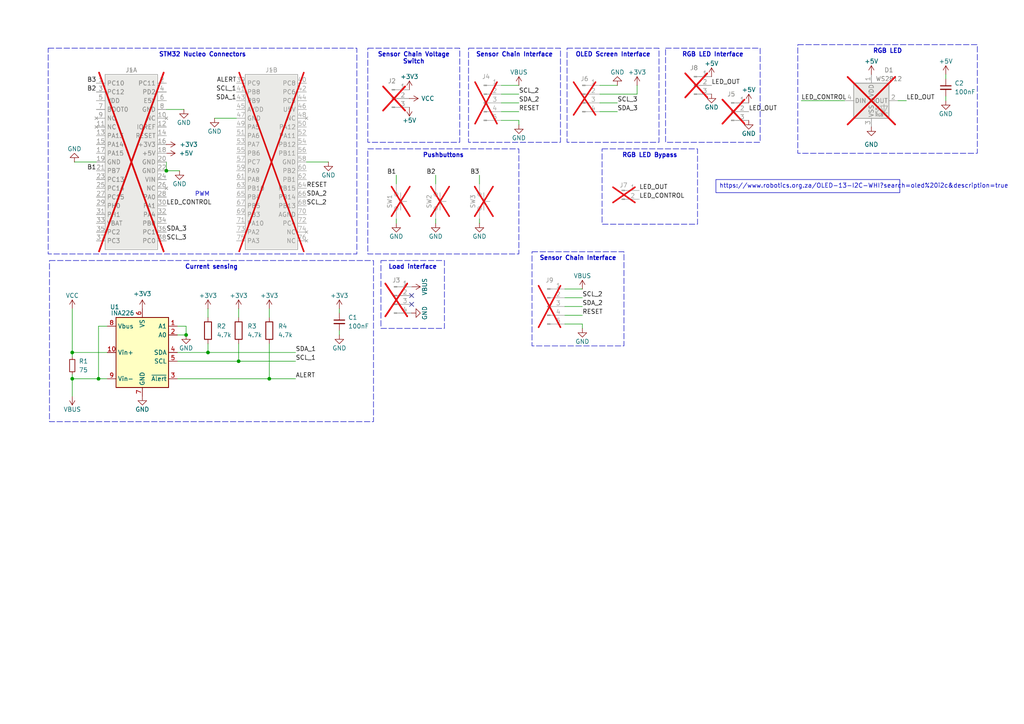
<source format=kicad_sch>
(kicad_sch
	(version 20231120)
	(generator "eeschema")
	(generator_version "8.0")
	(uuid "c4cb9f64-13fe-421e-aaaa-622c368c14ba")
	(paper "A4")
	(title_block
		(title "STM_Nucleo_Interfacing")
		(date "2025-07-16")
		(rev "2")
		(company "University of Cape Town")
		(comment 1 "Sarah Tallack")
	)
	(lib_symbols
		(symbol "Connector:Conn_01x02_Pin"
			(pin_names
				(offset 1.016) hide)
			(exclude_from_sim no)
			(in_bom yes)
			(on_board yes)
			(property "Reference" "J"
				(at 0 2.54 0)
				(effects
					(font
						(size 1.27 1.27)
					)
				)
			)
			(property "Value" "Conn_01x02_Pin"
				(at 0 -5.08 0)
				(effects
					(font
						(size 1.27 1.27)
					)
				)
			)
			(property "Footprint" ""
				(at 0 0 0)
				(effects
					(font
						(size 1.27 1.27)
					)
					(hide yes)
				)
			)
			(property "Datasheet" "~"
				(at 0 0 0)
				(effects
					(font
						(size 1.27 1.27)
					)
					(hide yes)
				)
			)
			(property "Description" "Generic connector, single row, 01x02, script generated"
				(at 0 0 0)
				(effects
					(font
						(size 1.27 1.27)
					)
					(hide yes)
				)
			)
			(property "ki_locked" ""
				(at 0 0 0)
				(effects
					(font
						(size 1.27 1.27)
					)
				)
			)
			(property "ki_keywords" "connector"
				(at 0 0 0)
				(effects
					(font
						(size 1.27 1.27)
					)
					(hide yes)
				)
			)
			(property "ki_fp_filters" "Connector*:*_1x??_*"
				(at 0 0 0)
				(effects
					(font
						(size 1.27 1.27)
					)
					(hide yes)
				)
			)
			(symbol "Conn_01x02_Pin_1_1"
				(polyline
					(pts
						(xy 1.27 -2.54) (xy 0.8636 -2.54)
					)
					(stroke
						(width 0.1524)
						(type default)
					)
					(fill
						(type none)
					)
				)
				(polyline
					(pts
						(xy 1.27 0) (xy 0.8636 0)
					)
					(stroke
						(width 0.1524)
						(type default)
					)
					(fill
						(type none)
					)
				)
				(rectangle
					(start 0.8636 -2.413)
					(end 0 -2.667)
					(stroke
						(width 0.1524)
						(type default)
					)
					(fill
						(type outline)
					)
				)
				(rectangle
					(start 0.8636 0.127)
					(end 0 -0.127)
					(stroke
						(width 0.1524)
						(type default)
					)
					(fill
						(type outline)
					)
				)
				(pin passive line
					(at 5.08 0 180)
					(length 3.81)
					(name "Pin_1"
						(effects
							(font
								(size 1.27 1.27)
							)
						)
					)
					(number "1"
						(effects
							(font
								(size 1.27 1.27)
							)
						)
					)
				)
				(pin passive line
					(at 5.08 -2.54 180)
					(length 3.81)
					(name "Pin_2"
						(effects
							(font
								(size 1.27 1.27)
							)
						)
					)
					(number "2"
						(effects
							(font
								(size 1.27 1.27)
							)
						)
					)
				)
			)
		)
		(symbol "Connector:Conn_01x03_Pin"
			(pin_names
				(offset 1.016) hide)
			(exclude_from_sim no)
			(in_bom yes)
			(on_board yes)
			(property "Reference" "J"
				(at 0 5.08 0)
				(effects
					(font
						(size 1.27 1.27)
					)
				)
			)
			(property "Value" "Conn_01x03_Pin"
				(at 0 -5.08 0)
				(effects
					(font
						(size 1.27 1.27)
					)
				)
			)
			(property "Footprint" ""
				(at 0 0 0)
				(effects
					(font
						(size 1.27 1.27)
					)
					(hide yes)
				)
			)
			(property "Datasheet" "~"
				(at 0 0 0)
				(effects
					(font
						(size 1.27 1.27)
					)
					(hide yes)
				)
			)
			(property "Description" "Generic connector, single row, 01x03, script generated"
				(at 0 0 0)
				(effects
					(font
						(size 1.27 1.27)
					)
					(hide yes)
				)
			)
			(property "ki_locked" ""
				(at 0 0 0)
				(effects
					(font
						(size 1.27 1.27)
					)
				)
			)
			(property "ki_keywords" "connector"
				(at 0 0 0)
				(effects
					(font
						(size 1.27 1.27)
					)
					(hide yes)
				)
			)
			(property "ki_fp_filters" "Connector*:*_1x??_*"
				(at 0 0 0)
				(effects
					(font
						(size 1.27 1.27)
					)
					(hide yes)
				)
			)
			(symbol "Conn_01x03_Pin_1_1"
				(polyline
					(pts
						(xy 1.27 -2.54) (xy 0.8636 -2.54)
					)
					(stroke
						(width 0.1524)
						(type default)
					)
					(fill
						(type none)
					)
				)
				(polyline
					(pts
						(xy 1.27 0) (xy 0.8636 0)
					)
					(stroke
						(width 0.1524)
						(type default)
					)
					(fill
						(type none)
					)
				)
				(polyline
					(pts
						(xy 1.27 2.54) (xy 0.8636 2.54)
					)
					(stroke
						(width 0.1524)
						(type default)
					)
					(fill
						(type none)
					)
				)
				(rectangle
					(start 0.8636 -2.413)
					(end 0 -2.667)
					(stroke
						(width 0.1524)
						(type default)
					)
					(fill
						(type outline)
					)
				)
				(rectangle
					(start 0.8636 0.127)
					(end 0 -0.127)
					(stroke
						(width 0.1524)
						(type default)
					)
					(fill
						(type outline)
					)
				)
				(rectangle
					(start 0.8636 2.667)
					(end 0 2.413)
					(stroke
						(width 0.1524)
						(type default)
					)
					(fill
						(type outline)
					)
				)
				(pin passive line
					(at 5.08 2.54 180)
					(length 3.81)
					(name "Pin_1"
						(effects
							(font
								(size 1.27 1.27)
							)
						)
					)
					(number "1"
						(effects
							(font
								(size 1.27 1.27)
							)
						)
					)
				)
				(pin passive line
					(at 5.08 0 180)
					(length 3.81)
					(name "Pin_2"
						(effects
							(font
								(size 1.27 1.27)
							)
						)
					)
					(number "2"
						(effects
							(font
								(size 1.27 1.27)
							)
						)
					)
				)
				(pin passive line
					(at 5.08 -2.54 180)
					(length 3.81)
					(name "Pin_3"
						(effects
							(font
								(size 1.27 1.27)
							)
						)
					)
					(number "3"
						(effects
							(font
								(size 1.27 1.27)
							)
						)
					)
				)
			)
		)
		(symbol "Connector:Conn_01x04_Pin"
			(pin_names
				(offset 1.016) hide)
			(exclude_from_sim no)
			(in_bom yes)
			(on_board yes)
			(property "Reference" "J"
				(at 0 5.08 0)
				(effects
					(font
						(size 1.27 1.27)
					)
				)
			)
			(property "Value" "Conn_01x04_Pin"
				(at 0 -7.62 0)
				(effects
					(font
						(size 1.27 1.27)
					)
				)
			)
			(property "Footprint" ""
				(at 0 0 0)
				(effects
					(font
						(size 1.27 1.27)
					)
					(hide yes)
				)
			)
			(property "Datasheet" "~"
				(at 0 0 0)
				(effects
					(font
						(size 1.27 1.27)
					)
					(hide yes)
				)
			)
			(property "Description" "Generic connector, single row, 01x04, script generated"
				(at 0 0 0)
				(effects
					(font
						(size 1.27 1.27)
					)
					(hide yes)
				)
			)
			(property "ki_locked" ""
				(at 0 0 0)
				(effects
					(font
						(size 1.27 1.27)
					)
				)
			)
			(property "ki_keywords" "connector"
				(at 0 0 0)
				(effects
					(font
						(size 1.27 1.27)
					)
					(hide yes)
				)
			)
			(property "ki_fp_filters" "Connector*:*_1x??_*"
				(at 0 0 0)
				(effects
					(font
						(size 1.27 1.27)
					)
					(hide yes)
				)
			)
			(symbol "Conn_01x04_Pin_1_1"
				(polyline
					(pts
						(xy 1.27 -5.08) (xy 0.8636 -5.08)
					)
					(stroke
						(width 0.1524)
						(type default)
					)
					(fill
						(type none)
					)
				)
				(polyline
					(pts
						(xy 1.27 -2.54) (xy 0.8636 -2.54)
					)
					(stroke
						(width 0.1524)
						(type default)
					)
					(fill
						(type none)
					)
				)
				(polyline
					(pts
						(xy 1.27 0) (xy 0.8636 0)
					)
					(stroke
						(width 0.1524)
						(type default)
					)
					(fill
						(type none)
					)
				)
				(polyline
					(pts
						(xy 1.27 2.54) (xy 0.8636 2.54)
					)
					(stroke
						(width 0.1524)
						(type default)
					)
					(fill
						(type none)
					)
				)
				(rectangle
					(start 0.8636 -4.953)
					(end 0 -5.207)
					(stroke
						(width 0.1524)
						(type default)
					)
					(fill
						(type outline)
					)
				)
				(rectangle
					(start 0.8636 -2.413)
					(end 0 -2.667)
					(stroke
						(width 0.1524)
						(type default)
					)
					(fill
						(type outline)
					)
				)
				(rectangle
					(start 0.8636 0.127)
					(end 0 -0.127)
					(stroke
						(width 0.1524)
						(type default)
					)
					(fill
						(type outline)
					)
				)
				(rectangle
					(start 0.8636 2.667)
					(end 0 2.413)
					(stroke
						(width 0.1524)
						(type default)
					)
					(fill
						(type outline)
					)
				)
				(pin passive line
					(at 5.08 2.54 180)
					(length 3.81)
					(name "Pin_1"
						(effects
							(font
								(size 1.27 1.27)
							)
						)
					)
					(number "1"
						(effects
							(font
								(size 1.27 1.27)
							)
						)
					)
				)
				(pin passive line
					(at 5.08 0 180)
					(length 3.81)
					(name "Pin_2"
						(effects
							(font
								(size 1.27 1.27)
							)
						)
					)
					(number "2"
						(effects
							(font
								(size 1.27 1.27)
							)
						)
					)
				)
				(pin passive line
					(at 5.08 -2.54 180)
					(length 3.81)
					(name "Pin_3"
						(effects
							(font
								(size 1.27 1.27)
							)
						)
					)
					(number "3"
						(effects
							(font
								(size 1.27 1.27)
							)
						)
					)
				)
				(pin passive line
					(at 5.08 -5.08 180)
					(length 3.81)
					(name "Pin_4"
						(effects
							(font
								(size 1.27 1.27)
							)
						)
					)
					(number "4"
						(effects
							(font
								(size 1.27 1.27)
							)
						)
					)
				)
			)
		)
		(symbol "Connector:Conn_01x05_Pin"
			(pin_names
				(offset 1.016) hide)
			(exclude_from_sim no)
			(in_bom yes)
			(on_board yes)
			(property "Reference" "J"
				(at 0 7.62 0)
				(effects
					(font
						(size 1.27 1.27)
					)
				)
			)
			(property "Value" "Conn_01x05_Pin"
				(at 0 -7.62 0)
				(effects
					(font
						(size 1.27 1.27)
					)
				)
			)
			(property "Footprint" ""
				(at 0 0 0)
				(effects
					(font
						(size 1.27 1.27)
					)
					(hide yes)
				)
			)
			(property "Datasheet" "~"
				(at 0 0 0)
				(effects
					(font
						(size 1.27 1.27)
					)
					(hide yes)
				)
			)
			(property "Description" "Generic connector, single row, 01x05, script generated"
				(at 0 0 0)
				(effects
					(font
						(size 1.27 1.27)
					)
					(hide yes)
				)
			)
			(property "ki_locked" ""
				(at 0 0 0)
				(effects
					(font
						(size 1.27 1.27)
					)
				)
			)
			(property "ki_keywords" "connector"
				(at 0 0 0)
				(effects
					(font
						(size 1.27 1.27)
					)
					(hide yes)
				)
			)
			(property "ki_fp_filters" "Connector*:*_1x??_*"
				(at 0 0 0)
				(effects
					(font
						(size 1.27 1.27)
					)
					(hide yes)
				)
			)
			(symbol "Conn_01x05_Pin_1_1"
				(polyline
					(pts
						(xy 1.27 -5.08) (xy 0.8636 -5.08)
					)
					(stroke
						(width 0.1524)
						(type default)
					)
					(fill
						(type none)
					)
				)
				(polyline
					(pts
						(xy 1.27 -2.54) (xy 0.8636 -2.54)
					)
					(stroke
						(width 0.1524)
						(type default)
					)
					(fill
						(type none)
					)
				)
				(polyline
					(pts
						(xy 1.27 0) (xy 0.8636 0)
					)
					(stroke
						(width 0.1524)
						(type default)
					)
					(fill
						(type none)
					)
				)
				(polyline
					(pts
						(xy 1.27 2.54) (xy 0.8636 2.54)
					)
					(stroke
						(width 0.1524)
						(type default)
					)
					(fill
						(type none)
					)
				)
				(polyline
					(pts
						(xy 1.27 5.08) (xy 0.8636 5.08)
					)
					(stroke
						(width 0.1524)
						(type default)
					)
					(fill
						(type none)
					)
				)
				(rectangle
					(start 0.8636 -4.953)
					(end 0 -5.207)
					(stroke
						(width 0.1524)
						(type default)
					)
					(fill
						(type outline)
					)
				)
				(rectangle
					(start 0.8636 -2.413)
					(end 0 -2.667)
					(stroke
						(width 0.1524)
						(type default)
					)
					(fill
						(type outline)
					)
				)
				(rectangle
					(start 0.8636 0.127)
					(end 0 -0.127)
					(stroke
						(width 0.1524)
						(type default)
					)
					(fill
						(type outline)
					)
				)
				(rectangle
					(start 0.8636 2.667)
					(end 0 2.413)
					(stroke
						(width 0.1524)
						(type default)
					)
					(fill
						(type outline)
					)
				)
				(rectangle
					(start 0.8636 5.207)
					(end 0 4.953)
					(stroke
						(width 0.1524)
						(type default)
					)
					(fill
						(type outline)
					)
				)
				(pin passive line
					(at 5.08 5.08 180)
					(length 3.81)
					(name "Pin_1"
						(effects
							(font
								(size 1.27 1.27)
							)
						)
					)
					(number "1"
						(effects
							(font
								(size 1.27 1.27)
							)
						)
					)
				)
				(pin passive line
					(at 5.08 2.54 180)
					(length 3.81)
					(name "Pin_2"
						(effects
							(font
								(size 1.27 1.27)
							)
						)
					)
					(number "2"
						(effects
							(font
								(size 1.27 1.27)
							)
						)
					)
				)
				(pin passive line
					(at 5.08 0 180)
					(length 3.81)
					(name "Pin_3"
						(effects
							(font
								(size 1.27 1.27)
							)
						)
					)
					(number "3"
						(effects
							(font
								(size 1.27 1.27)
							)
						)
					)
				)
				(pin passive line
					(at 5.08 -2.54 180)
					(length 3.81)
					(name "Pin_4"
						(effects
							(font
								(size 1.27 1.27)
							)
						)
					)
					(number "4"
						(effects
							(font
								(size 1.27 1.27)
							)
						)
					)
				)
				(pin passive line
					(at 5.08 -5.08 180)
					(length 3.81)
					(name "Pin_5"
						(effects
							(font
								(size 1.27 1.27)
							)
						)
					)
					(number "5"
						(effects
							(font
								(size 1.27 1.27)
							)
						)
					)
				)
			)
		)
		(symbol "Device:C_Small"
			(pin_numbers hide)
			(pin_names
				(offset 0.254) hide)
			(exclude_from_sim no)
			(in_bom yes)
			(on_board yes)
			(property "Reference" "C"
				(at 0.254 1.778 0)
				(effects
					(font
						(size 1.27 1.27)
					)
					(justify left)
				)
			)
			(property "Value" "C_Small"
				(at 0.254 -2.032 0)
				(effects
					(font
						(size 1.27 1.27)
					)
					(justify left)
				)
			)
			(property "Footprint" ""
				(at 0 0 0)
				(effects
					(font
						(size 1.27 1.27)
					)
					(hide yes)
				)
			)
			(property "Datasheet" "~"
				(at 0 0 0)
				(effects
					(font
						(size 1.27 1.27)
					)
					(hide yes)
				)
			)
			(property "Description" "Unpolarized capacitor, small symbol"
				(at 0 0 0)
				(effects
					(font
						(size 1.27 1.27)
					)
					(hide yes)
				)
			)
			(property "ki_keywords" "capacitor cap"
				(at 0 0 0)
				(effects
					(font
						(size 1.27 1.27)
					)
					(hide yes)
				)
			)
			(property "ki_fp_filters" "C_*"
				(at 0 0 0)
				(effects
					(font
						(size 1.27 1.27)
					)
					(hide yes)
				)
			)
			(symbol "C_Small_0_1"
				(polyline
					(pts
						(xy -1.524 -0.508) (xy 1.524 -0.508)
					)
					(stroke
						(width 0.3302)
						(type default)
					)
					(fill
						(type none)
					)
				)
				(polyline
					(pts
						(xy -1.524 0.508) (xy 1.524 0.508)
					)
					(stroke
						(width 0.3048)
						(type default)
					)
					(fill
						(type none)
					)
				)
			)
			(symbol "C_Small_1_1"
				(pin passive line
					(at 0 2.54 270)
					(length 2.032)
					(name "~"
						(effects
							(font
								(size 1.27 1.27)
							)
						)
					)
					(number "1"
						(effects
							(font
								(size 1.27 1.27)
							)
						)
					)
				)
				(pin passive line
					(at 0 -2.54 90)
					(length 2.032)
					(name "~"
						(effects
							(font
								(size 1.27 1.27)
							)
						)
					)
					(number "2"
						(effects
							(font
								(size 1.27 1.27)
							)
						)
					)
				)
			)
		)
		(symbol "Device:R"
			(pin_numbers hide)
			(pin_names
				(offset 0)
			)
			(exclude_from_sim no)
			(in_bom yes)
			(on_board yes)
			(property "Reference" "R"
				(at 2.032 0 90)
				(effects
					(font
						(size 1.27 1.27)
					)
				)
			)
			(property "Value" "R"
				(at 0 0 90)
				(effects
					(font
						(size 1.27 1.27)
					)
				)
			)
			(property "Footprint" ""
				(at -1.778 0 90)
				(effects
					(font
						(size 1.27 1.27)
					)
					(hide yes)
				)
			)
			(property "Datasheet" "~"
				(at 0 0 0)
				(effects
					(font
						(size 1.27 1.27)
					)
					(hide yes)
				)
			)
			(property "Description" "Resistor"
				(at 0 0 0)
				(effects
					(font
						(size 1.27 1.27)
					)
					(hide yes)
				)
			)
			(property "ki_keywords" "R res resistor"
				(at 0 0 0)
				(effects
					(font
						(size 1.27 1.27)
					)
					(hide yes)
				)
			)
			(property "ki_fp_filters" "R_*"
				(at 0 0 0)
				(effects
					(font
						(size 1.27 1.27)
					)
					(hide yes)
				)
			)
			(symbol "R_0_1"
				(rectangle
					(start -1.016 -2.54)
					(end 1.016 2.54)
					(stroke
						(width 0.254)
						(type default)
					)
					(fill
						(type none)
					)
				)
			)
			(symbol "R_1_1"
				(pin passive line
					(at 0 3.81 270)
					(length 1.27)
					(name "~"
						(effects
							(font
								(size 1.27 1.27)
							)
						)
					)
					(number "1"
						(effects
							(font
								(size 1.27 1.27)
							)
						)
					)
				)
				(pin passive line
					(at 0 -3.81 90)
					(length 1.27)
					(name "~"
						(effects
							(font
								(size 1.27 1.27)
							)
						)
					)
					(number "2"
						(effects
							(font
								(size 1.27 1.27)
							)
						)
					)
				)
			)
		)
		(symbol "Device:R_Small"
			(pin_numbers hide)
			(pin_names
				(offset 0.254) hide)
			(exclude_from_sim no)
			(in_bom yes)
			(on_board yes)
			(property "Reference" "R"
				(at 0.762 0.508 0)
				(effects
					(font
						(size 1.27 1.27)
					)
					(justify left)
				)
			)
			(property "Value" "R_Small"
				(at 0.762 -1.016 0)
				(effects
					(font
						(size 1.27 1.27)
					)
					(justify left)
				)
			)
			(property "Footprint" ""
				(at 0 0 0)
				(effects
					(font
						(size 1.27 1.27)
					)
					(hide yes)
				)
			)
			(property "Datasheet" "~"
				(at 0 0 0)
				(effects
					(font
						(size 1.27 1.27)
					)
					(hide yes)
				)
			)
			(property "Description" "Resistor, small symbol"
				(at 0 0 0)
				(effects
					(font
						(size 1.27 1.27)
					)
					(hide yes)
				)
			)
			(property "ki_keywords" "R resistor"
				(at 0 0 0)
				(effects
					(font
						(size 1.27 1.27)
					)
					(hide yes)
				)
			)
			(property "ki_fp_filters" "R_*"
				(at 0 0 0)
				(effects
					(font
						(size 1.27 1.27)
					)
					(hide yes)
				)
			)
			(symbol "R_Small_0_1"
				(rectangle
					(start -0.762 1.778)
					(end 0.762 -1.778)
					(stroke
						(width 0.2032)
						(type default)
					)
					(fill
						(type none)
					)
				)
			)
			(symbol "R_Small_1_1"
				(pin passive line
					(at 0 2.54 270)
					(length 0.762)
					(name "~"
						(effects
							(font
								(size 1.27 1.27)
							)
						)
					)
					(number "1"
						(effects
							(font
								(size 1.27 1.27)
							)
						)
					)
				)
				(pin passive line
					(at 0 -2.54 90)
					(length 0.762)
					(name "~"
						(effects
							(font
								(size 1.27 1.27)
							)
						)
					)
					(number "2"
						(effects
							(font
								(size 1.27 1.27)
							)
						)
					)
				)
			)
		)
		(symbol "LED:WS2812B"
			(pin_names
				(offset 0.254)
			)
			(exclude_from_sim no)
			(in_bom yes)
			(on_board yes)
			(property "Reference" "D"
				(at 5.08 5.715 0)
				(effects
					(font
						(size 1.27 1.27)
					)
					(justify right bottom)
				)
			)
			(property "Value" "WS2812B"
				(at 1.27 -5.715 0)
				(effects
					(font
						(size 1.27 1.27)
					)
					(justify left top)
				)
			)
			(property "Footprint" "LED_SMD:LED_WS2812B_PLCC4_5.0x5.0mm_P3.2mm"
				(at 1.27 -7.62 0)
				(effects
					(font
						(size 1.27 1.27)
					)
					(justify left top)
					(hide yes)
				)
			)
			(property "Datasheet" "https://cdn-shop.adafruit.com/datasheets/WS2812B.pdf"
				(at 2.54 -9.525 0)
				(effects
					(font
						(size 1.27 1.27)
					)
					(justify left top)
					(hide yes)
				)
			)
			(property "Description" "RGB LED with integrated controller"
				(at 0 0 0)
				(effects
					(font
						(size 1.27 1.27)
					)
					(hide yes)
				)
			)
			(property "ki_keywords" "RGB LED NeoPixel addressable"
				(at 0 0 0)
				(effects
					(font
						(size 1.27 1.27)
					)
					(hide yes)
				)
			)
			(property "ki_fp_filters" "LED*WS2812*PLCC*5.0x5.0mm*P3.2mm*"
				(at 0 0 0)
				(effects
					(font
						(size 1.27 1.27)
					)
					(hide yes)
				)
			)
			(symbol "WS2812B_0_0"
				(text "RGB"
					(at 2.286 -4.191 0)
					(effects
						(font
							(size 0.762 0.762)
						)
					)
				)
			)
			(symbol "WS2812B_0_1"
				(polyline
					(pts
						(xy 1.27 -3.556) (xy 1.778 -3.556)
					)
					(stroke
						(width 0)
						(type default)
					)
					(fill
						(type none)
					)
				)
				(polyline
					(pts
						(xy 1.27 -2.54) (xy 1.778 -2.54)
					)
					(stroke
						(width 0)
						(type default)
					)
					(fill
						(type none)
					)
				)
				(polyline
					(pts
						(xy 4.699 -3.556) (xy 2.667 -3.556)
					)
					(stroke
						(width 0)
						(type default)
					)
					(fill
						(type none)
					)
				)
				(polyline
					(pts
						(xy 2.286 -2.54) (xy 1.27 -3.556) (xy 1.27 -3.048)
					)
					(stroke
						(width 0)
						(type default)
					)
					(fill
						(type none)
					)
				)
				(polyline
					(pts
						(xy 2.286 -1.524) (xy 1.27 -2.54) (xy 1.27 -2.032)
					)
					(stroke
						(width 0)
						(type default)
					)
					(fill
						(type none)
					)
				)
				(polyline
					(pts
						(xy 3.683 -1.016) (xy 3.683 -3.556) (xy 3.683 -4.064)
					)
					(stroke
						(width 0)
						(type default)
					)
					(fill
						(type none)
					)
				)
				(polyline
					(pts
						(xy 4.699 -1.524) (xy 2.667 -1.524) (xy 3.683 -3.556) (xy 4.699 -1.524)
					)
					(stroke
						(width 0)
						(type default)
					)
					(fill
						(type none)
					)
				)
				(rectangle
					(start 5.08 5.08)
					(end -5.08 -5.08)
					(stroke
						(width 0.254)
						(type default)
					)
					(fill
						(type background)
					)
				)
			)
			(symbol "WS2812B_1_1"
				(pin power_in line
					(at 0 7.62 270)
					(length 2.54)
					(name "VDD"
						(effects
							(font
								(size 1.27 1.27)
							)
						)
					)
					(number "1"
						(effects
							(font
								(size 1.27 1.27)
							)
						)
					)
				)
				(pin output line
					(at 7.62 0 180)
					(length 2.54)
					(name "DOUT"
						(effects
							(font
								(size 1.27 1.27)
							)
						)
					)
					(number "2"
						(effects
							(font
								(size 1.27 1.27)
							)
						)
					)
				)
				(pin power_in line
					(at 0 -7.62 90)
					(length 2.54)
					(name "VSS"
						(effects
							(font
								(size 1.27 1.27)
							)
						)
					)
					(number "3"
						(effects
							(font
								(size 1.27 1.27)
							)
						)
					)
				)
				(pin input line
					(at -7.62 0 0)
					(length 2.54)
					(name "DIN"
						(effects
							(font
								(size 1.27 1.27)
							)
						)
					)
					(number "4"
						(effects
							(font
								(size 1.27 1.27)
							)
						)
					)
				)
			)
		)
		(symbol "Sarah_Library:Nucleo64-Pins"
			(exclude_from_sim no)
			(in_bom yes)
			(on_board yes)
			(property "Reference" "J"
				(at 0 0 0)
				(effects
					(font
						(size 1.27 1.27)
					)
				)
			)
			(property "Value" ""
				(at 0 0 0)
				(effects
					(font
						(size 1.27 1.27)
					)
				)
			)
			(property "Footprint" ""
				(at 0 0 0)
				(effects
					(font
						(size 1.27 1.27)
					)
					(hide yes)
				)
			)
			(property "Datasheet" ""
				(at 0 0 0)
				(effects
					(font
						(size 1.27 1.27)
					)
					(hide yes)
				)
			)
			(property "Description" ""
				(at 0 0 0)
				(effects
					(font
						(size 1.27 1.27)
					)
					(hide yes)
				)
			)
			(property "ki_locked" ""
				(at 0 0 0)
				(effects
					(font
						(size 1.27 1.27)
					)
				)
			)
			(symbol "Nucleo64-Pins_1_1"
				(rectangle
					(start -7.62 -2.54)
					(end 7.62 -53.34)
					(stroke
						(width 0)
						(type default)
					)
					(fill
						(type background)
					)
				)
				(pin passive line
					(at -10.16 -5.08 0)
					(length 2.54)
					(name "PC10"
						(effects
							(font
								(size 1.27 1.27)
							)
						)
					)
					(number "1"
						(effects
							(font
								(size 1.27 1.27)
							)
						)
					)
				)
				(pin no_connect line
					(at 10.16 -15.24 180)
					(length 2.54)
					(name "NC"
						(effects
							(font
								(size 1.27 1.27)
							)
						)
					)
					(number "10"
						(effects
							(font
								(size 1.27 1.27)
							)
						)
					)
				)
				(pin no_connect line
					(at -10.16 -17.78 0)
					(length 2.54)
					(name "NC"
						(effects
							(font
								(size 1.27 1.27)
							)
						)
					)
					(number "11"
						(effects
							(font
								(size 1.27 1.27)
							)
						)
					)
				)
				(pin passive line
					(at 10.16 -17.78 180)
					(length 2.54)
					(name "IOREF"
						(effects
							(font
								(size 1.27 1.27)
							)
						)
					)
					(number "12"
						(effects
							(font
								(size 1.27 1.27)
							)
						)
					)
				)
				(pin passive line
					(at -10.16 -20.32 0)
					(length 2.54)
					(name "PA13"
						(effects
							(font
								(size 1.27 1.27)
							)
						)
					)
					(number "13"
						(effects
							(font
								(size 1.27 1.27)
							)
						)
					)
				)
				(pin passive line
					(at 10.16 -20.32 180)
					(length 2.54)
					(name "RESET"
						(effects
							(font
								(size 1.27 1.27)
							)
						)
					)
					(number "14"
						(effects
							(font
								(size 1.27 1.27)
							)
						)
					)
				)
				(pin passive line
					(at -10.16 -22.86 0)
					(length 2.54)
					(name "PA14"
						(effects
							(font
								(size 1.27 1.27)
							)
						)
					)
					(number "15"
						(effects
							(font
								(size 1.27 1.27)
							)
						)
					)
				)
				(pin passive line
					(at 10.16 -22.86 180)
					(length 2.54)
					(name "+3V3"
						(effects
							(font
								(size 1.27 1.27)
							)
						)
					)
					(number "16"
						(effects
							(font
								(size 1.27 1.27)
							)
						)
					)
				)
				(pin passive line
					(at -10.16 -25.4 0)
					(length 2.54)
					(name "PA15"
						(effects
							(font
								(size 1.27 1.27)
							)
						)
					)
					(number "17"
						(effects
							(font
								(size 1.27 1.27)
							)
						)
					)
				)
				(pin passive line
					(at 10.16 -25.4 180)
					(length 2.54)
					(name "+5V"
						(effects
							(font
								(size 1.27 1.27)
							)
						)
					)
					(number "18"
						(effects
							(font
								(size 1.27 1.27)
							)
						)
					)
				)
				(pin passive line
					(at -10.16 -27.94 0)
					(length 2.54)
					(name "GND"
						(effects
							(font
								(size 1.27 1.27)
							)
						)
					)
					(number "19"
						(effects
							(font
								(size 1.27 1.27)
							)
						)
					)
				)
				(pin passive line
					(at 10.16 -5.08 180)
					(length 2.54)
					(name "PC11"
						(effects
							(font
								(size 1.27 1.27)
							)
						)
					)
					(number "2"
						(effects
							(font
								(size 1.27 1.27)
							)
						)
					)
				)
				(pin passive line
					(at 10.16 -27.94 180)
					(length 2.54)
					(name "GND"
						(effects
							(font
								(size 1.27 1.27)
							)
						)
					)
					(number "20"
						(effects
							(font
								(size 1.27 1.27)
							)
						)
					)
				)
				(pin passive line
					(at -10.16 -30.48 0)
					(length 2.54)
					(name "PB7"
						(effects
							(font
								(size 1.27 1.27)
							)
						)
					)
					(number "21"
						(effects
							(font
								(size 1.27 1.27)
							)
						)
					)
				)
				(pin passive line
					(at 10.16 -30.48 180)
					(length 2.54)
					(name "GND"
						(effects
							(font
								(size 1.27 1.27)
							)
						)
					)
					(number "22"
						(effects
							(font
								(size 1.27 1.27)
							)
						)
					)
				)
				(pin passive line
					(at -10.16 -33.02 0)
					(length 2.54)
					(name "PC13"
						(effects
							(font
								(size 1.27 1.27)
							)
						)
					)
					(number "23"
						(effects
							(font
								(size 1.27 1.27)
							)
						)
					)
				)
				(pin passive line
					(at 10.16 -33.02 180)
					(length 2.54)
					(name "VIN"
						(effects
							(font
								(size 1.27 1.27)
							)
						)
					)
					(number "24"
						(effects
							(font
								(size 1.27 1.27)
							)
						)
					)
				)
				(pin passive line
					(at -10.16 -35.56 0)
					(length 2.54)
					(name "PC14"
						(effects
							(font
								(size 1.27 1.27)
							)
						)
					)
					(number "25"
						(effects
							(font
								(size 1.27 1.27)
							)
						)
					)
				)
				(pin no_connect line
					(at 10.16 -35.56 180)
					(length 2.54)
					(name "NC"
						(effects
							(font
								(size 1.27 1.27)
							)
						)
					)
					(number "26"
						(effects
							(font
								(size 1.27 1.27)
							)
						)
					)
				)
				(pin passive line
					(at -10.16 -38.1 0)
					(length 2.54)
					(name "PC15"
						(effects
							(font
								(size 1.27 1.27)
							)
						)
					)
					(number "27"
						(effects
							(font
								(size 1.27 1.27)
							)
						)
					)
				)
				(pin passive line
					(at 10.16 -38.1 180)
					(length 2.54)
					(name "PA0"
						(effects
							(font
								(size 1.27 1.27)
							)
						)
					)
					(number "28"
						(effects
							(font
								(size 1.27 1.27)
							)
						)
					)
				)
				(pin passive line
					(at -10.16 -40.64 0)
					(length 2.54)
					(name "PH0"
						(effects
							(font
								(size 1.27 1.27)
							)
						)
					)
					(number "29"
						(effects
							(font
								(size 1.27 1.27)
							)
						)
					)
				)
				(pin passive line
					(at -10.16 -7.62 0)
					(length 2.54)
					(name "PC12"
						(effects
							(font
								(size 1.27 1.27)
							)
						)
					)
					(number "3"
						(effects
							(font
								(size 1.27 1.27)
							)
						)
					)
				)
				(pin passive line
					(at 10.16 -40.64 180)
					(length 2.54)
					(name "PA1"
						(effects
							(font
								(size 1.27 1.27)
							)
						)
					)
					(number "30"
						(effects
							(font
								(size 1.27 1.27)
							)
						)
					)
				)
				(pin passive line
					(at -10.16 -43.18 0)
					(length 2.54)
					(name "PH1"
						(effects
							(font
								(size 1.27 1.27)
							)
						)
					)
					(number "31"
						(effects
							(font
								(size 1.27 1.27)
							)
						)
					)
				)
				(pin passive line
					(at 10.16 -43.18 180)
					(length 2.54)
					(name "PA4"
						(effects
							(font
								(size 1.27 1.27)
							)
						)
					)
					(number "32"
						(effects
							(font
								(size 1.27 1.27)
							)
						)
					)
				)
				(pin passive line
					(at -10.16 -45.72 0)
					(length 2.54)
					(name "VBAT"
						(effects
							(font
								(size 1.27 1.27)
							)
						)
					)
					(number "33"
						(effects
							(font
								(size 1.27 1.27)
							)
						)
					)
				)
				(pin passive line
					(at 10.16 -45.72 180)
					(length 2.54)
					(name "PB0"
						(effects
							(font
								(size 1.27 1.27)
							)
						)
					)
					(number "34"
						(effects
							(font
								(size 1.27 1.27)
							)
						)
					)
				)
				(pin passive line
					(at -10.16 -48.26 0)
					(length 2.54)
					(name "PC2"
						(effects
							(font
								(size 1.27 1.27)
							)
						)
					)
					(number "35"
						(effects
							(font
								(size 1.27 1.27)
							)
						)
					)
				)
				(pin passive line
					(at 10.16 -48.26 180)
					(length 2.54)
					(name "PC1"
						(effects
							(font
								(size 1.27 1.27)
							)
						)
					)
					(number "36"
						(effects
							(font
								(size 1.27 1.27)
							)
						)
					)
				)
				(pin passive line
					(at -10.16 -50.8 0)
					(length 2.54)
					(name "PC3"
						(effects
							(font
								(size 1.27 1.27)
							)
						)
					)
					(number "37"
						(effects
							(font
								(size 1.27 1.27)
							)
						)
					)
				)
				(pin passive line
					(at 10.16 -50.8 180)
					(length 2.54)
					(name "PC0"
						(effects
							(font
								(size 1.27 1.27)
							)
						)
					)
					(number "38"
						(effects
							(font
								(size 1.27 1.27)
							)
						)
					)
				)
				(pin passive line
					(at 10.16 -7.62 180)
					(length 2.54)
					(name "PD2"
						(effects
							(font
								(size 1.27 1.27)
							)
						)
					)
					(number "4"
						(effects
							(font
								(size 1.27 1.27)
							)
						)
					)
				)
				(pin passive line
					(at -10.16 -10.16 0)
					(length 2.54)
					(name "VDD"
						(effects
							(font
								(size 1.27 1.27)
							)
						)
					)
					(number "5"
						(effects
							(font
								(size 1.27 1.27)
							)
						)
					)
				)
				(pin passive line
					(at 10.16 -10.16 180)
					(length 2.54)
					(name "E5V"
						(effects
							(font
								(size 1.27 1.27)
							)
						)
					)
					(number "6"
						(effects
							(font
								(size 1.27 1.27)
							)
						)
					)
				)
				(pin passive line
					(at -10.16 -12.7 0)
					(length 2.54)
					(name "BOOT0"
						(effects
							(font
								(size 1.27 1.27)
							)
						)
					)
					(number "7"
						(effects
							(font
								(size 1.27 1.27)
							)
						)
					)
				)
				(pin passive line
					(at 10.16 -12.7 180)
					(length 2.54)
					(name "GND"
						(effects
							(font
								(size 1.27 1.27)
							)
						)
					)
					(number "8"
						(effects
							(font
								(size 1.27 1.27)
							)
						)
					)
				)
				(pin no_connect line
					(at -10.16 -15.24 0)
					(length 2.54)
					(name "NC"
						(effects
							(font
								(size 1.27 1.27)
							)
						)
					)
					(number "9"
						(effects
							(font
								(size 1.27 1.27)
							)
						)
					)
				)
			)
			(symbol "Nucleo64-Pins_2_1"
				(rectangle
					(start -7.62 -2.54)
					(end 7.62 -53.34)
					(stroke
						(width 0)
						(type default)
					)
					(fill
						(type background)
					)
				)
				(pin passive line
					(at -10.16 -5.08 0)
					(length 2.54)
					(name "PC9"
						(effects
							(font
								(size 1.27 1.27)
							)
						)
					)
					(number "39"
						(effects
							(font
								(size 1.27 1.27)
							)
						)
					)
				)
				(pin passive line
					(at 10.16 -5.08 180)
					(length 2.54)
					(name "PC8"
						(effects
							(font
								(size 1.27 1.27)
							)
						)
					)
					(number "40"
						(effects
							(font
								(size 1.27 1.27)
							)
						)
					)
				)
				(pin passive line
					(at -10.16 -7.62 0)
					(length 2.54)
					(name "PB8"
						(effects
							(font
								(size 1.27 1.27)
							)
						)
					)
					(number "41"
						(effects
							(font
								(size 1.27 1.27)
							)
						)
					)
				)
				(pin passive line
					(at 10.16 -7.62 180)
					(length 2.54)
					(name "PC6"
						(effects
							(font
								(size 1.27 1.27)
							)
						)
					)
					(number "42"
						(effects
							(font
								(size 1.27 1.27)
							)
						)
					)
				)
				(pin passive line
					(at -10.16 -10.16 0)
					(length 2.54)
					(name "PB9"
						(effects
							(font
								(size 1.27 1.27)
							)
						)
					)
					(number "43"
						(effects
							(font
								(size 1.27 1.27)
							)
						)
					)
				)
				(pin passive line
					(at 10.16 -10.16 180)
					(length 2.54)
					(name "PC5"
						(effects
							(font
								(size 1.27 1.27)
							)
						)
					)
					(number "44"
						(effects
							(font
								(size 1.27 1.27)
							)
						)
					)
				)
				(pin passive line
					(at -10.16 -12.7 0)
					(length 2.54)
					(name "AVDD"
						(effects
							(font
								(size 1.27 1.27)
							)
						)
					)
					(number "45"
						(effects
							(font
								(size 1.27 1.27)
							)
						)
					)
				)
				(pin passive line
					(at 10.16 -12.7 180)
					(length 2.54)
					(name "U5V"
						(effects
							(font
								(size 1.27 1.27)
							)
						)
					)
					(number "46"
						(effects
							(font
								(size 1.27 1.27)
							)
						)
					)
				)
				(pin passive line
					(at -10.16 -15.24 0)
					(length 2.54)
					(name "GND"
						(effects
							(font
								(size 1.27 1.27)
							)
						)
					)
					(number "47"
						(effects
							(font
								(size 1.27 1.27)
							)
						)
					)
				)
				(pin no_connect line
					(at 10.16 -15.24 180)
					(length 2.54)
					(name "NC"
						(effects
							(font
								(size 1.27 1.27)
							)
						)
					)
					(number "48"
						(effects
							(font
								(size 1.27 1.27)
							)
						)
					)
				)
				(pin passive line
					(at -10.16 -17.78 0)
					(length 2.54)
					(name "PA5"
						(effects
							(font
								(size 1.27 1.27)
							)
						)
					)
					(number "49"
						(effects
							(font
								(size 1.27 1.27)
							)
						)
					)
				)
				(pin passive line
					(at 10.16 -17.78 180)
					(length 2.54)
					(name "PA12"
						(effects
							(font
								(size 1.27 1.27)
							)
						)
					)
					(number "50"
						(effects
							(font
								(size 1.27 1.27)
							)
						)
					)
				)
				(pin passive line
					(at -10.16 -20.32 0)
					(length 2.54)
					(name "PA6"
						(effects
							(font
								(size 1.27 1.27)
							)
						)
					)
					(number "51"
						(effects
							(font
								(size 1.27 1.27)
							)
						)
					)
				)
				(pin passive line
					(at 10.16 -20.32 180)
					(length 2.54)
					(name "PA11"
						(effects
							(font
								(size 1.27 1.27)
							)
						)
					)
					(number "52"
						(effects
							(font
								(size 1.27 1.27)
							)
						)
					)
				)
				(pin passive line
					(at -10.16 -22.86 0)
					(length 2.54)
					(name "PA7"
						(effects
							(font
								(size 1.27 1.27)
							)
						)
					)
					(number "53"
						(effects
							(font
								(size 1.27 1.27)
							)
						)
					)
				)
				(pin passive line
					(at 10.16 -22.86 180)
					(length 2.54)
					(name "PB12"
						(effects
							(font
								(size 1.27 1.27)
							)
						)
					)
					(number "54"
						(effects
							(font
								(size 1.27 1.27)
							)
						)
					)
				)
				(pin passive line
					(at -10.16 -25.4 0)
					(length 2.54)
					(name "PB6"
						(effects
							(font
								(size 1.27 1.27)
							)
						)
					)
					(number "55"
						(effects
							(font
								(size 1.27 1.27)
							)
						)
					)
				)
				(pin passive line
					(at 10.16 -25.4 180)
					(length 2.54)
					(name "PB11"
						(effects
							(font
								(size 1.27 1.27)
							)
						)
					)
					(number "56"
						(effects
							(font
								(size 1.27 1.27)
							)
						)
					)
				)
				(pin passive line
					(at -10.16 -27.94 0)
					(length 2.54)
					(name "PC7"
						(effects
							(font
								(size 1.27 1.27)
							)
						)
					)
					(number "57"
						(effects
							(font
								(size 1.27 1.27)
							)
						)
					)
				)
				(pin passive line
					(at 10.16 -27.94 180)
					(length 2.54)
					(name "GND"
						(effects
							(font
								(size 1.27 1.27)
							)
						)
					)
					(number "58"
						(effects
							(font
								(size 1.27 1.27)
							)
						)
					)
				)
				(pin passive line
					(at -10.16 -30.48 0)
					(length 2.54)
					(name "PA9"
						(effects
							(font
								(size 1.27 1.27)
							)
						)
					)
					(number "59"
						(effects
							(font
								(size 1.27 1.27)
							)
						)
					)
				)
				(pin passive line
					(at 10.16 -30.48 180)
					(length 2.54)
					(name "PB2"
						(effects
							(font
								(size 1.27 1.27)
							)
						)
					)
					(number "60"
						(effects
							(font
								(size 1.27 1.27)
							)
						)
					)
				)
				(pin passive line
					(at -10.16 -33.02 0)
					(length 2.54)
					(name "PA8"
						(effects
							(font
								(size 1.27 1.27)
							)
						)
					)
					(number "61"
						(effects
							(font
								(size 1.27 1.27)
							)
						)
					)
				)
				(pin passive line
					(at 10.16 -33.02 180)
					(length 2.54)
					(name "PB1"
						(effects
							(font
								(size 1.27 1.27)
							)
						)
					)
					(number "62"
						(effects
							(font
								(size 1.27 1.27)
							)
						)
					)
				)
				(pin passive line
					(at -10.16 -35.56 0)
					(length 2.54)
					(name "PB10"
						(effects
							(font
								(size 1.27 1.27)
							)
						)
					)
					(number "63"
						(effects
							(font
								(size 1.27 1.27)
							)
						)
					)
				)
				(pin passive line
					(at 10.16 -35.56 180)
					(length 2.54)
					(name "PB15"
						(effects
							(font
								(size 1.27 1.27)
							)
						)
					)
					(number "64"
						(effects
							(font
								(size 1.27 1.27)
							)
						)
					)
				)
				(pin passive line
					(at -10.16 -38.1 0)
					(length 2.54)
					(name "PB4"
						(effects
							(font
								(size 1.27 1.27)
							)
						)
					)
					(number "65"
						(effects
							(font
								(size 1.27 1.27)
							)
						)
					)
				)
				(pin passive line
					(at 10.16 -38.1 180)
					(length 2.54)
					(name "PB14"
						(effects
							(font
								(size 1.27 1.27)
							)
						)
					)
					(number "66"
						(effects
							(font
								(size 1.27 1.27)
							)
						)
					)
				)
				(pin passive line
					(at -10.16 -40.64 0)
					(length 2.54)
					(name "PB5"
						(effects
							(font
								(size 1.27 1.27)
							)
						)
					)
					(number "67"
						(effects
							(font
								(size 1.27 1.27)
							)
						)
					)
				)
				(pin passive line
					(at 10.16 -40.64 180)
					(length 2.54)
					(name "PB13"
						(effects
							(font
								(size 1.27 1.27)
							)
						)
					)
					(number "68"
						(effects
							(font
								(size 1.27 1.27)
							)
						)
					)
				)
				(pin passive line
					(at -10.16 -43.18 0)
					(length 2.54)
					(name "PB3"
						(effects
							(font
								(size 1.27 1.27)
							)
						)
					)
					(number "69"
						(effects
							(font
								(size 1.27 1.27)
							)
						)
					)
				)
				(pin passive line
					(at 10.16 -43.18 180)
					(length 2.54)
					(name "AGND"
						(effects
							(font
								(size 1.27 1.27)
							)
						)
					)
					(number "70"
						(effects
							(font
								(size 1.27 1.27)
							)
						)
					)
				)
				(pin passive line
					(at -10.16 -45.72 0)
					(length 2.54)
					(name "PA10"
						(effects
							(font
								(size 1.27 1.27)
							)
						)
					)
					(number "71"
						(effects
							(font
								(size 1.27 1.27)
							)
						)
					)
				)
				(pin passive line
					(at 10.16 -45.72 180)
					(length 2.54)
					(name "PC4"
						(effects
							(font
								(size 1.27 1.27)
							)
						)
					)
					(number "72"
						(effects
							(font
								(size 1.27 1.27)
							)
						)
					)
				)
				(pin passive line
					(at -10.16 -48.26 0)
					(length 2.54)
					(name "PA2"
						(effects
							(font
								(size 1.27 1.27)
							)
						)
					)
					(number "73"
						(effects
							(font
								(size 1.27 1.27)
							)
						)
					)
				)
				(pin no_connect line
					(at 10.16 -48.26 180)
					(length 2.54)
					(name "NC"
						(effects
							(font
								(size 1.27 1.27)
							)
						)
					)
					(number "74"
						(effects
							(font
								(size 1.27 1.27)
							)
						)
					)
				)
				(pin passive line
					(at -10.16 -50.8 0)
					(length 2.54)
					(name "PA3"
						(effects
							(font
								(size 1.27 1.27)
							)
						)
					)
					(number "75"
						(effects
							(font
								(size 1.27 1.27)
							)
						)
					)
				)
				(pin no_connect line
					(at 10.16 -50.8 180)
					(length 2.54)
					(name "NC"
						(effects
							(font
								(size 1.27 1.27)
							)
						)
					)
					(number "76"
						(effects
							(font
								(size 1.27 1.27)
							)
						)
					)
				)
			)
		)
		(symbol "Sensor_Energy:INA226"
			(exclude_from_sim no)
			(in_bom yes)
			(on_board yes)
			(property "Reference" "U1"
				(at 2.1941 15.24 0)
				(effects
					(font
						(size 1.27 1.27)
					)
					(justify left)
				)
			)
			(property "Value" "INA226"
				(at 2.1941 12.7 0)
				(effects
					(font
						(size 1.27 1.27)
					)
					(justify left)
				)
			)
			(property "Footprint" "Package_SO:VSSOP-10_3x3mm_P0.5mm"
				(at 20.32 -11.43 0)
				(effects
					(font
						(size 1.27 1.27)
					)
					(hide yes)
				)
			)
			(property "Datasheet" "http://www.ti.com/lit/ds/symlink/ina226.pdf"
				(at 10.414 -27.178 0)
				(effects
					(font
						(size 1.27 1.27)
					)
					(hide yes)
				)
			)
			(property "Description" "High-Side or Low-Side Measurement, Bi-Directional Current and Power Monitor (0-36V) with I2C Compatible Interface, VSSOP-10"
				(at 0.508 -28.956 0)
				(effects
					(font
						(size 1.27 1.27)
					)
					(hide yes)
				)
			)
			(property "ki_keywords" "ADC I2C 16-Bit Oversampling Current Shunt"
				(at 0 0 0)
				(effects
					(font
						(size 1.27 1.27)
					)
					(hide yes)
				)
			)
			(property "ki_fp_filters" "VSSOP*3x3mm*P0.5mm*"
				(at 0 0 0)
				(effects
					(font
						(size 1.27 1.27)
					)
					(hide yes)
				)
			)
			(symbol "INA226_0_1"
				(rectangle
					(start -7.62 10.16)
					(end 7.62 -10.16)
					(stroke
						(width 0.254)
						(type default)
					)
					(fill
						(type background)
					)
				)
			)
			(symbol "INA226_1_1"
				(pin input line
					(at 10.16 7.62 180)
					(length 2.54)
					(name "A1"
						(effects
							(font
								(size 1.27 1.27)
							)
						)
					)
					(number "1"
						(effects
							(font
								(size 1.27 1.27)
							)
						)
					)
				)
				(pin input line
					(at -10.16 0 0)
					(length 2.54)
					(name "Vin+"
						(effects
							(font
								(size 1.27 1.27)
							)
						)
					)
					(number "10"
						(effects
							(font
								(size 1.27 1.27)
							)
						)
					)
				)
				(pin input line
					(at 10.16 5.08 180)
					(length 2.54)
					(name "A0"
						(effects
							(font
								(size 1.27 1.27)
							)
						)
					)
					(number "2"
						(effects
							(font
								(size 1.27 1.27)
							)
						)
					)
				)
				(pin open_collector line
					(at 10.16 -7.62 180)
					(length 2.54)
					(name "~{Alert}"
						(effects
							(font
								(size 1.27 1.27)
							)
						)
					)
					(number "3"
						(effects
							(font
								(size 1.27 1.27)
							)
						)
					)
				)
				(pin bidirectional line
					(at 10.16 0 180)
					(length 2.54)
					(name "SDA"
						(effects
							(font
								(size 1.27 1.27)
							)
						)
					)
					(number "4"
						(effects
							(font
								(size 1.27 1.27)
							)
						)
					)
				)
				(pin input line
					(at 10.16 -2.54 180)
					(length 2.54)
					(name "SCL"
						(effects
							(font
								(size 1.27 1.27)
							)
						)
					)
					(number "5"
						(effects
							(font
								(size 1.27 1.27)
							)
						)
					)
				)
				(pin power_in line
					(at 0 12.7 270)
					(length 2.54)
					(name "VS"
						(effects
							(font
								(size 1.27 1.27)
							)
						)
					)
					(number "6"
						(effects
							(font
								(size 1.27 1.27)
							)
						)
					)
				)
				(pin power_in line
					(at 0 -12.7 90)
					(length 2.54)
					(name "GND"
						(effects
							(font
								(size 1.27 1.27)
							)
						)
					)
					(number "7"
						(effects
							(font
								(size 1.27 1.27)
							)
						)
					)
				)
				(pin input line
					(at -10.16 7.62 0)
					(length 2.54)
					(name "Vbus"
						(effects
							(font
								(size 1.27 1.27)
							)
						)
					)
					(number "8"
						(effects
							(font
								(size 1.27 1.27)
							)
						)
					)
				)
				(pin input line
					(at -10.16 -7.62 0)
					(length 2.54)
					(name "Vin-"
						(effects
							(font
								(size 1.27 1.27)
							)
						)
					)
					(number "9"
						(effects
							(font
								(size 1.27 1.27)
							)
						)
					)
				)
			)
		)
		(symbol "Switch:SW_Push"
			(pin_numbers hide)
			(pin_names
				(offset 1.016) hide)
			(exclude_from_sim no)
			(in_bom yes)
			(on_board yes)
			(property "Reference" "SW"
				(at 1.27 2.54 0)
				(effects
					(font
						(size 1.27 1.27)
					)
					(justify left)
				)
			)
			(property "Value" "SW_Push"
				(at 0 -1.524 0)
				(effects
					(font
						(size 1.27 1.27)
					)
				)
			)
			(property "Footprint" ""
				(at 0 5.08 0)
				(effects
					(font
						(size 1.27 1.27)
					)
					(hide yes)
				)
			)
			(property "Datasheet" "~"
				(at 0 5.08 0)
				(effects
					(font
						(size 1.27 1.27)
					)
					(hide yes)
				)
			)
			(property "Description" "Push button switch, generic, two pins"
				(at 0 0 0)
				(effects
					(font
						(size 1.27 1.27)
					)
					(hide yes)
				)
			)
			(property "ki_keywords" "switch normally-open pushbutton push-button"
				(at 0 0 0)
				(effects
					(font
						(size 1.27 1.27)
					)
					(hide yes)
				)
			)
			(symbol "SW_Push_0_1"
				(circle
					(center -2.032 0)
					(radius 0.508)
					(stroke
						(width 0)
						(type default)
					)
					(fill
						(type none)
					)
				)
				(polyline
					(pts
						(xy 0 1.27) (xy 0 3.048)
					)
					(stroke
						(width 0)
						(type default)
					)
					(fill
						(type none)
					)
				)
				(polyline
					(pts
						(xy 2.54 1.27) (xy -2.54 1.27)
					)
					(stroke
						(width 0)
						(type default)
					)
					(fill
						(type none)
					)
				)
				(circle
					(center 2.032 0)
					(radius 0.508)
					(stroke
						(width 0)
						(type default)
					)
					(fill
						(type none)
					)
				)
				(pin passive line
					(at -5.08 0 0)
					(length 2.54)
					(name "1"
						(effects
							(font
								(size 1.27 1.27)
							)
						)
					)
					(number "1"
						(effects
							(font
								(size 1.27 1.27)
							)
						)
					)
				)
				(pin passive line
					(at 5.08 0 180)
					(length 2.54)
					(name "2"
						(effects
							(font
								(size 1.27 1.27)
							)
						)
					)
					(number "2"
						(effects
							(font
								(size 1.27 1.27)
							)
						)
					)
				)
			)
		)
		(symbol "power:+3V3"
			(power)
			(pin_numbers hide)
			(pin_names
				(offset 0) hide)
			(exclude_from_sim no)
			(in_bom yes)
			(on_board yes)
			(property "Reference" "#PWR"
				(at 0 -3.81 0)
				(effects
					(font
						(size 1.27 1.27)
					)
					(hide yes)
				)
			)
			(property "Value" "+3V3"
				(at 0 3.556 0)
				(effects
					(font
						(size 1.27 1.27)
					)
				)
			)
			(property "Footprint" ""
				(at 0 0 0)
				(effects
					(font
						(size 1.27 1.27)
					)
					(hide yes)
				)
			)
			(property "Datasheet" ""
				(at 0 0 0)
				(effects
					(font
						(size 1.27 1.27)
					)
					(hide yes)
				)
			)
			(property "Description" "Power symbol creates a global label with name \"+3V3\""
				(at 0 0 0)
				(effects
					(font
						(size 1.27 1.27)
					)
					(hide yes)
				)
			)
			(property "ki_keywords" "global power"
				(at 0 0 0)
				(effects
					(font
						(size 1.27 1.27)
					)
					(hide yes)
				)
			)
			(symbol "+3V3_0_1"
				(polyline
					(pts
						(xy -0.762 1.27) (xy 0 2.54)
					)
					(stroke
						(width 0)
						(type default)
					)
					(fill
						(type none)
					)
				)
				(polyline
					(pts
						(xy 0 0) (xy 0 2.54)
					)
					(stroke
						(width 0)
						(type default)
					)
					(fill
						(type none)
					)
				)
				(polyline
					(pts
						(xy 0 2.54) (xy 0.762 1.27)
					)
					(stroke
						(width 0)
						(type default)
					)
					(fill
						(type none)
					)
				)
			)
			(symbol "+3V3_1_1"
				(pin power_in line
					(at 0 0 90)
					(length 0)
					(name "~"
						(effects
							(font
								(size 1.27 1.27)
							)
						)
					)
					(number "1"
						(effects
							(font
								(size 1.27 1.27)
							)
						)
					)
				)
			)
		)
		(symbol "power:+5V"
			(power)
			(pin_numbers hide)
			(pin_names
				(offset 0) hide)
			(exclude_from_sim no)
			(in_bom yes)
			(on_board yes)
			(property "Reference" "#PWR"
				(at 0 -3.81 0)
				(effects
					(font
						(size 1.27 1.27)
					)
					(hide yes)
				)
			)
			(property "Value" "+5V"
				(at 0 3.556 0)
				(effects
					(font
						(size 1.27 1.27)
					)
				)
			)
			(property "Footprint" ""
				(at 0 0 0)
				(effects
					(font
						(size 1.27 1.27)
					)
					(hide yes)
				)
			)
			(property "Datasheet" ""
				(at 0 0 0)
				(effects
					(font
						(size 1.27 1.27)
					)
					(hide yes)
				)
			)
			(property "Description" "Power symbol creates a global label with name \"+5V\""
				(at 0 0 0)
				(effects
					(font
						(size 1.27 1.27)
					)
					(hide yes)
				)
			)
			(property "ki_keywords" "global power"
				(at 0 0 0)
				(effects
					(font
						(size 1.27 1.27)
					)
					(hide yes)
				)
			)
			(symbol "+5V_0_1"
				(polyline
					(pts
						(xy -0.762 1.27) (xy 0 2.54)
					)
					(stroke
						(width 0)
						(type default)
					)
					(fill
						(type none)
					)
				)
				(polyline
					(pts
						(xy 0 0) (xy 0 2.54)
					)
					(stroke
						(width 0)
						(type default)
					)
					(fill
						(type none)
					)
				)
				(polyline
					(pts
						(xy 0 2.54) (xy 0.762 1.27)
					)
					(stroke
						(width 0)
						(type default)
					)
					(fill
						(type none)
					)
				)
			)
			(symbol "+5V_1_1"
				(pin power_in line
					(at 0 0 90)
					(length 0)
					(name "~"
						(effects
							(font
								(size 1.27 1.27)
							)
						)
					)
					(number "1"
						(effects
							(font
								(size 1.27 1.27)
							)
						)
					)
				)
			)
		)
		(symbol "power:GND"
			(power)
			(pin_numbers hide)
			(pin_names
				(offset 0) hide)
			(exclude_from_sim no)
			(in_bom yes)
			(on_board yes)
			(property "Reference" "#PWR"
				(at 0 -6.35 0)
				(effects
					(font
						(size 1.27 1.27)
					)
					(hide yes)
				)
			)
			(property "Value" "GND"
				(at 0 -3.81 0)
				(effects
					(font
						(size 1.27 1.27)
					)
				)
			)
			(property "Footprint" ""
				(at 0 0 0)
				(effects
					(font
						(size 1.27 1.27)
					)
					(hide yes)
				)
			)
			(property "Datasheet" ""
				(at 0 0 0)
				(effects
					(font
						(size 1.27 1.27)
					)
					(hide yes)
				)
			)
			(property "Description" "Power symbol creates a global label with name \"GND\" , ground"
				(at 0 0 0)
				(effects
					(font
						(size 1.27 1.27)
					)
					(hide yes)
				)
			)
			(property "ki_keywords" "global power"
				(at 0 0 0)
				(effects
					(font
						(size 1.27 1.27)
					)
					(hide yes)
				)
			)
			(symbol "GND_0_1"
				(polyline
					(pts
						(xy 0 0) (xy 0 -1.27) (xy 1.27 -1.27) (xy 0 -2.54) (xy -1.27 -1.27) (xy 0 -1.27)
					)
					(stroke
						(width 0)
						(type default)
					)
					(fill
						(type none)
					)
				)
			)
			(symbol "GND_1_1"
				(pin power_in line
					(at 0 0 270)
					(length 0)
					(name "~"
						(effects
							(font
								(size 1.27 1.27)
							)
						)
					)
					(number "1"
						(effects
							(font
								(size 1.27 1.27)
							)
						)
					)
				)
			)
		)
		(symbol "power:VCC"
			(power)
			(pin_numbers hide)
			(pin_names
				(offset 0) hide)
			(exclude_from_sim no)
			(in_bom yes)
			(on_board yes)
			(property "Reference" "#PWR"
				(at 0 -3.81 0)
				(effects
					(font
						(size 1.27 1.27)
					)
					(hide yes)
				)
			)
			(property "Value" "VCC"
				(at 0 3.556 0)
				(effects
					(font
						(size 1.27 1.27)
					)
				)
			)
			(property "Footprint" ""
				(at 0 0 0)
				(effects
					(font
						(size 1.27 1.27)
					)
					(hide yes)
				)
			)
			(property "Datasheet" ""
				(at 0 0 0)
				(effects
					(font
						(size 1.27 1.27)
					)
					(hide yes)
				)
			)
			(property "Description" "Power symbol creates a global label with name \"VCC\""
				(at 0 0 0)
				(effects
					(font
						(size 1.27 1.27)
					)
					(hide yes)
				)
			)
			(property "ki_keywords" "global power"
				(at 0 0 0)
				(effects
					(font
						(size 1.27 1.27)
					)
					(hide yes)
				)
			)
			(symbol "VCC_0_1"
				(polyline
					(pts
						(xy -0.762 1.27) (xy 0 2.54)
					)
					(stroke
						(width 0)
						(type default)
					)
					(fill
						(type none)
					)
				)
				(polyline
					(pts
						(xy 0 0) (xy 0 2.54)
					)
					(stroke
						(width 0)
						(type default)
					)
					(fill
						(type none)
					)
				)
				(polyline
					(pts
						(xy 0 2.54) (xy 0.762 1.27)
					)
					(stroke
						(width 0)
						(type default)
					)
					(fill
						(type none)
					)
				)
			)
			(symbol "VCC_1_1"
				(pin power_in line
					(at 0 0 90)
					(length 0)
					(name "~"
						(effects
							(font
								(size 1.27 1.27)
							)
						)
					)
					(number "1"
						(effects
							(font
								(size 1.27 1.27)
							)
						)
					)
				)
			)
		)
		(symbol "power:VDD"
			(power)
			(pin_numbers hide)
			(pin_names
				(offset 0) hide)
			(exclude_from_sim no)
			(in_bom yes)
			(on_board yes)
			(property "Reference" "#PWR"
				(at 0 -3.81 0)
				(effects
					(font
						(size 1.27 1.27)
					)
					(hide yes)
				)
			)
			(property "Value" "VDD"
				(at 0 3.556 0)
				(effects
					(font
						(size 1.27 1.27)
					)
				)
			)
			(property "Footprint" ""
				(at 0 0 0)
				(effects
					(font
						(size 1.27 1.27)
					)
					(hide yes)
				)
			)
			(property "Datasheet" ""
				(at 0 0 0)
				(effects
					(font
						(size 1.27 1.27)
					)
					(hide yes)
				)
			)
			(property "Description" "Power symbol creates a global label with name \"VDD\""
				(at 0 0 0)
				(effects
					(font
						(size 1.27 1.27)
					)
					(hide yes)
				)
			)
			(property "ki_keywords" "global power"
				(at 0 0 0)
				(effects
					(font
						(size 1.27 1.27)
					)
					(hide yes)
				)
			)
			(symbol "VDD_0_1"
				(polyline
					(pts
						(xy -0.762 1.27) (xy 0 2.54)
					)
					(stroke
						(width 0)
						(type default)
					)
					(fill
						(type none)
					)
				)
				(polyline
					(pts
						(xy 0 0) (xy 0 2.54)
					)
					(stroke
						(width 0)
						(type default)
					)
					(fill
						(type none)
					)
				)
				(polyline
					(pts
						(xy 0 2.54) (xy 0.762 1.27)
					)
					(stroke
						(width 0)
						(type default)
					)
					(fill
						(type none)
					)
				)
			)
			(symbol "VDD_1_1"
				(pin power_in line
					(at 0 0 90)
					(length 0)
					(name "~"
						(effects
							(font
								(size 1.27 1.27)
							)
						)
					)
					(number "1"
						(effects
							(font
								(size 1.27 1.27)
							)
						)
					)
				)
			)
		)
	)
	(junction
		(at 60.325 102.235)
		(diameter 0)
		(color 0 0 0 0)
		(uuid "0a02b395-521b-4aee-9b2d-5941d90fa6d3")
	)
	(junction
		(at 53.975 97.155)
		(diameter 0)
		(color 0 0 0 0)
		(uuid "2d54e10f-a733-4d98-bd0e-59dc27058f13")
	)
	(junction
		(at 69.215 104.775)
		(diameter 0)
		(color 0 0 0 0)
		(uuid "86523c87-05b7-474b-a09c-d5ec6c798404")
	)
	(junction
		(at 20.955 109.855)
		(diameter 0)
		(color 0 0 0 0)
		(uuid "8876c3a7-cc5c-422e-bd03-a7a5d24f6978")
	)
	(junction
		(at 20.955 102.235)
		(diameter 0)
		(color 0 0 0 0)
		(uuid "9bd2ddaf-cd8e-43d4-9ea9-4560b49229e4")
	)
	(junction
		(at 28.575 109.855)
		(diameter 0)
		(color 0 0 0 0)
		(uuid "bf480dae-b34e-433c-8285-a1aba8bd7382")
	)
	(junction
		(at 48.26 49.53)
		(diameter 0)
		(color 0 0 0 0)
		(uuid "cd6c4736-284a-4d69-86a6-10f4f78663c2")
	)
	(junction
		(at 78.105 109.855)
		(diameter 0)
		(color 0 0 0 0)
		(uuid "dafc892c-63da-4600-97cc-aee3acd660d2")
	)
	(no_connect
		(at 119.38 85.725)
		(uuid "167a3554-38a2-43cb-8c3e-48000b20bd9e")
	)
	(no_connect
		(at 119.38 88.265)
		(uuid "4c10cb84-4d2f-481c-843c-e37680dd8028")
	)
	(wire
		(pts
			(xy 163.83 91.44) (xy 168.91 91.44)
		)
		(stroke
			(width 0)
			(type default)
		)
		(uuid "0026269e-438b-43d0-9d32-e823aa38d92e")
	)
	(wire
		(pts
			(xy 20.955 102.235) (xy 20.955 103.505)
		)
		(stroke
			(width 0)
			(type default)
		)
		(uuid "020c91de-d695-4f14-8342-a9f0be6f0361")
	)
	(wire
		(pts
			(xy 150.495 34.925) (xy 150.495 36.195)
		)
		(stroke
			(width 0)
			(type default)
		)
		(uuid "03b9caf7-6728-4e4c-af21-6733f1a88ee6")
	)
	(wire
		(pts
			(xy 20.955 102.235) (xy 31.115 102.235)
		)
		(stroke
			(width 0)
			(type default)
		)
		(uuid "08502ffe-5710-4a83-b573-5d975b2c3acb")
	)
	(wire
		(pts
			(xy 28.575 109.855) (xy 20.955 109.855)
		)
		(stroke
			(width 0)
			(type default)
		)
		(uuid "0c2d085c-766e-4006-9a63-a9e5019fead0")
	)
	(wire
		(pts
			(xy 98.425 89.535) (xy 98.425 90.805)
		)
		(stroke
			(width 0)
			(type default)
		)
		(uuid "133f8448-e072-4507-bc0d-4d0632a6432b")
	)
	(wire
		(pts
			(xy 114.935 50.8) (xy 114.935 53.34)
		)
		(stroke
			(width 0)
			(type default)
		)
		(uuid "14a062d7-63ef-4673-bc45-c755b6421f1d")
	)
	(wire
		(pts
			(xy 262.89 29.21) (xy 260.35 29.21)
		)
		(stroke
			(width 0)
			(type default)
		)
		(uuid "16616948-c92c-4da9-910c-717a724ed371")
	)
	(wire
		(pts
			(xy 98.425 97.155) (xy 98.425 95.885)
		)
		(stroke
			(width 0)
			(type default)
		)
		(uuid "1c6b7220-cb02-48c1-86ec-9a48559990e9")
	)
	(wire
		(pts
			(xy 139.065 64.77) (xy 139.065 63.5)
		)
		(stroke
			(width 0)
			(type default)
		)
		(uuid "205791be-32e5-4d66-9d49-a72e6838e597")
	)
	(wire
		(pts
			(xy 168.91 88.9) (xy 163.83 88.9)
		)
		(stroke
			(width 0)
			(type default)
		)
		(uuid "22c7d12c-e0de-49e1-bad0-649397c29b83")
	)
	(wire
		(pts
			(xy 60.325 99.695) (xy 60.325 102.235)
		)
		(stroke
			(width 0)
			(type default)
		)
		(uuid "2f8f3266-11f8-4c08-b96f-ea68ef536676")
	)
	(wire
		(pts
			(xy 139.065 50.8) (xy 139.065 53.34)
		)
		(stroke
			(width 0)
			(type default)
		)
		(uuid "32e74b6c-c105-458d-a63e-0ab5f6a238e2")
	)
	(wire
		(pts
			(xy 69.215 104.775) (xy 51.435 104.775)
		)
		(stroke
			(width 0)
			(type default)
		)
		(uuid "334817bc-2347-49e5-af2c-91225c69e13a")
	)
	(wire
		(pts
			(xy 60.325 102.235) (xy 51.435 102.235)
		)
		(stroke
			(width 0)
			(type default)
		)
		(uuid "33e1928b-11bf-4832-9d93-cc92326b589f")
	)
	(wire
		(pts
			(xy 60.325 89.535) (xy 60.325 92.075)
		)
		(stroke
			(width 0)
			(type default)
		)
		(uuid "346abc4e-988f-4b0d-a636-695e1478e85e")
	)
	(wire
		(pts
			(xy 168.91 83.82) (xy 163.83 83.82)
		)
		(stroke
			(width 0)
			(type default)
		)
		(uuid "36eab754-5291-47e3-8cfe-d4eb0da2a327")
	)
	(wire
		(pts
			(xy 126.365 50.8) (xy 126.365 53.34)
		)
		(stroke
			(width 0)
			(type default)
		)
		(uuid "378c978b-f5df-4628-b8c4-aa9b5fb30828")
	)
	(wire
		(pts
			(xy 20.955 89.535) (xy 20.955 102.235)
		)
		(stroke
			(width 0)
			(type default)
		)
		(uuid "38cea45f-3f76-48a1-b430-7a66d3a67536")
	)
	(wire
		(pts
			(xy 168.91 93.98) (xy 163.83 93.98)
		)
		(stroke
			(width 0)
			(type default)
		)
		(uuid "3b51380a-6c63-40c0-9305-88bf2c2c899e")
	)
	(wire
		(pts
			(xy 78.105 109.855) (xy 85.725 109.855)
		)
		(stroke
			(width 0)
			(type default)
		)
		(uuid "3bc87021-cda4-4eb8-b351-f8f77ac41fa0")
	)
	(wire
		(pts
			(xy 28.575 94.615) (xy 28.575 109.855)
		)
		(stroke
			(width 0)
			(type default)
		)
		(uuid "3d1d86f1-e177-4fa2-b45e-0a36d4e59108")
	)
	(wire
		(pts
			(xy 27.94 46.99) (xy 21.59 46.99)
		)
		(stroke
			(width 0)
			(type default)
		)
		(uuid "45c8d1da-7171-474a-9dc5-4aa0b418cd63")
	)
	(wire
		(pts
			(xy 184.785 24.765) (xy 184.785 27.305)
		)
		(stroke
			(width 0)
			(type default)
		)
		(uuid "4dc04251-7b63-4e18-8eb2-bf3fb38a8042")
	)
	(wire
		(pts
			(xy 31.115 109.855) (xy 28.575 109.855)
		)
		(stroke
			(width 0)
			(type default)
		)
		(uuid "5230a3c1-f588-4a5a-a1db-f03d2daf1de9")
	)
	(wire
		(pts
			(xy 78.105 109.855) (xy 51.435 109.855)
		)
		(stroke
			(width 0)
			(type default)
		)
		(uuid "589d3817-79ac-4c82-8ab5-ec07e0ac840c")
	)
	(wire
		(pts
			(xy 48.26 49.53) (xy 52.07 49.53)
		)
		(stroke
			(width 0)
			(type default)
		)
		(uuid "59c3b2ce-0185-4785-9566-baa6478e9727")
	)
	(wire
		(pts
			(xy 126.365 64.77) (xy 126.365 63.5)
		)
		(stroke
			(width 0)
			(type default)
		)
		(uuid "6cb86f71-04de-4ef4-998b-c1740c14d814")
	)
	(wire
		(pts
			(xy 179.07 24.765) (xy 173.99 24.765)
		)
		(stroke
			(width 0)
			(type default)
		)
		(uuid "70e73c5f-8019-4fa7-a16b-a4e0c2a522f0")
	)
	(wire
		(pts
			(xy 78.105 89.535) (xy 78.105 92.075)
		)
		(stroke
			(width 0)
			(type default)
		)
		(uuid "70f38767-efc9-428e-9c90-d1d863fa2916")
	)
	(wire
		(pts
			(xy 173.99 32.385) (xy 179.07 32.385)
		)
		(stroke
			(width 0)
			(type default)
		)
		(uuid "7219d576-cf7a-4f91-b66f-f72c73cfbb12")
	)
	(wire
		(pts
			(xy 48.26 31.75) (xy 53.34 31.75)
		)
		(stroke
			(width 0)
			(type default)
		)
		(uuid "7566e106-4086-467e-ad14-2763d857162e")
	)
	(wire
		(pts
			(xy 88.9 46.99) (xy 95.25 46.99)
		)
		(stroke
			(width 0)
			(type default)
		)
		(uuid "7a58572c-3d8a-40a1-aa2e-1fe7043d18c6")
	)
	(wire
		(pts
			(xy 53.975 94.615) (xy 53.975 97.155)
		)
		(stroke
			(width 0)
			(type default)
		)
		(uuid "7f833078-35a2-4531-82e5-bc3bb559ce61")
	)
	(wire
		(pts
			(xy 62.23 34.29) (xy 68.58 34.29)
		)
		(stroke
			(width 0)
			(type default)
		)
		(uuid "8363cb77-a775-407b-a788-1c1c7994be8c")
	)
	(wire
		(pts
			(xy 168.91 86.36) (xy 163.83 86.36)
		)
		(stroke
			(width 0)
			(type default)
		)
		(uuid "841ebf55-61c7-4b7a-aec1-b35bdc3329e8")
	)
	(wire
		(pts
			(xy 20.955 114.935) (xy 20.955 109.855)
		)
		(stroke
			(width 0)
			(type default)
		)
		(uuid "84f86d5c-98c3-4474-992e-d31deb95ced8")
	)
	(wire
		(pts
			(xy 168.91 93.98) (xy 168.91 95.25)
		)
		(stroke
			(width 0)
			(type default)
		)
		(uuid "84fc54b3-5a97-4ccb-821f-04bd767083a6")
	)
	(wire
		(pts
			(xy 48.26 46.99) (xy 48.26 49.53)
		)
		(stroke
			(width 0)
			(type default)
		)
		(uuid "86609a66-e437-468d-8d9d-077ff7542fc6")
	)
	(wire
		(pts
			(xy 232.41 29.21) (xy 245.11 29.21)
		)
		(stroke
			(width 0)
			(type default)
		)
		(uuid "886e59e9-597f-467d-99d3-71db77d93557")
	)
	(wire
		(pts
			(xy 20.955 109.855) (xy 20.955 108.585)
		)
		(stroke
			(width 0)
			(type default)
		)
		(uuid "8c6510b0-ade9-46ba-a6c9-27fa4d0d8330")
	)
	(wire
		(pts
			(xy 150.495 29.845) (xy 145.415 29.845)
		)
		(stroke
			(width 0)
			(type default)
		)
		(uuid "98ef96b2-c120-4321-90f3-75fb44783910")
	)
	(wire
		(pts
			(xy 78.105 99.695) (xy 78.105 109.855)
		)
		(stroke
			(width 0)
			(type default)
		)
		(uuid "9d249b6d-5947-4a66-b2bb-cefea6f8d9ae")
	)
	(wire
		(pts
			(xy 85.725 104.775) (xy 69.215 104.775)
		)
		(stroke
			(width 0)
			(type default)
		)
		(uuid "9ec92a92-2044-4c2d-aa99-35d4753e0514")
	)
	(wire
		(pts
			(xy 85.725 102.235) (xy 60.325 102.235)
		)
		(stroke
			(width 0)
			(type default)
		)
		(uuid "a058bc3d-d1dd-4223-8d61-a3a1a6391483")
	)
	(wire
		(pts
			(xy 150.495 27.305) (xy 145.415 27.305)
		)
		(stroke
			(width 0)
			(type default)
		)
		(uuid "a0b72f6d-35cd-42ea-8891-4f901b280464")
	)
	(wire
		(pts
			(xy 274.32 21.59) (xy 274.32 22.86)
		)
		(stroke
			(width 0)
			(type default)
		)
		(uuid "a2309063-6874-4095-8ce2-f3b7fefba14e")
	)
	(wire
		(pts
			(xy 69.215 89.535) (xy 69.215 92.075)
		)
		(stroke
			(width 0)
			(type default)
		)
		(uuid "a56984f7-2837-4b44-b09b-3a3adbc6127f")
	)
	(wire
		(pts
			(xy 51.435 97.155) (xy 53.975 97.155)
		)
		(stroke
			(width 0)
			(type default)
		)
		(uuid "c0e5639d-e241-4228-a57a-770ac4dab88c")
	)
	(wire
		(pts
			(xy 184.785 27.305) (xy 173.99 27.305)
		)
		(stroke
			(width 0)
			(type default)
		)
		(uuid "c77eb594-9fd7-4199-a10d-96cde3baa463")
	)
	(wire
		(pts
			(xy 150.495 34.925) (xy 145.415 34.925)
		)
		(stroke
			(width 0)
			(type default)
		)
		(uuid "c8ac4aeb-be72-4243-b5da-ea01ae8b5893")
	)
	(wire
		(pts
			(xy 274.32 29.21) (xy 274.32 27.94)
		)
		(stroke
			(width 0)
			(type default)
		)
		(uuid "ccefa6ce-3286-453a-a929-e127ec8a3117")
	)
	(wire
		(pts
			(xy 179.07 29.845) (xy 173.99 29.845)
		)
		(stroke
			(width 0)
			(type default)
		)
		(uuid "cd2dbd34-181f-4679-992d-8f241b0ca9cd")
	)
	(wire
		(pts
			(xy 31.115 94.615) (xy 28.575 94.615)
		)
		(stroke
			(width 0)
			(type default)
		)
		(uuid "cfd31ef7-1094-4fbe-afc1-fecaa0e64f56")
	)
	(wire
		(pts
			(xy 114.935 64.77) (xy 114.935 63.5)
		)
		(stroke
			(width 0)
			(type default)
		)
		(uuid "d2571078-776d-4d10-bead-daab13678433")
	)
	(wire
		(pts
			(xy 51.435 94.615) (xy 53.975 94.615)
		)
		(stroke
			(width 0)
			(type default)
		)
		(uuid "f05756bd-105a-487b-9565-79326e5807f1")
	)
	(wire
		(pts
			(xy 150.495 24.765) (xy 145.415 24.765)
		)
		(stroke
			(width 0)
			(type default)
		)
		(uuid "f49a482f-d7cd-4af8-b428-81195f6c0b2c")
	)
	(wire
		(pts
			(xy 69.215 99.695) (xy 69.215 104.775)
		)
		(stroke
			(width 0)
			(type default)
		)
		(uuid "f9eb6000-ede1-4949-a972-c962affe6ae8")
	)
	(wire
		(pts
			(xy 145.415 32.385) (xy 150.495 32.385)
		)
		(stroke
			(width 0)
			(type default)
		)
		(uuid "fff14ea7-3bbe-44f3-9e67-00d953f74f4f")
	)
	(text_box "Sensor Chain Interface"
		(exclude_from_sim no)
		(at 135.89 13.97 0)
		(size 26.67 27.305)
		(stroke
			(width 0)
			(type dash)
		)
		(fill
			(type none)
		)
		(effects
			(font
				(size 1.27 1.27)
				(bold yes)
			)
			(justify top)
		)
		(uuid "08630560-2b7a-4167-b457-684141a2ad18")
	)
	(text_box "Sensor Chain Interface"
		(exclude_from_sim no)
		(at 154.305 73.025 0)
		(size 26.67 27.305)
		(stroke
			(width 0)
			(type dash)
		)
		(fill
			(type none)
		)
		(effects
			(font
				(size 1.27 1.27)
				(bold yes)
			)
			(justify top)
		)
		(uuid "08841927-b856-46f7-8932-e75bbbdf152a")
	)
	(text_box "RGB LED"
		(exclude_from_sim no)
		(at 231.394 12.954 0)
		(size 52.07 31.496)
		(stroke
			(width 0)
			(type dash)
		)
		(fill
			(type none)
		)
		(effects
			(font
				(size 1.27 1.27)
				(bold yes)
			)
			(justify top)
		)
		(uuid "0dfeaf5d-3671-4137-afc0-0352443827a4")
	)
	(text_box "Pushbuttons"
		(exclude_from_sim no)
		(at 106.68 43.18 0)
		(size 43.815 30.48)
		(stroke
			(width 0)
			(type dash)
		)
		(fill
			(type none)
		)
		(effects
			(font
				(size 1.27 1.27)
				(bold yes)
			)
			(justify top)
		)
		(uuid "3fcdeadb-da3e-4059-b3f0-87f9a47457c9")
	)
	(text_box "https://www.robotics.org.za/OLED-13-I2C-WHI?search=oled%20i2c&description=true"
		(exclude_from_sim no)
		(at 207.645 52.07 0)
		(size 53.34 3.81)
		(stroke
			(width 0)
			(type default)
		)
		(fill
			(type none)
		)
		(effects
			(font
				(size 1.27 1.27)
			)
			(justify left top)
		)
		(uuid "44550f0b-4e60-479e-8d16-dbdfcce9eb18")
	)
	(text_box "STM32 Nucleo Connectors"
		(exclude_from_sim no)
		(at 13.97 13.97 0)
		(size 89.535 59.69)
		(stroke
			(width 0)
			(type dash)
		)
		(fill
			(type none)
		)
		(effects
			(font
				(size 1.27 1.27)
				(bold yes)
			)
			(justify top)
		)
		(uuid "44d4dbf2-75d4-4213-b225-66b8a0f30b82")
	)
	(text_box "RGB LED Interface"
		(exclude_from_sim no)
		(at 193.04 13.97 0)
		(size 27.432 27.305)
		(stroke
			(width 0)
			(type dash)
		)
		(fill
			(type none)
		)
		(effects
			(font
				(size 1.27 1.27)
				(bold yes)
			)
			(justify top)
		)
		(uuid "75349c4c-b2c1-491e-9aab-09ea97be9e0b")
	)
	(text_box "Load interface\n"
		(exclude_from_sim no)
		(at 110.49 75.565 0)
		(size 18.415 19.685)
		(stroke
			(width 0)
			(type dash)
		)
		(fill
			(type none)
		)
		(effects
			(font
				(size 1.27 1.27)
				(bold yes)
			)
			(justify top)
		)
		(uuid "9cdcb968-9e14-4b6c-be7c-3d942f16e4ed")
	)
	(text_box "Current sensing"
		(exclude_from_sim no)
		(at 14.351 75.565 0)
		(size 93.98 46.736)
		(stroke
			(width 0)
			(type dash)
		)
		(fill
			(type none)
		)
		(effects
			(font
				(size 1.27 1.27)
				(bold yes)
			)
			(justify top)
		)
		(uuid "a4aae823-d90c-4621-967a-08f70a61cd5c")
	)
	(text_box "OLED Screen Interface"
		(exclude_from_sim no)
		(at 164.465 13.97 0)
		(size 26.67 27.305)
		(stroke
			(width 0)
			(type dash)
		)
		(fill
			(type none)
		)
		(effects
			(font
				(size 1.27 1.27)
				(bold yes)
			)
			(justify top)
		)
		(uuid "aecef5c0-ef8b-4b7d-896e-72bc9daf32a8")
	)
	(text_box "RGB LED Bypass"
		(exclude_from_sim no)
		(at 174.625 43.18 0)
		(size 27.686 21.844)
		(stroke
			(width 0)
			(type dash)
		)
		(fill
			(type none)
		)
		(effects
			(font
				(size 1.27 1.27)
				(bold yes)
			)
			(justify top)
		)
		(uuid "ea8116cf-e45f-4db9-a6cf-8f0d39e8ae72")
	)
	(text_box "Sensor Chain Voltage Switch"
		(exclude_from_sim no)
		(at 106.68 13.97 0)
		(size 26.67 27.305)
		(stroke
			(width 0)
			(type dash)
		)
		(fill
			(type none)
		)
		(effects
			(font
				(size 1.27 1.27)
				(bold yes)
			)
			(justify top)
		)
		(uuid "ef219a1a-0b2d-46ac-9777-b495c9e5ac6e")
	)
	(text "PWM"
		(exclude_from_sim no)
		(at 58.674 56.388 0)
		(effects
			(font
				(size 1.27 1.27)
			)
		)
		(uuid "2f2c24a7-97de-49ef-ad8b-c4b1b0b481e2")
	)
	(label "SCL_2"
		(at 150.495 27.305 0)
		(fields_autoplaced yes)
		(effects
			(font
				(size 1.27 1.27)
			)
			(justify left bottom)
		)
		(uuid "19e2daa4-59db-4c48-96f1-896a64f93e62")
	)
	(label "SCL_3"
		(at 179.07 29.845 0)
		(fields_autoplaced yes)
		(effects
			(font
				(size 1.27 1.27)
			)
			(justify left bottom)
		)
		(uuid "2276526d-5551-4185-9058-f346a1571729")
	)
	(label "SDA_2"
		(at 88.9 57.15 0)
		(fields_autoplaced yes)
		(effects
			(font
				(size 1.27 1.27)
			)
			(justify left bottom)
		)
		(uuid "242efd4b-0344-475b-ba9c-3658e15b5af5")
	)
	(label "ALERT"
		(at 85.725 109.855 0)
		(fields_autoplaced yes)
		(effects
			(font
				(size 1.27 1.27)
			)
			(justify left bottom)
		)
		(uuid "25c13967-703f-4f1b-9f0a-6f03fd8f1344")
	)
	(label "SDA_3"
		(at 179.07 32.385 0)
		(fields_autoplaced yes)
		(effects
			(font
				(size 1.27 1.27)
			)
			(justify left bottom)
		)
		(uuid "2d61b408-3d05-4301-a64e-4f7375fe3d3e")
	)
	(label "RESET"
		(at 168.91 91.44 0)
		(fields_autoplaced yes)
		(effects
			(font
				(size 1.27 1.27)
			)
			(justify left bottom)
		)
		(uuid "2f384a22-e845-4e39-98f0-bd9d79bedc53")
	)
	(label "SCL_3"
		(at 48.26 69.85 0)
		(fields_autoplaced yes)
		(effects
			(font
				(size 1.27 1.27)
			)
			(justify left bottom)
		)
		(uuid "4b558214-1d25-4474-8bce-d4ff0d75ce06")
	)
	(label "SCL_1"
		(at 68.58 26.67 180)
		(fields_autoplaced yes)
		(effects
			(font
				(size 1.27 1.27)
			)
			(justify right bottom)
		)
		(uuid "577435cc-a3c0-42f5-b8d3-19fe5370b15c")
	)
	(label "SDA_3"
		(at 48.26 67.31 0)
		(fields_autoplaced yes)
		(effects
			(font
				(size 1.27 1.27)
			)
			(justify left bottom)
		)
		(uuid "58617f9c-71bb-4ae2-acfa-a42077b6da36")
	)
	(label "SDA_1"
		(at 68.58 29.21 180)
		(fields_autoplaced yes)
		(effects
			(font
				(size 1.27 1.27)
			)
			(justify right bottom)
		)
		(uuid "5addce4b-a24d-4ab7-b408-060194648432")
	)
	(label "B2"
		(at 27.94 26.67 180)
		(fields_autoplaced yes)
		(effects
			(font
				(size 1.27 1.27)
			)
			(justify right bottom)
		)
		(uuid "61e3ea64-e201-44e0-b828-af8e3848b5fb")
	)
	(label "B2"
		(at 126.365 50.8 180)
		(fields_autoplaced yes)
		(effects
			(font
				(size 1.27 1.27)
			)
			(justify right bottom)
		)
		(uuid "68353ad0-c988-4509-9ab0-8dd55bfd9373")
	)
	(label "SDA_1"
		(at 85.725 102.235 0)
		(fields_autoplaced yes)
		(effects
			(font
				(size 1.27 1.27)
			)
			(justify left bottom)
		)
		(uuid "7e4d8d53-f51e-40a8-98bb-a97f28c5d672")
	)
	(label "RESET"
		(at 88.9 54.61 0)
		(fields_autoplaced yes)
		(effects
			(font
				(size 1.27 1.27)
			)
			(justify left bottom)
		)
		(uuid "82b8c324-206d-4fe6-b424-2591bd059f32")
	)
	(label "B1"
		(at 27.94 49.53 180)
		(fields_autoplaced yes)
		(effects
			(font
				(size 1.27 1.27)
			)
			(justify right bottom)
		)
		(uuid "99e536d3-1119-4acc-b2b8-af5635879e35")
	)
	(label "B3"
		(at 27.94 24.13 180)
		(fields_autoplaced yes)
		(effects
			(font
				(size 1.27 1.27)
			)
			(justify right bottom)
		)
		(uuid "a0addea1-1b27-4d61-a353-21e14e278c92")
	)
	(label "B3"
		(at 139.065 50.8 180)
		(fields_autoplaced yes)
		(effects
			(font
				(size 1.27 1.27)
			)
			(justify right bottom)
		)
		(uuid "ac2e5015-cf80-4173-a07f-29ddafcb9cca")
	)
	(label "LED_OUT"
		(at 206.375 24.765 0)
		(fields_autoplaced yes)
		(effects
			(font
				(size 1.27 1.27)
			)
			(justify left bottom)
		)
		(uuid "af5dc214-288e-4bab-9f76-3ef3b99558fd")
	)
	(label "LED_OUT"
		(at 185.42 55.245 0)
		(fields_autoplaced yes)
		(effects
			(font
				(size 1.27 1.27)
			)
			(justify left bottom)
		)
		(uuid "b49594a5-c309-451b-aed5-26fc69487480")
	)
	(label "LED_CONTROL"
		(at 48.26 59.69 0)
		(fields_autoplaced yes)
		(effects
			(font
				(size 1.27 1.27)
			)
			(justify left bottom)
		)
		(uuid "b5779313-7f38-482b-ac9e-8329f5ab8fcd")
	)
	(label "SDA_2"
		(at 150.495 29.845 0)
		(fields_autoplaced yes)
		(effects
			(font
				(size 1.27 1.27)
			)
			(justify left bottom)
		)
		(uuid "b7826e83-7b36-4417-9e94-a8ae5e72a4cf")
	)
	(label "LED_OUT"
		(at 217.17 32.385 0)
		(fields_autoplaced yes)
		(effects
			(font
				(size 1.27 1.27)
			)
			(justify left bottom)
		)
		(uuid "b9900114-a935-4f58-8583-aa956f167b75")
	)
	(label "ALERT"
		(at 68.58 24.13 180)
		(fields_autoplaced yes)
		(effects
			(font
				(size 1.27 1.27)
			)
			(justify right bottom)
		)
		(uuid "b9c37e19-7678-4598-b49c-eb185573f1e4")
	)
	(label "B1"
		(at 114.935 50.8 180)
		(fields_autoplaced yes)
		(effects
			(font
				(size 1.27 1.27)
			)
			(justify right bottom)
		)
		(uuid "c318ccdd-b691-4e70-a70b-ccd20b13f224")
	)
	(label "SCL_1"
		(at 85.725 104.775 0)
		(fields_autoplaced yes)
		(effects
			(font
				(size 1.27 1.27)
			)
			(justify left bottom)
		)
		(uuid "c5d16f77-76c0-406f-9db8-e577a63bd9f3")
	)
	(label "SCL_2"
		(at 168.91 86.36 0)
		(fields_autoplaced yes)
		(effects
			(font
				(size 1.27 1.27)
			)
			(justify left bottom)
		)
		(uuid "ce4909cd-2c5f-4e81-a8f5-812ce043483c")
	)
	(label "LED_CONTROL"
		(at 185.42 57.785 0)
		(fields_autoplaced yes)
		(effects
			(font
				(size 1.27 1.27)
			)
			(justify left bottom)
		)
		(uuid "cea27879-aaee-4ede-953e-9ce3587ba580")
	)
	(label "SCL_2"
		(at 88.9 59.69 0)
		(fields_autoplaced yes)
		(effects
			(font
				(size 1.27 1.27)
			)
			(justify left bottom)
		)
		(uuid "d010ea75-5291-45ad-ab56-b1a9aad17563")
	)
	(label "LED_CONTROL"
		(at 232.41 29.21 0)
		(fields_autoplaced yes)
		(effects
			(font
				(size 1.27 1.27)
			)
			(justify left bottom)
		)
		(uuid "d5709f34-62db-4c00-9d54-8fe71816cefd")
	)
	(label "LED_OUT"
		(at 262.89 29.21 0)
		(fields_autoplaced yes)
		(effects
			(font
				(size 1.27 1.27)
			)
			(justify left bottom)
		)
		(uuid "d75c7614-2111-41b2-bcd9-537ba1a075de")
	)
	(label "RESET"
		(at 150.495 32.385 0)
		(fields_autoplaced yes)
		(effects
			(font
				(size 1.27 1.27)
			)
			(justify left bottom)
		)
		(uuid "f4038ba7-c480-403d-a1ab-3deba005a28a")
	)
	(label "SDA_2"
		(at 168.91 88.9 0)
		(fields_autoplaced yes)
		(effects
			(font
				(size 1.27 1.27)
			)
			(justify left bottom)
		)
		(uuid "f4c3af94-2244-4c2c-8993-0191195c57b1")
	)
	(symbol
		(lib_id "power:GND")
		(at 168.91 95.25 0)
		(unit 1)
		(exclude_from_sim no)
		(in_bom yes)
		(on_board yes)
		(dnp no)
		(uuid "01acaeb8-38ac-43c2-8b0d-aeef66af9d32")
		(property "Reference" "#PWR039"
			(at 168.91 101.6 0)
			(effects
				(font
					(size 1.27 1.27)
				)
				(hide yes)
			)
		)
		(property "Value" "GND"
			(at 168.91 99.06 0)
			(effects
				(font
					(size 1.27 1.27)
				)
			)
		)
		(property "Footprint" ""
			(at 168.91 95.25 0)
			(effects
				(font
					(size 1.27 1.27)
				)
				(hide yes)
			)
		)
		(property "Datasheet" ""
			(at 168.91 95.25 0)
			(effects
				(font
					(size 1.27 1.27)
				)
				(hide yes)
			)
		)
		(property "Description" "Power symbol creates a global label with name \"GND\" , ground"
			(at 168.91 95.25 0)
			(effects
				(font
					(size 1.27 1.27)
				)
				(hide yes)
			)
		)
		(pin "1"
			(uuid "66d413ae-c462-4241-8a6b-283467a62025")
		)
		(instances
			(project "STM_Nucleo_Hat"
				(path "/c4cb9f64-13fe-421e-aaaa-622c368c14ba"
					(reference "#PWR039")
					(unit 1)
				)
			)
		)
	)
	(symbol
		(lib_id "power:GND")
		(at 126.365 64.77 0)
		(unit 1)
		(exclude_from_sim no)
		(in_bom yes)
		(on_board yes)
		(dnp no)
		(uuid "04e0e2dc-f9ba-4780-a9fd-b82f720c85c6")
		(property "Reference" "#PWR024"
			(at 126.365 71.12 0)
			(effects
				(font
					(size 1.27 1.27)
				)
				(hide yes)
			)
		)
		(property "Value" "GND"
			(at 126.365 68.58 0)
			(effects
				(font
					(size 1.27 1.27)
				)
			)
		)
		(property "Footprint" ""
			(at 126.365 64.77 0)
			(effects
				(font
					(size 1.27 1.27)
				)
				(hide yes)
			)
		)
		(property "Datasheet" ""
			(at 126.365 64.77 0)
			(effects
				(font
					(size 1.27 1.27)
				)
				(hide yes)
			)
		)
		(property "Description" "Power symbol creates a global label with name \"GND\" , ground"
			(at 126.365 64.77 0)
			(effects
				(font
					(size 1.27 1.27)
				)
				(hide yes)
			)
		)
		(pin "1"
			(uuid "8088acae-f57a-4742-83d3-571bb9ddc1b8")
		)
		(instances
			(project "STM_Nucleo_Hat"
				(path "/c4cb9f64-13fe-421e-aaaa-622c368c14ba"
					(reference "#PWR024")
					(unit 1)
				)
			)
		)
	)
	(symbol
		(lib_id "Switch:SW_Push")
		(at 139.065 58.42 270)
		(unit 1)
		(exclude_from_sim no)
		(in_bom yes)
		(on_board yes)
		(dnp yes)
		(uuid "071cd657-30c7-4254-8759-53a828881428")
		(property "Reference" "SW3"
			(at 137.16 58.42 0)
			(effects
				(font
					(size 1.27 1.27)
				)
			)
		)
		(property "Value" "SW_Push"
			(at 144.78 58.42 0)
			(effects
				(font
					(size 1.27 1.27)
				)
				(hide yes)
			)
		)
		(property "Footprint" "Button_Switch_THT:SW_PUSH_6mm"
			(at 144.145 58.42 0)
			(effects
				(font
					(size 1.27 1.27)
				)
				(hide yes)
			)
		)
		(property "Datasheet" "~"
			(at 144.145 58.42 0)
			(effects
				(font
					(size 1.27 1.27)
				)
				(hide yes)
			)
		)
		(property "Description" "Push button switch, generic, two pins"
			(at 139.065 58.42 0)
			(effects
				(font
					(size 1.27 1.27)
				)
				(hide yes)
			)
		)
		(property "LCSC" ""
			(at 139.065 58.42 0)
			(effects
				(font
					(size 1.27 1.27)
				)
				(hide yes)
			)
		)
		(pin "1"
			(uuid "f18198df-e346-4449-96d0-81897c0f586b")
		)
		(pin "2"
			(uuid "39665f9f-5629-4e4e-a27b-23bbd3ec7228")
		)
		(instances
			(project "STM_Nucleo_Hat"
				(path "/c4cb9f64-13fe-421e-aaaa-622c368c14ba"
					(reference "SW3")
					(unit 1)
				)
			)
		)
	)
	(symbol
		(lib_id "power:GND")
		(at 52.07 49.53 0)
		(unit 1)
		(exclude_from_sim no)
		(in_bom yes)
		(on_board yes)
		(dnp no)
		(uuid "0ea4c6a2-557f-4d67-9487-04217d40e6a7")
		(property "Reference" "#PWR08"
			(at 52.07 55.88 0)
			(effects
				(font
					(size 1.27 1.27)
				)
				(hide yes)
			)
		)
		(property "Value" "GND"
			(at 52.07 53.34 0)
			(effects
				(font
					(size 1.27 1.27)
				)
			)
		)
		(property "Footprint" ""
			(at 52.07 49.53 0)
			(effects
				(font
					(size 1.27 1.27)
				)
				(hide yes)
			)
		)
		(property "Datasheet" ""
			(at 52.07 49.53 0)
			(effects
				(font
					(size 1.27 1.27)
				)
				(hide yes)
			)
		)
		(property "Description" "Power symbol creates a global label with name \"GND\" , ground"
			(at 52.07 49.53 0)
			(effects
				(font
					(size 1.27 1.27)
				)
				(hide yes)
			)
		)
		(pin "1"
			(uuid "b0a8db24-f71a-476e-990a-f42637fe21c2")
		)
		(instances
			(project "STM_Nucleo_Hat"
				(path "/c4cb9f64-13fe-421e-aaaa-622c368c14ba"
					(reference "#PWR08")
					(unit 1)
				)
			)
		)
	)
	(symbol
		(lib_id "power:GND")
		(at 95.25 46.99 0)
		(unit 1)
		(exclude_from_sim no)
		(in_bom yes)
		(on_board yes)
		(dnp no)
		(uuid "0ecae5fe-ac5b-47f9-bb02-5e9398ea7f07")
		(property "Reference" "#PWR015"
			(at 95.25 53.34 0)
			(effects
				(font
					(size 1.27 1.27)
				)
				(hide yes)
			)
		)
		(property "Value" "GND"
			(at 95.25 50.8 0)
			(effects
				(font
					(size 1.27 1.27)
				)
			)
		)
		(property "Footprint" ""
			(at 95.25 46.99 0)
			(effects
				(font
					(size 1.27 1.27)
				)
				(hide yes)
			)
		)
		(property "Datasheet" ""
			(at 95.25 46.99 0)
			(effects
				(font
					(size 1.27 1.27)
				)
				(hide yes)
			)
		)
		(property "Description" "Power symbol creates a global label with name \"GND\" , ground"
			(at 95.25 46.99 0)
			(effects
				(font
					(size 1.27 1.27)
				)
				(hide yes)
			)
		)
		(pin "1"
			(uuid "3c049929-63b5-4df7-a107-5bca02b20679")
		)
		(instances
			(project "STM_Nucleo_Hat"
				(path "/c4cb9f64-13fe-421e-aaaa-622c368c14ba"
					(reference "#PWR015")
					(unit 1)
				)
			)
		)
	)
	(symbol
		(lib_id "power:+5V")
		(at 206.375 22.225 0)
		(mirror y)
		(unit 1)
		(exclude_from_sim no)
		(in_bom yes)
		(on_board yes)
		(dnp no)
		(uuid "10d802ca-65b7-49ea-9e45-ee01adae9bc9")
		(property "Reference" "#PWR032"
			(at 206.375 26.035 0)
			(effects
				(font
					(size 1.27 1.27)
				)
				(hide yes)
			)
		)
		(property "Value" "+5V"
			(at 206.375 18.415 0)
			(effects
				(font
					(size 1.27 1.27)
				)
			)
		)
		(property "Footprint" ""
			(at 206.375 22.225 0)
			(effects
				(font
					(size 1.27 1.27)
				)
				(hide yes)
			)
		)
		(property "Datasheet" ""
			(at 206.375 22.225 0)
			(effects
				(font
					(size 1.27 1.27)
				)
				(hide yes)
			)
		)
		(property "Description" "Power symbol creates a global label with name \"+5V\""
			(at 206.375 22.225 0)
			(effects
				(font
					(size 1.27 1.27)
				)
				(hide yes)
			)
		)
		(pin "1"
			(uuid "a1be4f78-aeda-476d-84a9-af56f20b490e")
		)
		(instances
			(project "STM_Nucleo_Hat"
				(path "/c4cb9f64-13fe-421e-aaaa-622c368c14ba"
					(reference "#PWR032")
					(unit 1)
				)
			)
		)
	)
	(symbol
		(lib_id "power:+3V3")
		(at 78.105 89.535 0)
		(unit 1)
		(exclude_from_sim no)
		(in_bom yes)
		(on_board yes)
		(dnp no)
		(uuid "11335024-b62e-4982-82a1-4192b0cd369a")
		(property "Reference" "#PWR014"
			(at 78.105 93.345 0)
			(effects
				(font
					(size 1.27 1.27)
				)
				(hide yes)
			)
		)
		(property "Value" "+3V3"
			(at 78.105 85.725 0)
			(effects
				(font
					(size 1.27 1.27)
				)
			)
		)
		(property "Footprint" ""
			(at 78.105 89.535 0)
			(effects
				(font
					(size 1.27 1.27)
				)
				(hide yes)
			)
		)
		(property "Datasheet" ""
			(at 78.105 89.535 0)
			(effects
				(font
					(size 1.27 1.27)
				)
				(hide yes)
			)
		)
		(property "Description" "Power symbol creates a global label with name \"+3V3\""
			(at 78.105 89.535 0)
			(effects
				(font
					(size 1.27 1.27)
				)
				(hide yes)
			)
		)
		(pin "1"
			(uuid "4fc18d2d-a6a9-41d4-88d2-cf469f516734")
		)
		(instances
			(project "STM_Nucleo_Hat"
				(path "/c4cb9f64-13fe-421e-aaaa-622c368c14ba"
					(reference "#PWR014")
					(unit 1)
				)
			)
		)
	)
	(symbol
		(lib_id "power:+5V")
		(at 48.26 44.45 270)
		(mirror x)
		(unit 1)
		(exclude_from_sim no)
		(in_bom yes)
		(on_board yes)
		(dnp no)
		(uuid "11f203a8-bee8-48c9-89f7-61cc8957ec57")
		(property "Reference" "#PWR07"
			(at 44.45 44.45 0)
			(effects
				(font
					(size 1.27 1.27)
				)
				(hide yes)
			)
		)
		(property "Value" "+5V"
			(at 53.975 44.45 90)
			(effects
				(font
					(size 1.27 1.27)
				)
			)
		)
		(property "Footprint" ""
			(at 48.26 44.45 0)
			(effects
				(font
					(size 1.27 1.27)
				)
				(hide yes)
			)
		)
		(property "Datasheet" ""
			(at 48.26 44.45 0)
			(effects
				(font
					(size 1.27 1.27)
				)
				(hide yes)
			)
		)
		(property "Description" "Power symbol creates a global label with name \"+5V\""
			(at 48.26 44.45 0)
			(effects
				(font
					(size 1.27 1.27)
				)
				(hide yes)
			)
		)
		(pin "1"
			(uuid "2b6aae43-5f4a-4b23-afb3-2b6dce4b7508")
		)
		(instances
			(project "STM_Nucleo_Hat"
				(path "/c4cb9f64-13fe-421e-aaaa-622c368c14ba"
					(reference "#PWR07")
					(unit 1)
				)
			)
		)
	)
	(symbol
		(lib_id "power:+3V3")
		(at 60.325 89.535 0)
		(unit 1)
		(exclude_from_sim no)
		(in_bom yes)
		(on_board yes)
		(dnp no)
		(uuid "1343a490-a675-486e-b307-7be13ab6f2c9")
		(property "Reference" "#PWR011"
			(at 60.325 93.345 0)
			(effects
				(font
					(size 1.27 1.27)
				)
				(hide yes)
			)
		)
		(property "Value" "+3V3"
			(at 60.325 85.725 0)
			(effects
				(font
					(size 1.27 1.27)
				)
			)
		)
		(property "Footprint" ""
			(at 60.325 89.535 0)
			(effects
				(font
					(size 1.27 1.27)
				)
				(hide yes)
			)
		)
		(property "Datasheet" ""
			(at 60.325 89.535 0)
			(effects
				(font
					(size 1.27 1.27)
				)
				(hide yes)
			)
		)
		(property "Description" "Power symbol creates a global label with name \"+3V3\""
			(at 60.325 89.535 0)
			(effects
				(font
					(size 1.27 1.27)
				)
				(hide yes)
			)
		)
		(pin "1"
			(uuid "6fb87b70-cf0f-4464-8791-8c0ddaddda7d")
		)
		(instances
			(project "STM_Nucleo_Hat"
				(path "/c4cb9f64-13fe-421e-aaaa-622c368c14ba"
					(reference "#PWR011")
					(unit 1)
				)
			)
		)
	)
	(symbol
		(lib_id "Device:C_Small")
		(at 98.425 93.345 0)
		(unit 1)
		(exclude_from_sim no)
		(in_bom yes)
		(on_board yes)
		(dnp no)
		(fields_autoplaced yes)
		(uuid "13716e56-f492-4541-aeb1-af6cf1d578a2")
		(property "Reference" "C1"
			(at 100.965 92.0812 0)
			(effects
				(font
					(size 1.27 1.27)
				)
				(justify left)
			)
		)
		(property "Value" "100nF"
			(at 100.965 94.6212 0)
			(effects
				(font
					(size 1.27 1.27)
				)
				(justify left)
			)
		)
		(property "Footprint" "Capacitor_SMD:C_0603_1608Metric"
			(at 98.425 93.345 0)
			(effects
				(font
					(size 1.27 1.27)
				)
				(hide yes)
			)
		)
		(property "Datasheet" "~"
			(at 98.425 93.345 0)
			(effects
				(font
					(size 1.27 1.27)
				)
				(hide yes)
			)
		)
		(property "Description" "Unpolarized capacitor, small symbol"
			(at 98.425 93.345 0)
			(effects
				(font
					(size 1.27 1.27)
				)
				(hide yes)
			)
		)
		(property "LCSC" "C14663"
			(at 98.425 93.345 0)
			(effects
				(font
					(size 1.27 1.27)
				)
				(hide yes)
			)
		)
		(pin "2"
			(uuid "236466ba-f2f8-475a-adf8-929f6a471a0f")
		)
		(pin "1"
			(uuid "5291f715-2207-4e1e-9a84-0e5c4f5810ef")
		)
		(instances
			(project "STM_Nucleo_Hat"
				(path "/c4cb9f64-13fe-421e-aaaa-622c368c14ba"
					(reference "C1")
					(unit 1)
				)
			)
		)
	)
	(symbol
		(lib_id "power:GND")
		(at 114.935 64.77 0)
		(unit 1)
		(exclude_from_sim no)
		(in_bom yes)
		(on_board yes)
		(dnp no)
		(uuid "1bfc78c7-1cd0-4a1b-b650-8e008c0eb5da")
		(property "Reference" "#PWR018"
			(at 114.935 71.12 0)
			(effects
				(font
					(size 1.27 1.27)
				)
				(hide yes)
			)
		)
		(property "Value" "GND"
			(at 114.935 68.58 0)
			(effects
				(font
					(size 1.27 1.27)
				)
			)
		)
		(property "Footprint" ""
			(at 114.935 64.77 0)
			(effects
				(font
					(size 1.27 1.27)
				)
				(hide yes)
			)
		)
		(property "Datasheet" ""
			(at 114.935 64.77 0)
			(effects
				(font
					(size 1.27 1.27)
				)
				(hide yes)
			)
		)
		(property "Description" "Power symbol creates a global label with name \"GND\" , ground"
			(at 114.935 64.77 0)
			(effects
				(font
					(size 1.27 1.27)
				)
				(hide yes)
			)
		)
		(pin "1"
			(uuid "303b2608-49a5-4a65-b2ad-75da3a857840")
		)
		(instances
			(project "STM_Nucleo_Hat"
				(path "/c4cb9f64-13fe-421e-aaaa-622c368c14ba"
					(reference "#PWR018")
					(unit 1)
				)
			)
		)
	)
	(symbol
		(lib_id "Connector:Conn_01x04_Pin")
		(at 168.91 27.305 0)
		(unit 1)
		(exclude_from_sim no)
		(in_bom yes)
		(on_board yes)
		(dnp yes)
		(fields_autoplaced yes)
		(uuid "26306652-a4de-4bf3-bfcc-029d1331a7d6")
		(property "Reference" "J6"
			(at 169.545 22.86 0)
			(effects
				(font
					(size 1.27 1.27)
				)
			)
		)
		(property "Value" "Conn_01x05_Pin"
			(at 169.545 19.685 0)
			(effects
				(font
					(size 1.27 1.27)
				)
				(hide yes)
			)
		)
		(property "Footprint" "Sarah_Library:1.3_OLED_Screen"
			(at 168.91 27.305 0)
			(effects
				(font
					(size 1.27 1.27)
				)
				(hide yes)
			)
		)
		(property "Datasheet" "~"
			(at 168.91 27.305 0)
			(effects
				(font
					(size 1.27 1.27)
				)
				(hide yes)
			)
		)
		(property "Description" "Generic connector, single row, 01x04, script generated"
			(at 168.91 27.305 0)
			(effects
				(font
					(size 1.27 1.27)
				)
				(hide yes)
			)
		)
		(pin "1"
			(uuid "fd32cd37-5920-4650-bebe-cdf6f01df622")
		)
		(pin "2"
			(uuid "e9f1f5c7-2c6d-488e-854b-d1e4ecd2e10c")
		)
		(pin "4"
			(uuid "2e6b4c18-7d01-48fc-bca5-ee0c5a085143")
		)
		(pin "3"
			(uuid "9aecebfb-a29f-489d-b25d-3aa1489fb06d")
		)
		(instances
			(project "STM_Nucleo_Hat"
				(path "/c4cb9f64-13fe-421e-aaaa-622c368c14ba"
					(reference "J6")
					(unit 1)
				)
			)
		)
	)
	(symbol
		(lib_id "power:GND")
		(at 274.32 29.21 0)
		(mirror y)
		(unit 1)
		(exclude_from_sim no)
		(in_bom yes)
		(on_board yes)
		(dnp no)
		(uuid "2c15f14b-5415-4af1-9346-0b607db0770e")
		(property "Reference" "#PWR037"
			(at 274.32 35.56 0)
			(effects
				(font
					(size 1.27 1.27)
				)
				(hide yes)
			)
		)
		(property "Value" "GND"
			(at 274.32 33.02 0)
			(effects
				(font
					(size 1.27 1.27)
				)
			)
		)
		(property "Footprint" ""
			(at 274.32 29.21 0)
			(effects
				(font
					(size 1.27 1.27)
				)
				(hide yes)
			)
		)
		(property "Datasheet" ""
			(at 274.32 29.21 0)
			(effects
				(font
					(size 1.27 1.27)
				)
				(hide yes)
			)
		)
		(property "Description" "Power symbol creates a global label with name \"GND\" , ground"
			(at 274.32 29.21 0)
			(effects
				(font
					(size 1.27 1.27)
				)
				(hide yes)
			)
		)
		(pin "1"
			(uuid "d3a02d3a-ca6c-4ef8-ad3c-e9f535ae1146")
		)
		(instances
			(project "STM_Nucleo_Hat"
				(path "/c4cb9f64-13fe-421e-aaaa-622c368c14ba"
					(reference "#PWR037")
					(unit 1)
				)
			)
		)
	)
	(symbol
		(lib_id "power:GND")
		(at 252.73 36.83 0)
		(unit 1)
		(exclude_from_sim no)
		(in_bom yes)
		(on_board yes)
		(dnp no)
		(fields_autoplaced yes)
		(uuid "38697630-004e-4323-92d0-ef4364c973fa")
		(property "Reference" "#PWR035"
			(at 252.73 43.18 0)
			(effects
				(font
					(size 1.27 1.27)
				)
				(hide yes)
			)
		)
		(property "Value" "GND"
			(at 252.73 41.91 0)
			(effects
				(font
					(size 1.27 1.27)
				)
			)
		)
		(property "Footprint" ""
			(at 252.73 36.83 0)
			(effects
				(font
					(size 1.27 1.27)
				)
				(hide yes)
			)
		)
		(property "Datasheet" ""
			(at 252.73 36.83 0)
			(effects
				(font
					(size 1.27 1.27)
				)
				(hide yes)
			)
		)
		(property "Description" ""
			(at 252.73 36.83 0)
			(effects
				(font
					(size 1.27 1.27)
				)
				(hide yes)
			)
		)
		(pin "1"
			(uuid "cc7c2715-ead7-4fd8-a34b-442fa8cf1720")
		)
		(instances
			(project "STM_Nucleo_Hat"
				(path "/c4cb9f64-13fe-421e-aaaa-622c368c14ba"
					(reference "#PWR035")
					(unit 1)
				)
			)
		)
	)
	(symbol
		(lib_id "power:GND")
		(at 62.23 34.29 0)
		(unit 1)
		(exclude_from_sim no)
		(in_bom yes)
		(on_board yes)
		(dnp no)
		(uuid "3c458fcc-b054-47bd-bb37-548f2cfd1bd8")
		(property "Reference" "#PWR012"
			(at 62.23 40.64 0)
			(effects
				(font
					(size 1.27 1.27)
				)
				(hide yes)
			)
		)
		(property "Value" "GND"
			(at 62.23 38.1 0)
			(effects
				(font
					(size 1.27 1.27)
				)
			)
		)
		(property "Footprint" ""
			(at 62.23 34.29 0)
			(effects
				(font
					(size 1.27 1.27)
				)
				(hide yes)
			)
		)
		(property "Datasheet" ""
			(at 62.23 34.29 0)
			(effects
				(font
					(size 1.27 1.27)
				)
				(hide yes)
			)
		)
		(property "Description" "Power symbol creates a global label with name \"GND\" , ground"
			(at 62.23 34.29 0)
			(effects
				(font
					(size 1.27 1.27)
				)
				(hide yes)
			)
		)
		(pin "1"
			(uuid "f51809a1-a210-4ea4-86f6-704feacb32d7")
		)
		(instances
			(project "STM_Nucleo_Hat"
				(path "/c4cb9f64-13fe-421e-aaaa-622c368c14ba"
					(reference "#PWR012")
					(unit 1)
				)
			)
		)
	)
	(symbol
		(lib_id "Device:R")
		(at 60.325 95.885 180)
		(unit 1)
		(exclude_from_sim no)
		(in_bom yes)
		(on_board yes)
		(dnp no)
		(fields_autoplaced yes)
		(uuid "3d6d45fc-3c7d-4c78-aea7-7af6da38d56d")
		(property "Reference" "R2"
			(at 62.865 94.6149 0)
			(effects
				(font
					(size 1.27 1.27)
				)
				(justify right)
			)
		)
		(property "Value" "4.7k"
			(at 62.865 97.1549 0)
			(effects
				(font
					(size 1.27 1.27)
				)
				(justify right)
			)
		)
		(property "Footprint" "Resistor_SMD:R_0603_1608Metric"
			(at 62.103 95.885 90)
			(effects
				(font
					(size 1.27 1.27)
				)
				(hide yes)
			)
		)
		(property "Datasheet" "~"
			(at 60.325 95.885 0)
			(effects
				(font
					(size 1.27 1.27)
				)
				(hide yes)
			)
		)
		(property "Description" "Resistor"
			(at 60.325 95.885 0)
			(effects
				(font
					(size 1.27 1.27)
				)
				(hide yes)
			)
		)
		(property "LCSC" "C23162"
			(at 60.325 95.885 0)
			(effects
				(font
					(size 1.27 1.27)
				)
				(hide yes)
			)
		)
		(pin "1"
			(uuid "c84a5a52-73fa-4993-890d-6b0d8d047f07")
		)
		(pin "2"
			(uuid "8846b43b-3b14-4026-91e2-b66de9a30c58")
		)
		(instances
			(project "STM_Nucleo_Hat"
				(path "/c4cb9f64-13fe-421e-aaaa-622c368c14ba"
					(reference "R2")
					(unit 1)
				)
			)
		)
	)
	(symbol
		(lib_id "Connector:Conn_01x03_Pin")
		(at 201.295 24.765 0)
		(unit 1)
		(exclude_from_sim no)
		(in_bom yes)
		(on_board yes)
		(dnp yes)
		(uuid "3e9567c5-f479-41ad-9fd4-d75140b20fbe")
		(property "Reference" "J8"
			(at 201.295 19.685 0)
			(effects
				(font
					(size 1.27 1.27)
				)
			)
		)
		(property "Value" "Conn_01x03_Pin"
			(at 201.93 19.685 0)
			(effects
				(font
					(size 1.27 1.27)
				)
				(hide yes)
			)
		)
		(property "Footprint" "Connector_PinHeader_2.54mm:PinHeader_1x03_P2.54mm_Vertical"
			(at 201.295 24.765 0)
			(effects
				(font
					(size 1.27 1.27)
				)
				(hide yes)
			)
		)
		(property "Datasheet" "~"
			(at 201.295 24.765 0)
			(effects
				(font
					(size 1.27 1.27)
				)
				(hide yes)
			)
		)
		(property "Description" "Generic connector, single row, 01x03, script generated"
			(at 201.295 24.765 0)
			(effects
				(font
					(size 1.27 1.27)
				)
				(hide yes)
			)
		)
		(property "LCSC" ""
			(at 201.295 24.765 0)
			(effects
				(font
					(size 1.27 1.27)
				)
				(hide yes)
			)
		)
		(pin "3"
			(uuid "f2ff8310-6b7a-49cc-90e9-943fad5c48ae")
		)
		(pin "2"
			(uuid "93f3801e-ad37-4c9b-a4bd-c8eeb54a8513")
		)
		(pin "1"
			(uuid "b97ef321-0ee9-4d19-b056-46fe79e32c84")
		)
		(instances
			(project "STM_Nucleo_Hat"
				(path "/c4cb9f64-13fe-421e-aaaa-622c368c14ba"
					(reference "J8")
					(unit 1)
				)
			)
		)
	)
	(symbol
		(lib_id "Connector:Conn_01x02_Pin")
		(at 180.34 55.245 0)
		(unit 1)
		(exclude_from_sim no)
		(in_bom yes)
		(on_board yes)
		(dnp yes)
		(uuid "4375c970-2e5e-48d9-ab8f-caafd0172577")
		(property "Reference" "J7"
			(at 180.848 53.721 0)
			(effects
				(font
					(size 1.27 1.27)
				)
			)
		)
		(property "Value" "Conn_01x02_Pin"
			(at 180.975 52.705 0)
			(effects
				(font
					(size 1.27 1.27)
				)
				(hide yes)
			)
		)
		(property "Footprint" "Connector_PinHeader_2.54mm:PinHeader_1x02_P2.54mm_Vertical"
			(at 180.34 55.245 0)
			(effects
				(font
					(size 1.27 1.27)
				)
				(hide yes)
			)
		)
		(property "Datasheet" "~"
			(at 180.34 55.245 0)
			(effects
				(font
					(size 1.27 1.27)
				)
				(hide yes)
			)
		)
		(property "Description" "Generic connector, single row, 01x02, script generated"
			(at 180.34 55.245 0)
			(effects
				(font
					(size 1.27 1.27)
				)
				(hide yes)
			)
		)
		(pin "1"
			(uuid "fd605c82-60b5-4ded-a0e0-965bc722363f")
		)
		(pin "2"
			(uuid "300cd0d3-d2eb-4cf9-aeb5-90aedfb1842f")
		)
		(instances
			(project "STM_Nucleo_Hat"
				(path "/c4cb9f64-13fe-421e-aaaa-622c368c14ba"
					(reference "J7")
					(unit 1)
				)
			)
		)
	)
	(symbol
		(lib_id "Sarah_Library:Nucleo64-Pins")
		(at 38.1 19.05 0)
		(unit 1)
		(exclude_from_sim no)
		(in_bom yes)
		(on_board yes)
		(dnp yes)
		(fields_autoplaced yes)
		(uuid "45233df3-7a21-410f-a854-bb8c9caaae22")
		(property "Reference" "J1"
			(at 38.1 20.32 0)
			(effects
				(font
					(size 1.27 1.27)
				)
			)
		)
		(property "Value" "~"
			(at 38.1 20.32 0)
			(effects
				(font
					(size 1.27 1.27)
				)
			)
		)
		(property "Footprint" "Sarah_Library:Nucleo64-Pins"
			(at 38.1 19.05 0)
			(effects
				(font
					(size 1.27 1.27)
				)
				(hide yes)
			)
		)
		(property "Datasheet" ""
			(at 38.1 19.05 0)
			(effects
				(font
					(size 1.27 1.27)
				)
				(hide yes)
			)
		)
		(property "Description" ""
			(at 38.1 19.05 0)
			(effects
				(font
					(size 1.27 1.27)
				)
				(hide yes)
			)
		)
		(pin "42"
			(uuid "759664bf-3f9d-4377-a8c7-31be37f11833")
		)
		(pin "17"
			(uuid "56fcc573-3f32-44ef-b60b-09850648300e")
		)
		(pin "2"
			(uuid "f8568aee-1f4a-4a12-a37e-466b2fb2853f")
		)
		(pin "21"
			(uuid "2d6c277c-60ce-49fc-a4b3-0a5f46579c76")
		)
		(pin "23"
			(uuid "f6acf4de-9021-4986-a081-9d72b4bceb28")
		)
		(pin "11"
			(uuid "7be99105-c8d3-4ef3-92b2-3ef95b7dbd37")
		)
		(pin "24"
			(uuid "fe8c4e59-83d2-4a7f-be4d-d7d3f8536c30")
		)
		(pin "25"
			(uuid "72882c36-0397-49e3-ad06-74d053770ca6")
		)
		(pin "19"
			(uuid "604e4584-20d0-43dc-8cc6-5ea539c7018d")
		)
		(pin "27"
			(uuid "d8aa3538-6c14-4b93-8797-911ba22045ee")
		)
		(pin "44"
			(uuid "fbb7420d-1c80-49b0-8a69-e6340dc38e0e")
		)
		(pin "50"
			(uuid "618bc9dc-d36a-4490-9626-c789d88ed99a")
		)
		(pin "30"
			(uuid "c81b1bd5-6944-4def-a3b6-0e9f02f25b59")
		)
		(pin "31"
			(uuid "283e6fd0-be5e-4852-bfe1-fac9d498ea08")
		)
		(pin "32"
			(uuid "78b75d9a-dd6f-48d4-bea1-9dabe57063a5")
		)
		(pin "15"
			(uuid "bdc4163f-5ff6-4927-b8a0-89900aa413fd")
		)
		(pin "74"
			(uuid "27026738-5a28-4073-ae79-f6d2797d8d40")
		)
		(pin "33"
			(uuid "0ce897a8-b680-4cb4-99a1-f1e51bc44bc8")
		)
		(pin "34"
			(uuid "93568470-17b6-47bd-93fd-1913a4b8ec3a")
		)
		(pin "60"
			(uuid "410b7863-d923-45c1-bfd3-f50cc2b745e0")
		)
		(pin "14"
			(uuid "a5ef306d-cd49-43e4-b907-83098ec3dce5")
		)
		(pin "46"
			(uuid "3485f31c-1d75-4617-a07f-5e762c631eea")
		)
		(pin "3"
			(uuid "b4c87296-105c-4bb3-bbab-484349cc4c9a")
		)
		(pin "37"
			(uuid "90f83ce5-ec0d-4826-94d3-25162822dce1")
		)
		(pin "38"
			(uuid "cd8bb5d8-51c5-4b21-a698-29a50a2df5dd")
		)
		(pin "29"
			(uuid "95e4980e-46f9-47d9-8463-016fc69abb0e")
		)
		(pin "36"
			(uuid "2c6669e6-8af7-4292-b0c6-b92bc0c99abe")
		)
		(pin "4"
			(uuid "31c3e0b3-13f2-4284-a73b-e6b95e84b5ab")
		)
		(pin "1"
			(uuid "96efff7d-ca7d-4afb-b31b-ee24721ef382")
		)
		(pin "62"
			(uuid "9c7610a3-6990-469f-885c-bb5088628878")
		)
		(pin "18"
			(uuid "191d5233-7574-45a7-9990-e7c084922578")
		)
		(pin "20"
			(uuid "aaf43c1a-8a60-4484-9b07-fd0639570671")
		)
		(pin "10"
			(uuid "16658b7d-0519-4924-88ae-81b48ad82743")
		)
		(pin "13"
			(uuid "8906657c-1816-471e-8bdd-da96ef4a730f")
		)
		(pin "59"
			(uuid "477b95da-dfad-4d95-a628-4108adf43275")
		)
		(pin "39"
			(uuid "8995eaa9-2485-48bf-a5de-8feba510d8ec")
		)
		(pin "22"
			(uuid "d729795c-0ee7-4d05-98bf-d11fb6cad1e9")
		)
		(pin "9"
			(uuid "5e45d6f3-bcb4-4fc2-819c-f87b8b1d529f")
		)
		(pin "61"
			(uuid "8bebf081-bcb0-4af8-9c5f-ec6a47201acd")
		)
		(pin "26"
			(uuid "ad0c23ff-27f6-4af7-884f-acdcda0b881e")
		)
		(pin "35"
			(uuid "84bbcb9d-7cf2-4acb-ad65-2f84b5b5d14e")
		)
		(pin "28"
			(uuid "4e675a52-a151-4cdf-885c-471e0ba4b9c7")
		)
		(pin "47"
			(uuid "f169f599-84b2-4d58-9d74-2d0ed48bfb33")
		)
		(pin "70"
			(uuid "e23f6fdb-bd96-4634-9699-5023383ddb54")
		)
		(pin "54"
			(uuid "e5953d47-03ce-4f27-9fe8-4950b49544d5")
		)
		(pin "66"
			(uuid "5b6849d4-9f15-4b0a-81b7-db521213a661")
		)
		(pin "52"
			(uuid "4b6cf561-90fc-4ac5-b3b4-0389c714464b")
		)
		(pin "55"
			(uuid "74ffe613-0cc9-4841-8db8-9275f1b5ba42")
		)
		(pin "69"
			(uuid "aab26321-a5ed-47b2-87e8-838f0629d07e")
		)
		(pin "56"
			(uuid "cb809294-b242-4641-a6bb-b66cd3adeb38")
		)
		(pin "51"
			(uuid "f6ecb3e6-1902-4774-a33a-184302c536ae")
		)
		(pin "58"
			(uuid "b31fb06c-1a39-4490-b267-b000b6e2d686")
		)
		(pin "64"
			(uuid "890d41ee-374e-49ee-b506-563c25e050db")
		)
		(pin "40"
			(uuid "ea6e6e99-e184-4e35-a842-d021cb7c1b14")
		)
		(pin "67"
			(uuid "29c7ab2b-4307-43ca-9c19-198bc27f561e")
		)
		(pin "48"
			(uuid "a6b1e56f-ad43-49f3-9ab0-ac9e28929cf8")
		)
		(pin "65"
			(uuid "55d63ccd-b9b3-49a4-b0cd-6569cbfa60ae")
		)
		(pin "49"
			(uuid "bd244477-4b67-49d7-8a34-ade088332df0")
		)
		(pin "68"
			(uuid "25436a76-f8dc-4c55-b3b2-063e8faeaaf8")
		)
		(pin "72"
			(uuid "1caba2c0-a9c3-4f0a-950b-d4c37f6cdd28")
		)
		(pin "73"
			(uuid "f5d72ffa-63f8-4887-b377-a4e42c17b59a")
		)
		(pin "75"
			(uuid "50233cbd-ab57-4550-b68b-e4763d2ebbc7")
		)
		(pin "45"
			(uuid "60f3d64e-8fab-40d5-a8a6-4159970f4ac8")
		)
		(pin "43"
			(uuid "5d21aeb4-25b6-4433-bb8f-4c100f3406df")
		)
		(pin "63"
			(uuid "603422a9-c08e-4978-8880-93f38fcde2d5")
		)
		(pin "76"
			(uuid "1e3a70d7-d2c1-445b-b720-5ed0e6545d18")
		)
		(pin "53"
			(uuid "076d2c57-98c4-439d-b6a3-83def917bd42")
		)
		(pin "57"
			(uuid "f77a8b58-8c55-4314-ae4c-e6c6a572b7b8")
		)
		(pin "5"
			(uuid "7421a310-8c71-427e-bf5f-fae6f6d268c6")
		)
		(pin "71"
			(uuid "d5a57511-d6db-4956-8cb9-80a26bf7487a")
		)
		(pin "41"
			(uuid "2e1a1062-0eae-4bf6-babc-ffe9ffd3e546")
		)
		(pin "6"
			(uuid "7a82f7b7-9749-4517-933c-e2a4f0b1f175")
		)
		(pin "7"
			(uuid "93affecc-9f5b-4495-8836-f0a42459d42d")
		)
		(pin "8"
			(uuid "394b6c3d-4d1d-474b-b386-53d1cbd30d57")
		)
		(pin "12"
			(uuid "a05a853b-6569-4050-8946-3386b93b67cf")
		)
		(pin "16"
			(uuid "3f56e9bd-02b2-44cf-a319-a68065eddc9f")
		)
		(instances
			(project "STM_Nucleo_Hat"
				(path "/c4cb9f64-13fe-421e-aaaa-622c368c14ba"
					(reference "J1")
					(unit 1)
				)
			)
		)
	)
	(symbol
		(lib_id "Sensor_Energy:INA226")
		(at 41.275 102.235 0)
		(unit 1)
		(exclude_from_sim no)
		(in_bom yes)
		(on_board yes)
		(dnp no)
		(uuid "456951c5-dc8a-4ce8-96a7-e6d0c906386a")
		(property "Reference" "U1"
			(at 31.877 89.027 0)
			(effects
				(font
					(size 1.27 1.27)
				)
				(justify left)
			)
		)
		(property "Value" "INA226"
			(at 32.131 90.805 0)
			(effects
				(font
					(size 1.27 1.27)
				)
				(justify left)
			)
		)
		(property "Footprint" "Package_SO:MSOP-10_3x3mm_P0.5mm"
			(at 61.595 113.665 0)
			(effects
				(font
					(size 1.27 1.27)
				)
				(hide yes)
			)
		)
		(property "Datasheet" "http://www.ti.com/lit/ds/symlink/ina226.pdf"
			(at 51.689 129.413 0)
			(effects
				(font
					(size 1.27 1.27)
				)
				(hide yes)
			)
		)
		(property "Description" "High-Side or Low-Side Measurement, Bi-Directional Current and Power Monitor (0-36V) with I2C Compatible Interface, VSSOP-10"
			(at 41.783 131.191 0)
			(effects
				(font
					(size 1.27 1.27)
				)
				(hide yes)
			)
		)
		(property "LCSC" "C49851"
			(at 41.275 102.235 0)
			(effects
				(font
					(size 1.27 1.27)
				)
				(hide yes)
			)
		)
		(pin "5"
			(uuid "cc609181-5628-435b-ae9d-48f0c6f67ef5")
		)
		(pin "6"
			(uuid "7830fa7a-f989-41ba-8419-33316bf19921")
		)
		(pin "7"
			(uuid "e8803ae7-de04-451f-93a1-c25f46e13666")
		)
		(pin "4"
			(uuid "84f5efc7-2d7b-4280-bdcc-a7aef5c56da8")
		)
		(pin "9"
			(uuid "decb529b-4455-4db6-af28-6e6e7a05c0e8")
		)
		(pin "8"
			(uuid "d8d65a8a-4048-445d-abb4-879ce3e351c6")
		)
		(pin "10"
			(uuid "8086e53e-6b5c-4d79-8e86-9521aa636c5b")
		)
		(pin "2"
			(uuid "6e4f8507-1159-499c-94c6-68435ed8c5f0")
		)
		(pin "3"
			(uuid "d0b2a628-f2c9-4381-a5c9-a2f8f09da214")
		)
		(pin "1"
			(uuid "b203e9cc-db5c-43ff-945c-cf4a8c1e1d45")
		)
		(instances
			(project "STM_Nucleo_Hat"
				(path "/c4cb9f64-13fe-421e-aaaa-622c368c14ba"
					(reference "U1")
					(unit 1)
				)
			)
		)
	)
	(symbol
		(lib_id "power:GND")
		(at 98.425 97.155 0)
		(mirror y)
		(unit 1)
		(exclude_from_sim no)
		(in_bom yes)
		(on_board yes)
		(dnp no)
		(uuid "4c2a7d66-ade2-4e44-86b2-cfabb368aa1d")
		(property "Reference" "#PWR017"
			(at 98.425 103.505 0)
			(effects
				(font
					(size 1.27 1.27)
				)
				(hide yes)
			)
		)
		(property "Value" "GND"
			(at 98.425 100.965 0)
			(effects
				(font
					(size 1.27 1.27)
				)
			)
		)
		(property "Footprint" ""
			(at 98.425 97.155 0)
			(effects
				(font
					(size 1.27 1.27)
				)
				(hide yes)
			)
		)
		(property "Datasheet" ""
			(at 98.425 97.155 0)
			(effects
				(font
					(size 1.27 1.27)
				)
				(hide yes)
			)
		)
		(property "Description" "Power symbol creates a global label with name \"GND\" , ground"
			(at 98.425 97.155 0)
			(effects
				(font
					(size 1.27 1.27)
				)
				(hide yes)
			)
		)
		(pin "1"
			(uuid "66063b04-1299-407f-aefa-98fa79f9ee7e")
		)
		(instances
			(project "STM_Nucleo_Hat"
				(path "/c4cb9f64-13fe-421e-aaaa-622c368c14ba"
					(reference "#PWR017")
					(unit 1)
				)
			)
		)
	)
	(symbol
		(lib_id "power:VDD")
		(at 119.38 83.185 270)
		(unit 1)
		(exclude_from_sim no)
		(in_bom yes)
		(on_board yes)
		(dnp no)
		(uuid "537ec560-d28a-446a-948b-9aca24a11bb5")
		(property "Reference" "#PWR022"
			(at 115.57 83.185 0)
			(effects
				(font
					(size 1.27 1.27)
				)
				(hide yes)
			)
		)
		(property "Value" "VBUS"
			(at 123.19 83.185 0)
			(effects
				(font
					(size 1.27 1.27)
				)
			)
		)
		(property "Footprint" ""
			(at 119.38 83.185 0)
			(effects
				(font
					(size 1.27 1.27)
				)
				(hide yes)
			)
		)
		(property "Datasheet" ""
			(at 119.38 83.185 0)
			(effects
				(font
					(size 1.27 1.27)
				)
				(hide yes)
			)
		)
		(property "Description" "Power symbol creates a global label with name \"VDD\""
			(at 119.38 83.185 0)
			(effects
				(font
					(size 1.27 1.27)
				)
				(hide yes)
			)
		)
		(pin "1"
			(uuid "b790fb01-2d3c-4b2d-87c8-dc1261cea336")
		)
		(instances
			(project "STM_Nucleo_Hat"
				(path "/c4cb9f64-13fe-421e-aaaa-622c368c14ba"
					(reference "#PWR022")
					(unit 1)
				)
			)
		)
	)
	(symbol
		(lib_id "power:VDD")
		(at 150.495 24.765 0)
		(unit 1)
		(exclude_from_sim no)
		(in_bom yes)
		(on_board yes)
		(dnp no)
		(uuid "5e427826-fd8b-4a20-b2a7-566ec75a7c50")
		(property "Reference" "#PWR026"
			(at 150.495 28.575 0)
			(effects
				(font
					(size 1.27 1.27)
				)
				(hide yes)
			)
		)
		(property "Value" "VBUS"
			(at 150.495 20.955 0)
			(effects
				(font
					(size 1.27 1.27)
				)
			)
		)
		(property "Footprint" ""
			(at 150.495 24.765 0)
			(effects
				(font
					(size 1.27 1.27)
				)
				(hide yes)
			)
		)
		(property "Datasheet" ""
			(at 150.495 24.765 0)
			(effects
				(font
					(size 1.27 1.27)
				)
				(hide yes)
			)
		)
		(property "Description" "Power symbol creates a global label with name \"VDD\""
			(at 150.495 24.765 0)
			(effects
				(font
					(size 1.27 1.27)
				)
				(hide yes)
			)
		)
		(pin "1"
			(uuid "4ee344c5-a5e6-4a69-9ba7-a382f00dcbb9")
		)
		(instances
			(project "STM_Nucleo_Hat"
				(path "/c4cb9f64-13fe-421e-aaaa-622c368c14ba"
					(reference "#PWR026")
					(unit 1)
				)
			)
		)
	)
	(symbol
		(lib_id "power:+3V3")
		(at 118.745 26.035 0)
		(unit 1)
		(exclude_from_sim no)
		(in_bom yes)
		(on_board yes)
		(dnp no)
		(uuid "5ef77bcc-1895-41a4-acc8-82c997336fd3")
		(property "Reference" "#PWR019"
			(at 118.745 29.845 0)
			(effects
				(font
					(size 1.27 1.27)
				)
				(hide yes)
			)
		)
		(property "Value" "+3V3"
			(at 118.745 22.225 0)
			(effects
				(font
					(size 1.27 1.27)
				)
			)
		)
		(property "Footprint" ""
			(at 118.745 26.035 0)
			(effects
				(font
					(size 1.27 1.27)
				)
				(hide yes)
			)
		)
		(property "Datasheet" ""
			(at 118.745 26.035 0)
			(effects
				(font
					(size 1.27 1.27)
				)
				(hide yes)
			)
		)
		(property "Description" "Power symbol creates a global label with name \"+3V3\""
			(at 118.745 26.035 0)
			(effects
				(font
					(size 1.27 1.27)
				)
				(hide yes)
			)
		)
		(pin "1"
			(uuid "ec5c8234-3562-4ea9-b270-e231ea65da95")
		)
		(instances
			(project "STM_Nucleo_Hat"
				(path "/c4cb9f64-13fe-421e-aaaa-622c368c14ba"
					(reference "#PWR019")
					(unit 1)
				)
			)
		)
	)
	(symbol
		(lib_id "Connector:Conn_01x05_Pin")
		(at 140.335 29.845 0)
		(unit 1)
		(exclude_from_sim no)
		(in_bom yes)
		(on_board yes)
		(dnp yes)
		(fields_autoplaced yes)
		(uuid "5f7b8e5a-2698-4d54-8930-2464a39bd9f8")
		(property "Reference" "J4"
			(at 140.97 22.225 0)
			(effects
				(font
					(size 1.27 1.27)
				)
			)
		)
		(property "Value" "Conn_01x05_Pin"
			(at 140.97 22.225 0)
			(effects
				(font
					(size 1.27 1.27)
				)
				(hide yes)
			)
		)
		(property "Footprint" "Connector_PinHeader_2.54mm:PinHeader_1x05_P2.54mm_Vertical"
			(at 140.335 29.845 0)
			(effects
				(font
					(size 1.27 1.27)
				)
				(hide yes)
			)
		)
		(property "Datasheet" "~"
			(at 140.335 29.845 0)
			(effects
				(font
					(size 1.27 1.27)
				)
				(hide yes)
			)
		)
		(property "Description" "Generic connector, single row, 01x05, script generated"
			(at 140.335 29.845 0)
			(effects
				(font
					(size 1.27 1.27)
				)
				(hide yes)
			)
		)
		(pin "1"
			(uuid "bece17df-effd-4362-9504-98ae0716c789")
		)
		(pin "2"
			(uuid "fc87fd18-468f-41e7-acc0-0c6c6d3258cb")
		)
		(pin "5"
			(uuid "86804c0e-ba0d-4257-af78-aada8c8ac023")
		)
		(pin "4"
			(uuid "72334fc9-67a0-4023-8d7d-fc9107a4ed54")
		)
		(pin "3"
			(uuid "c90368ae-d44e-4604-909c-8e757e9ba47b")
		)
		(instances
			(project "STM_Nucleo_Hat"
				(path "/c4cb9f64-13fe-421e-aaaa-622c368c14ba"
					(reference "J4")
					(unit 1)
				)
			)
		)
	)
	(symbol
		(lib_id "power:+3V3")
		(at 69.215 89.535 0)
		(unit 1)
		(exclude_from_sim no)
		(in_bom yes)
		(on_board yes)
		(dnp no)
		(uuid "62805857-1f0b-44f0-bd7a-3c114384f3ef")
		(property "Reference" "#PWR013"
			(at 69.215 93.345 0)
			(effects
				(font
					(size 1.27 1.27)
				)
				(hide yes)
			)
		)
		(property "Value" "+3V3"
			(at 69.215 85.725 0)
			(effects
				(font
					(size 1.27 1.27)
				)
			)
		)
		(property "Footprint" ""
			(at 69.215 89.535 0)
			(effects
				(font
					(size 1.27 1.27)
				)
				(hide yes)
			)
		)
		(property "Datasheet" ""
			(at 69.215 89.535 0)
			(effects
				(font
					(size 1.27 1.27)
				)
				(hide yes)
			)
		)
		(property "Description" "Power symbol creates a global label with name \"+3V3\""
			(at 69.215 89.535 0)
			(effects
				(font
					(size 1.27 1.27)
				)
				(hide yes)
			)
		)
		(pin "1"
			(uuid "4dec5433-de1e-4582-abaf-5e5611ebe8f6")
		)
		(instances
			(project "STM_Nucleo_Hat"
				(path "/c4cb9f64-13fe-421e-aaaa-622c368c14ba"
					(reference "#PWR013")
					(unit 1)
				)
			)
		)
	)
	(symbol
		(lib_id "LED:WS2812B")
		(at 252.73 29.21 0)
		(unit 1)
		(exclude_from_sim no)
		(in_bom yes)
		(on_board yes)
		(dnp yes)
		(uuid "6e428ca9-9068-405f-8eae-1bb8b5acf13a")
		(property "Reference" "D1"
			(at 257.81 20.32 0)
			(effects
				(font
					(size 1.27 1.27)
				)
			)
		)
		(property "Value" "WS2812"
			(at 257.81 22.86 0)
			(effects
				(font
					(size 1.27 1.27)
				)
			)
		)
		(property "Footprint" "LED_SMD:LED_WS2812B_PLCC4_5.0x5.0mm_P3.2mm"
			(at 254 36.83 0)
			(effects
				(font
					(size 1.27 1.27)
				)
				(justify left top)
				(hide yes)
			)
		)
		(property "Datasheet" "https://cdn-shop.adafruit.com/datasheets/WS2812B.pdf"
			(at 255.27 38.735 0)
			(effects
				(font
					(size 1.27 1.27)
				)
				(justify left top)
				(hide yes)
			)
		)
		(property "Description" ""
			(at 252.73 29.21 0)
			(effects
				(font
					(size 1.27 1.27)
				)
				(hide yes)
			)
		)
		(property "LCSC" "C2843785"
			(at 252.73 29.21 0)
			(effects
				(font
					(size 1.27 1.27)
				)
				(hide yes)
			)
		)
		(property "Extended" "1"
			(at 252.73 29.21 0)
			(effects
				(font
					(size 1.27 1.27)
				)
				(hide yes)
			)
		)
		(pin "1"
			(uuid "c65fc56f-29e8-4fe7-b40a-1ee8a0d4098f")
		)
		(pin "2"
			(uuid "2d7237d9-cf34-47f9-b328-5dad1977a351")
		)
		(pin "3"
			(uuid "f1ce2b53-547a-46f9-967b-22488bbccd4f")
		)
		(pin "4"
			(uuid "1b5c1444-7463-41bf-9a99-5c3643d0ae4b")
		)
		(instances
			(project "STM_Nucleo_Hat"
				(path "/c4cb9f64-13fe-421e-aaaa-622c368c14ba"
					(reference "D1")
					(unit 1)
				)
			)
		)
	)
	(symbol
		(lib_id "Sarah_Library:Nucleo64-Pins")
		(at 78.74 19.05 0)
		(unit 2)
		(exclude_from_sim no)
		(in_bom yes)
		(on_board yes)
		(dnp yes)
		(uuid "6f1f300b-36d9-4ff1-96aa-63fb3c37e8f5")
		(property "Reference" "J1"
			(at 78.74 20.32 0)
			(effects
				(font
					(size 1.27 1.27)
				)
			)
		)
		(property "Value" "~"
			(at 78.74 20.32 0)
			(effects
				(font
					(size 1.27 1.27)
				)
			)
		)
		(property "Footprint" "Sarah_Library:Nucleo64-Pins"
			(at 78.74 19.05 0)
			(effects
				(font
					(size 1.27 1.27)
				)
				(hide yes)
			)
		)
		(property "Datasheet" ""
			(at 78.74 19.05 0)
			(effects
				(font
					(size 1.27 1.27)
				)
				(hide yes)
			)
		)
		(property "Description" ""
			(at 78.74 19.05 0)
			(effects
				(font
					(size 1.27 1.27)
				)
				(hide yes)
			)
		)
		(pin "14"
			(uuid "759664bf-3f9d-4377-a8c7-31be37f11834")
		)
		(pin "17"
			(uuid "56fcc573-3f32-44ef-b60b-09850648300f")
		)
		(pin "2"
			(uuid "f8568aee-1f4a-4a12-a37e-466b2fb28540")
		)
		(pin "59"
			(uuid "2d6c277c-60ce-49fc-a4b3-0a5f46579c77")
		)
		(pin "64"
			(uuid "f6acf4de-9021-4986-a081-9d72b4bceb29")
		)
		(pin "11"
			(uuid "7be99105-c8d3-4ef3-92b2-3ef95b7dbd38")
		)
		(pin "24"
			(uuid "fe8c4e59-83d2-4a7f-be4d-d7d3f8536c31")
		)
		(pin "25"
			(uuid "72882c36-0397-49e3-ad06-74d053770ca7")
		)
		(pin "73"
			(uuid "604e4584-20d0-43dc-8cc6-5ea539c7018e")
		)
		(pin "69"
			(uuid "d8aa3538-6c14-4b93-8797-911ba22045ef")
		)
		(pin "56"
			(uuid "fbb7420d-1c80-49b0-8a69-e6340dc38e0f")
		)
		(pin "26"
			(uuid "618bc9dc-d36a-4490-9626-c789d88ed99b")
		)
		(pin "30"
			(uuid "c81b1bd5-6944-4def-a3b6-0e9f02f25b5a")
		)
		(pin "31"
			(uuid "283e6fd0-be5e-4852-bfe1-fac9d498ea09")
		)
		(pin "52"
			(uuid "78b75d9a-dd6f-48d4-bea1-9dabe57063a6")
		)
		(pin "55"
			(uuid "bdc4163f-5ff6-4927-b8a0-89900aa413fe")
		)
		(pin "22"
			(uuid "27026738-5a28-4073-ae79-f6d2797d8d41")
		)
		(pin "57"
			(uuid "0ce897a8-b680-4cb4-99a1-f1e51bc44bc9")
		)
		(pin "75"
			(uuid "93568470-17b6-47bd-93fd-1913a4b8ec3b")
		)
		(pin "43"
			(uuid "410b7863-d923-45c1-bfd3-f50cc2b745e1")
		)
		(pin "41"
			(uuid "a5ef306d-cd49-43e4-b907-83098ec3dce6")
		)
		(pin "12"
			(uuid "3485f31c-1d75-4617-a07f-5e762c631eeb")
		)
		(pin "3"
			(uuid "b4c87296-105c-4bb3-bbab-484349cc4c9b")
		)
		(pin "37"
			(uuid "90f83ce5-ec0d-4826-94d3-25162822dce2")
		)
		(pin "70"
			(uuid "cd8bb5d8-51c5-4b21-a698-29a50a2df5de")
		)
		(pin "44"
			(uuid "95e4980e-46f9-47d9-8463-016fc69abb0f")
		)
		(pin "36"
			(uuid "2c6669e6-8af7-4292-b0c6-b92bc0c99abf")
		)
		(pin "76"
			(uuid "31c3e0b3-13f2-4284-a73b-e6b95e84b5ac")
		)
		(pin "72"
			(uuid "96efff7d-ca7d-4afb-b31b-ee24721ef383")
		)
		(pin "16"
			(uuid "9c7610a3-6990-469f-885c-bb5088628879")
		)
		(pin "18"
			(uuid "191d5233-7574-45a7-9990-e7c084922579")
		)
		(pin "20"
			(uuid "aaf43c1a-8a60-4484-9b07-fd0639570672")
		)
		(pin "10"
			(uuid "16658b7d-0519-4924-88ae-81b48ad82744")
		)
		(pin "68"
			(uuid "8906657c-1816-471e-8bdd-da96ef4a7310")
		)
		(pin "60"
			(uuid "477b95da-dfad-4d95-a628-4108adf43276")
		)
		(pin "21"
			(uuid "8995eaa9-2485-48bf-a5de-8feba510d8ed")
		)
		(pin "71"
			(uuid "d729795c-0ee7-4d05-98bf-d11fb6cad1ea")
		)
		(pin "9"
			(uuid "5e45d6f3-bcb4-4fc2-819c-f87b8b1d52a0")
		)
		(pin "53"
			(uuid "8bebf081-bcb0-4af8-9c5f-ec6a47201ace")
		)
		(pin "48"
			(uuid "ad0c23ff-27f6-4af7-884f-acdcda0b881f")
		)
		(pin "35"
			(uuid "84bbcb9d-7cf2-4acb-ad65-2f84b5b5d14f")
		)
		(pin "28"
			(uuid "4e675a52-a151-4cdf-885c-471e0ba4b9c8")
		)
		(pin "38"
			(uuid "f169f599-84b2-4d58-9d74-2d0ed48bfb34")
		)
		(pin "51"
			(uuid "e23f6fdb-bd96-4634-9699-5023383ddb55")
		)
		(pin "29"
			(uuid "e5953d47-03ce-4f27-9fe8-4950b49544d6")
		)
		(pin "23"
			(uuid "5b6849d4-9f15-4b0a-81b7-db521213a662")
		)
		(pin "27"
			(uuid "4b6cf561-90fc-4ac5-b3b4-0389c714464c")
		)
		(pin "40"
			(uuid "74ffe613-0cc9-4841-8db8-9275f1b5ba43")
		)
		(pin "8"
			(uuid "aab26321-a5ed-47b2-87e8-838f0629d07f")
		)
		(pin "46"
			(uuid "cb809294-b242-4641-a6bb-b66cd3adeb39")
		)
		(pin "32"
			(uuid "f6ecb3e6-1902-4774-a33a-184302c536af")
		)
		(pin "47"
			(uuid "b31fb06c-1a39-4490-b267-b000b6e2d687")
		)
		(pin "34"
			(uuid "890d41ee-374e-49ee-b506-563c25e050dc")
		)
		(pin "7"
			(uuid "ea6e6e99-e184-4e35-a842-d021cb7c1b15")
		)
		(pin "15"
			(uuid "29c7ab2b-4307-43ca-9c19-198bc27f561f")
		)
		(pin "5"
			(uuid "a6b1e56f-ad43-49f3-9ab0-ac9e28929cf9")
		)
		(pin "19"
			(uuid "55d63ccd-b9b3-49a4-b0cd-6569cbfa60af")
		)
		(pin "42"
			(uuid "bd244477-4b67-49d7-8a34-ade088332df1")
		)
		(pin "45"
			(uuid "25436a76-f8dc-4c55-b3b2-063e8faeaaf9")
		)
		(pin "1"
			(uuid "1caba2c0-a9c3-4f0a-950b-d4c37f6cdd29")
		)
		(pin "49"
			(uuid "f5d72ffa-63f8-4887-b377-a4e42c17b59b")
		)
		(pin "39"
			(uuid "50233cbd-ab57-4550-b68b-e4763d2ebbc8")
		)
		(pin "13"
			(uuid "60f3d64e-8fab-40d5-a8a6-4159970f4ac9")
		)
		(pin "50"
			(uuid "5d21aeb4-25b6-4433-bb8f-4c100f3406e0")
		)
		(pin "66"
			(uuid "603422a9-c08e-4978-8880-93f38fcde2d6")
		)
		(pin "67"
			(uuid "1e3a70d7-d2c1-445b-b720-5ed0e6545d19")
		)
		(pin "74"
			(uuid "076d2c57-98c4-439d-b6a3-83def917bd43")
		)
		(pin "4"
			(uuid "f77a8b58-8c55-4314-ae4c-e6c6a572b7b9")
		)
		(pin "54"
			(uuid "7421a310-8c71-427e-bf5f-fae6f6d268c7")
		)
		(pin "33"
			(uuid "d5a57511-d6db-4956-8cb9-80a26bf7487b")
		)
		(pin "6"
			(uuid "2e1a1062-0eae-4bf6-babc-ffe9ffd3e547")
		)
		(pin "61"
			(uuid "7a82f7b7-9749-4517-933c-e2a4f0b1f176")
		)
		(pin "63"
			(uuid "93affecc-9f5b-4495-8836-f0a42459d42e")
		)
		(pin "58"
			(uuid "394b6c3d-4d1d-474b-b386-53d1cbd30d58")
		)
		(pin "65"
			(uuid "a05a853b-6569-4050-8946-3386b93b67d0")
		)
		(pin "62"
			(uuid "3f56e9bd-02b2-44cf-a319-a68065eddca0")
		)
		(instances
			(project "STM_Nucleo_Hat"
				(path "/c4cb9f64-13fe-421e-aaaa-622c368c14ba"
					(reference "J1")
					(unit 2)
				)
			)
		)
	)
	(symbol
		(lib_id "power:+5V")
		(at 274.32 21.59 0)
		(mirror y)
		(unit 1)
		(exclude_from_sim no)
		(in_bom yes)
		(on_board yes)
		(dnp no)
		(uuid "7220eaca-c286-430f-91e6-8976aec87ffe")
		(property "Reference" "#PWR036"
			(at 274.32 25.4 0)
			(effects
				(font
					(size 1.27 1.27)
				)
				(hide yes)
			)
		)
		(property "Value" "+5V"
			(at 274.32 17.78 0)
			(effects
				(font
					(size 1.27 1.27)
				)
			)
		)
		(property "Footprint" ""
			(at 274.32 21.59 0)
			(effects
				(font
					(size 1.27 1.27)
				)
				(hide yes)
			)
		)
		(property "Datasheet" ""
			(at 274.32 21.59 0)
			(effects
				(font
					(size 1.27 1.27)
				)
				(hide yes)
			)
		)
		(property "Description" "Power symbol creates a global label with name \"+5V\""
			(at 274.32 21.59 0)
			(effects
				(font
					(size 1.27 1.27)
				)
				(hide yes)
			)
		)
		(pin "1"
			(uuid "622590c6-aa49-40f3-9382-3bd96d0bea23")
		)
		(instances
			(project "STM_Nucleo_Hat"
				(path "/c4cb9f64-13fe-421e-aaaa-622c368c14ba"
					(reference "#PWR036")
					(unit 1)
				)
			)
		)
	)
	(symbol
		(lib_id "power:GND")
		(at 206.375 27.305 0)
		(unit 1)
		(exclude_from_sim no)
		(in_bom yes)
		(on_board yes)
		(dnp no)
		(uuid "72fa9c41-f5dd-4a0a-83c8-b30da3185f69")
		(property "Reference" "#PWR033"
			(at 206.375 33.655 0)
			(effects
				(font
					(size 1.27 1.27)
				)
				(hide yes)
			)
		)
		(property "Value" "GND"
			(at 206.375 31.115 0)
			(effects
				(font
					(size 1.27 1.27)
				)
			)
		)
		(property "Footprint" ""
			(at 206.375 27.305 0)
			(effects
				(font
					(size 1.27 1.27)
				)
				(hide yes)
			)
		)
		(property "Datasheet" ""
			(at 206.375 27.305 0)
			(effects
				(font
					(size 1.27 1.27)
				)
				(hide yes)
			)
		)
		(property "Description" "Power symbol creates a global label with name \"GND\" , ground"
			(at 206.375 27.305 0)
			(effects
				(font
					(size 1.27 1.27)
				)
				(hide yes)
			)
		)
		(pin "1"
			(uuid "c4bfdcec-46f8-4bb4-b3fb-c52c7e71fb83")
		)
		(instances
			(project "STM_Nucleo_Hat"
				(path "/c4cb9f64-13fe-421e-aaaa-622c368c14ba"
					(reference "#PWR033")
					(unit 1)
				)
			)
		)
	)
	(symbol
		(lib_id "power:GND")
		(at 53.975 97.155 0)
		(mirror y)
		(unit 1)
		(exclude_from_sim no)
		(in_bom yes)
		(on_board yes)
		(dnp no)
		(uuid "781054df-a262-4e5c-bca1-28dd216253db")
		(property "Reference" "#PWR010"
			(at 53.975 103.505 0)
			(effects
				(font
					(size 1.27 1.27)
				)
				(hide yes)
			)
		)
		(property "Value" "GND"
			(at 53.975 100.965 0)
			(effects
				(font
					(size 1.27 1.27)
				)
			)
		)
		(property "Footprint" ""
			(at 53.975 97.155 0)
			(effects
				(font
					(size 1.27 1.27)
				)
				(hide yes)
			)
		)
		(property "Datasheet" ""
			(at 53.975 97.155 0)
			(effects
				(font
					(size 1.27 1.27)
				)
				(hide yes)
			)
		)
		(property "Description" "Power symbol creates a global label with name \"GND\" , ground"
			(at 53.975 97.155 0)
			(effects
				(font
					(size 1.27 1.27)
				)
				(hide yes)
			)
		)
		(pin "1"
			(uuid "cb80e4db-e829-420a-9ba5-312348934562")
		)
		(instances
			(project "STM_Nucleo_Hat"
				(path "/c4cb9f64-13fe-421e-aaaa-622c368c14ba"
					(reference "#PWR010")
					(unit 1)
				)
			)
		)
	)
	(symbol
		(lib_id "power:VCC")
		(at 20.955 89.535 0)
		(unit 1)
		(exclude_from_sim no)
		(in_bom yes)
		(on_board yes)
		(dnp no)
		(uuid "89ad2b97-eea3-4772-9bb8-5b936f329932")
		(property "Reference" "#PWR01"
			(at 20.955 93.345 0)
			(effects
				(font
					(size 1.27 1.27)
				)
				(hide yes)
			)
		)
		(property "Value" "VCC"
			(at 20.955 85.725 0)
			(effects
				(font
					(size 1.27 1.27)
				)
			)
		)
		(property "Footprint" ""
			(at 20.955 89.535 0)
			(effects
				(font
					(size 1.27 1.27)
				)
				(hide yes)
			)
		)
		(property "Datasheet" ""
			(at 20.955 89.535 0)
			(effects
				(font
					(size 1.27 1.27)
				)
				(hide yes)
			)
		)
		(property "Description" "Power symbol creates a global label with name \"VCC\""
			(at 20.955 89.535 0)
			(effects
				(font
					(size 1.27 1.27)
				)
				(hide yes)
			)
		)
		(pin "1"
			(uuid "7f62a84d-5d28-4e50-8ce0-69f1c0302c2c")
		)
		(instances
			(project "STM_Nucleo_Hat"
				(path "/c4cb9f64-13fe-421e-aaaa-622c368c14ba"
					(reference "#PWR01")
					(unit 1)
				)
			)
		)
	)
	(symbol
		(lib_id "power:GND")
		(at 41.275 114.935 0)
		(mirror y)
		(unit 1)
		(exclude_from_sim no)
		(in_bom yes)
		(on_board yes)
		(dnp no)
		(uuid "92d850bc-fede-44f0-9c2b-4063889acc13")
		(property "Reference" "#PWR05"
			(at 41.275 121.285 0)
			(effects
				(font
					(size 1.27 1.27)
				)
				(hide yes)
			)
		)
		(property "Value" "GND"
			(at 41.275 118.745 0)
			(effects
				(font
					(size 1.27 1.27)
				)
			)
		)
		(property "Footprint" ""
			(at 41.275 114.935 0)
			(effects
				(font
					(size 1.27 1.27)
				)
				(hide yes)
			)
		)
		(property "Datasheet" ""
			(at 41.275 114.935 0)
			(effects
				(font
					(size 1.27 1.27)
				)
				(hide yes)
			)
		)
		(property "Description" "Power symbol creates a global label with name \"GND\" , ground"
			(at 41.275 114.935 0)
			(effects
				(font
					(size 1.27 1.27)
				)
				(hide yes)
			)
		)
		(pin "1"
			(uuid "19748571-9140-4bc7-b63d-7f0827ebd90f")
		)
		(instances
			(project "STM_Nucleo_Hat"
				(path "/c4cb9f64-13fe-421e-aaaa-622c368c14ba"
					(reference "#PWR05")
					(unit 1)
				)
			)
		)
	)
	(symbol
		(lib_id "power:VCC")
		(at 118.745 28.575 270)
		(unit 1)
		(exclude_from_sim no)
		(in_bom yes)
		(on_board yes)
		(dnp no)
		(uuid "95864632-e357-41d6-a432-92125b9ff901")
		(property "Reference" "#PWR020"
			(at 114.935 28.575 0)
			(effects
				(font
					(size 1.27 1.27)
				)
				(hide yes)
			)
		)
		(property "Value" "VCC"
			(at 124.079 28.575 90)
			(effects
				(font
					(size 1.27 1.27)
				)
			)
		)
		(property "Footprint" ""
			(at 118.745 28.575 0)
			(effects
				(font
					(size 1.27 1.27)
				)
				(hide yes)
			)
		)
		(property "Datasheet" ""
			(at 118.745 28.575 0)
			(effects
				(font
					(size 1.27 1.27)
				)
				(hide yes)
			)
		)
		(property "Description" "Power symbol creates a global label with name \"VCC\""
			(at 118.745 28.575 0)
			(effects
				(font
					(size 1.27 1.27)
				)
				(hide yes)
			)
		)
		(pin "1"
			(uuid "8dc0f90d-4128-421c-8c45-c0f065a67212")
		)
		(instances
			(project "STM_Nucleo_Hat"
				(path "/c4cb9f64-13fe-421e-aaaa-622c368c14ba"
					(reference "#PWR020")
					(unit 1)
				)
			)
		)
	)
	(symbol
		(lib_id "Device:C_Small")
		(at 274.32 25.4 0)
		(unit 1)
		(exclude_from_sim no)
		(in_bom yes)
		(on_board yes)
		(dnp no)
		(fields_autoplaced yes)
		(uuid "95bf57e0-781c-451d-883c-cb56e2bcdae3")
		(property "Reference" "C2"
			(at 276.86 24.1362 0)
			(effects
				(font
					(size 1.27 1.27)
				)
				(justify left)
			)
		)
		(property "Value" "100nF"
			(at 276.86 26.6762 0)
			(effects
				(font
					(size 1.27 1.27)
				)
				(justify left)
			)
		)
		(property "Footprint" "Capacitor_SMD:C_0603_1608Metric"
			(at 274.32 25.4 0)
			(effects
				(font
					(size 1.27 1.27)
				)
				(hide yes)
			)
		)
		(property "Datasheet" "~"
			(at 274.32 25.4 0)
			(effects
				(font
					(size 1.27 1.27)
				)
				(hide yes)
			)
		)
		(property "Description" "Unpolarized capacitor, small symbol"
			(at 274.32 25.4 0)
			(effects
				(font
					(size 1.27 1.27)
				)
				(hide yes)
			)
		)
		(property "LCSC" "C14663"
			(at 274.32 25.4 0)
			(effects
				(font
					(size 1.27 1.27)
				)
				(hide yes)
			)
		)
		(pin "2"
			(uuid "44577cee-b2a0-4e38-8e7a-39e15d6b0165")
		)
		(pin "1"
			(uuid "a74baea9-030a-4552-a00e-c97455631f01")
		)
		(instances
			(project "STM_Nucleo_Hat"
				(path "/c4cb9f64-13fe-421e-aaaa-622c368c14ba"
					(reference "C2")
					(unit 1)
				)
			)
		)
	)
	(symbol
		(lib_id "power:+3V3")
		(at 184.785 24.765 0)
		(unit 1)
		(exclude_from_sim no)
		(in_bom yes)
		(on_board yes)
		(dnp no)
		(uuid "98b5d191-fa75-48ec-b5b5-a352a503f2a9")
		(property "Reference" "#PWR029"
			(at 184.785 28.575 0)
			(effects
				(font
					(size 1.27 1.27)
				)
				(hide yes)
			)
		)
		(property "Value" "+3V3"
			(at 184.785 20.955 0)
			(effects
				(font
					(size 1.27 1.27)
				)
			)
		)
		(property "Footprint" ""
			(at 184.785 24.765 0)
			(effects
				(font
					(size 1.27 1.27)
				)
				(hide yes)
			)
		)
		(property "Datasheet" ""
			(at 184.785 24.765 0)
			(effects
				(font
					(size 1.27 1.27)
				)
				(hide yes)
			)
		)
		(property "Description" "Power symbol creates a global label with name \"+3V3\""
			(at 184.785 24.765 0)
			(effects
				(font
					(size 1.27 1.27)
				)
				(hide yes)
			)
		)
		(pin "1"
			(uuid "2423f3d7-29fa-4ac4-9e02-b53d5af445a3")
		)
		(instances
			(project "STM_Nucleo_Hat"
				(path "/c4cb9f64-13fe-421e-aaaa-622c368c14ba"
					(reference "#PWR029")
					(unit 1)
				)
			)
		)
	)
	(symbol
		(lib_id "Switch:SW_Push")
		(at 114.935 58.42 270)
		(unit 1)
		(exclude_from_sim no)
		(in_bom yes)
		(on_board yes)
		(dnp yes)
		(uuid "98c41e02-1d5c-4970-9b6c-41ef6571c797")
		(property "Reference" "SW1"
			(at 113.03 58.42 0)
			(effects
				(font
					(size 1.27 1.27)
				)
			)
		)
		(property "Value" "SW_Push"
			(at 120.65 58.42 0)
			(effects
				(font
					(size 1.27 1.27)
				)
				(hide yes)
			)
		)
		(property "Footprint" "Button_Switch_THT:SW_PUSH_6mm"
			(at 120.015 58.42 0)
			(effects
				(font
					(size 1.27 1.27)
				)
				(hide yes)
			)
		)
		(property "Datasheet" "~"
			(at 120.015 58.42 0)
			(effects
				(font
					(size 1.27 1.27)
				)
				(hide yes)
			)
		)
		(property "Description" "Push button switch, generic, two pins"
			(at 114.935 58.42 0)
			(effects
				(font
					(size 1.27 1.27)
				)
				(hide yes)
			)
		)
		(property "LCSC" ""
			(at 114.935 58.42 0)
			(effects
				(font
					(size 1.27 1.27)
				)
				(hide yes)
			)
		)
		(pin "1"
			(uuid "ce3205b5-e492-44cd-8592-393fb11fac56")
		)
		(pin "2"
			(uuid "3255f6d9-7ca0-4b45-8065-57d84e393f2f")
		)
		(instances
			(project "STM_Nucleo_Hat"
				(path "/c4cb9f64-13fe-421e-aaaa-622c368c14ba"
					(reference "SW1")
					(unit 1)
				)
			)
		)
	)
	(symbol
		(lib_id "power:GND")
		(at 179.07 24.765 180)
		(unit 1)
		(exclude_from_sim no)
		(in_bom yes)
		(on_board yes)
		(dnp no)
		(uuid "9c2ae060-7964-4395-b32d-71e70ee51f93")
		(property "Reference" "#PWR028"
			(at 179.07 18.415 0)
			(effects
				(font
					(size 1.27 1.27)
				)
				(hide yes)
			)
		)
		(property "Value" "GND"
			(at 179.07 20.955 0)
			(effects
				(font
					(size 1.27 1.27)
				)
			)
		)
		(property "Footprint" ""
			(at 179.07 24.765 0)
			(effects
				(font
					(size 1.27 1.27)
				)
				(hide yes)
			)
		)
		(property "Datasheet" ""
			(at 179.07 24.765 0)
			(effects
				(font
					(size 1.27 1.27)
				)
				(hide yes)
			)
		)
		(property "Description" "Power symbol creates a global label with name \"GND\" , ground"
			(at 179.07 24.765 0)
			(effects
				(font
					(size 1.27 1.27)
				)
				(hide yes)
			)
		)
		(pin "1"
			(uuid "82775bd9-7d99-4c92-8bb3-44ed751d0c10")
		)
		(instances
			(project "STM_Nucleo_Hat"
				(path "/c4cb9f64-13fe-421e-aaaa-622c368c14ba"
					(reference "#PWR028")
					(unit 1)
				)
			)
		)
	)
	(symbol
		(lib_id "power:GND")
		(at 150.495 36.195 0)
		(unit 1)
		(exclude_from_sim no)
		(in_bom yes)
		(on_board yes)
		(dnp no)
		(uuid "9d99aad1-4410-41ca-9cd2-a1805030e277")
		(property "Reference" "#PWR027"
			(at 150.495 42.545 0)
			(effects
				(font
					(size 1.27 1.27)
				)
				(hide yes)
			)
		)
		(property "Value" "GND"
			(at 150.495 40.005 0)
			(effects
				(font
					(size 1.27 1.27)
				)
			)
		)
		(property "Footprint" ""
			(at 150.495 36.195 0)
			(effects
				(font
					(size 1.27 1.27)
				)
				(hide yes)
			)
		)
		(property "Datasheet" ""
			(at 150.495 36.195 0)
			(effects
				(font
					(size 1.27 1.27)
				)
				(hide yes)
			)
		)
		(property "Description" "Power symbol creates a global label with name \"GND\" , ground"
			(at 150.495 36.195 0)
			(effects
				(font
					(size 1.27 1.27)
				)
				(hide yes)
			)
		)
		(pin "1"
			(uuid "c65dc84d-5907-4a11-b1d0-20705e3c9067")
		)
		(instances
			(project "STM_Nucleo_Hat"
				(path "/c4cb9f64-13fe-421e-aaaa-622c368c14ba"
					(reference "#PWR027")
					(unit 1)
				)
			)
		)
	)
	(symbol
		(lib_id "power:VDD")
		(at 20.955 114.935 180)
		(unit 1)
		(exclude_from_sim no)
		(in_bom yes)
		(on_board yes)
		(dnp no)
		(uuid "a47b42b9-0e2e-4328-a7a1-7241171485a4")
		(property "Reference" "#PWR02"
			(at 20.955 111.125 0)
			(effects
				(font
					(size 1.27 1.27)
				)
				(hide yes)
			)
		)
		(property "Value" "VBUS"
			(at 20.955 118.745 0)
			(effects
				(font
					(size 1.27 1.27)
				)
			)
		)
		(property "Footprint" ""
			(at 20.955 114.935 0)
			(effects
				(font
					(size 1.27 1.27)
				)
				(hide yes)
			)
		)
		(property "Datasheet" ""
			(at 20.955 114.935 0)
			(effects
				(font
					(size 1.27 1.27)
				)
				(hide yes)
			)
		)
		(property "Description" "Power symbol creates a global label with name \"VDD\""
			(at 20.955 114.935 0)
			(effects
				(font
					(size 1.27 1.27)
				)
				(hide yes)
			)
		)
		(pin "1"
			(uuid "c2a68e8f-0157-4b1f-aaf7-7f12c464ac46")
		)
		(instances
			(project "STM_Nucleo_Hat"
				(path "/c4cb9f64-13fe-421e-aaaa-622c368c14ba"
					(reference "#PWR02")
					(unit 1)
				)
			)
		)
	)
	(symbol
		(lib_id "power:+3V3")
		(at 98.425 89.535 0)
		(unit 1)
		(exclude_from_sim no)
		(in_bom yes)
		(on_board yes)
		(dnp no)
		(uuid "a5b14a2a-ab45-4bf5-976b-45536bed70ee")
		(property "Reference" "#PWR016"
			(at 98.425 93.345 0)
			(effects
				(font
					(size 1.27 1.27)
				)
				(hide yes)
			)
		)
		(property "Value" "+3V3"
			(at 98.425 85.725 0)
			(effects
				(font
					(size 1.27 1.27)
				)
			)
		)
		(property "Footprint" ""
			(at 98.425 89.535 0)
			(effects
				(font
					(size 1.27 1.27)
				)
				(hide yes)
			)
		)
		(property "Datasheet" ""
			(at 98.425 89.535 0)
			(effects
				(font
					(size 1.27 1.27)
				)
				(hide yes)
			)
		)
		(property "Description" "Power symbol creates a global label with name \"+3V3\""
			(at 98.425 89.535 0)
			(effects
				(font
					(size 1.27 1.27)
				)
				(hide yes)
			)
		)
		(pin "1"
			(uuid "e6119631-a343-47c1-b5c8-03b5180db9c1")
		)
		(instances
			(project "STM_Nucleo_Hat"
				(path "/c4cb9f64-13fe-421e-aaaa-622c368c14ba"
					(reference "#PWR016")
					(unit 1)
				)
			)
		)
	)
	(symbol
		(lib_id "power:GND")
		(at 119.38 90.805 90)
		(mirror x)
		(unit 1)
		(exclude_from_sim no)
		(in_bom yes)
		(on_board yes)
		(dnp no)
		(uuid "ad8d33c5-9a7e-440a-b869-92725739015c")
		(property "Reference" "#PWR023"
			(at 125.73 90.805 0)
			(effects
				(font
					(size 1.27 1.27)
				)
				(hide yes)
			)
		)
		(property "Value" "GND"
			(at 123.19 90.805 0)
			(effects
				(font
					(size 1.27 1.27)
				)
			)
		)
		(property "Footprint" ""
			(at 119.38 90.805 0)
			(effects
				(font
					(size 1.27 1.27)
				)
				(hide yes)
			)
		)
		(property "Datasheet" ""
			(at 119.38 90.805 0)
			(effects
				(font
					(size 1.27 1.27)
				)
				(hide yes)
			)
		)
		(property "Description" "Power symbol creates a global label with name \"GND\" , ground"
			(at 119.38 90.805 0)
			(effects
				(font
					(size 1.27 1.27)
				)
				(hide yes)
			)
		)
		(pin "1"
			(uuid "078307e7-820a-4d5d-9f37-054624d5491f")
		)
		(instances
			(project "STM_Nucleo_Hat"
				(path "/c4cb9f64-13fe-421e-aaaa-622c368c14ba"
					(reference "#PWR023")
					(unit 1)
				)
			)
		)
	)
	(symbol
		(lib_id "power:GND")
		(at 53.34 31.75 0)
		(unit 1)
		(exclude_from_sim no)
		(in_bom yes)
		(on_board yes)
		(dnp no)
		(uuid "ae60d1d2-85c9-424c-825c-55af668aba60")
		(property "Reference" "#PWR09"
			(at 53.34 38.1 0)
			(effects
				(font
					(size 1.27 1.27)
				)
				(hide yes)
			)
		)
		(property "Value" "GND"
			(at 53.34 35.56 0)
			(effects
				(font
					(size 1.27 1.27)
				)
			)
		)
		(property "Footprint" ""
			(at 53.34 31.75 0)
			(effects
				(font
					(size 1.27 1.27)
				)
				(hide yes)
			)
		)
		(property "Datasheet" ""
			(at 53.34 31.75 0)
			(effects
				(font
					(size 1.27 1.27)
				)
				(hide yes)
			)
		)
		(property "Description" "Power symbol creates a global label with name \"GND\" , ground"
			(at 53.34 31.75 0)
			(effects
				(font
					(size 1.27 1.27)
				)
				(hide yes)
			)
		)
		(pin "1"
			(uuid "ecc4076e-b827-4b54-ab76-9d397eaeba51")
		)
		(instances
			(project "STM_Nucleo_Hat"
				(path "/c4cb9f64-13fe-421e-aaaa-622c368c14ba"
					(reference "#PWR09")
					(unit 1)
				)
			)
		)
	)
	(symbol
		(lib_id "Connector:Conn_01x04_Pin")
		(at 114.3 85.725 0)
		(unit 1)
		(exclude_from_sim no)
		(in_bom yes)
		(on_board yes)
		(dnp yes)
		(fields_autoplaced yes)
		(uuid "b93bbdba-a2de-47e2-bfe1-7461eca5c6e3")
		(property "Reference" "J3"
			(at 114.935 81.28 0)
			(effects
				(font
					(size 1.27 1.27)
				)
			)
		)
		(property "Value" "Conn_01x05_Pin"
			(at 114.935 78.105 0)
			(effects
				(font
					(size 1.27 1.27)
				)
				(hide yes)
			)
		)
		(property "Footprint" "Connector_PinHeader_2.54mm:PinHeader_1x04_P2.54mm_Vertical"
			(at 114.3 85.725 0)
			(effects
				(font
					(size 1.27 1.27)
				)
				(hide yes)
			)
		)
		(property "Datasheet" "~"
			(at 114.3 85.725 0)
			(effects
				(font
					(size 1.27 1.27)
				)
				(hide yes)
			)
		)
		(property "Description" "Generic connector, single row, 01x04, script generated"
			(at 114.3 85.725 0)
			(effects
				(font
					(size 1.27 1.27)
				)
				(hide yes)
			)
		)
		(pin "1"
			(uuid "267472c6-35bc-4945-b20f-aea4b95a5438")
		)
		(pin "2"
			(uuid "5eb99039-5cb8-46a5-9e9a-0ef6340f295f")
		)
		(pin "4"
			(uuid "41513597-b7a4-46f8-af35-85fc6caea208")
		)
		(pin "3"
			(uuid "28021721-14c7-46a7-ae32-e970d717f5f2")
		)
		(instances
			(project "STM_Nucleo_Hat"
				(path "/c4cb9f64-13fe-421e-aaaa-622c368c14ba"
					(reference "J3")
					(unit 1)
				)
			)
		)
	)
	(symbol
		(lib_id "power:GND")
		(at 139.065 64.77 0)
		(unit 1)
		(exclude_from_sim no)
		(in_bom yes)
		(on_board yes)
		(dnp no)
		(uuid "bb54262e-c5a9-41d3-b73e-1421075f5e35")
		(property "Reference" "#PWR025"
			(at 139.065 71.12 0)
			(effects
				(font
					(size 1.27 1.27)
				)
				(hide yes)
			)
		)
		(property "Value" "GND"
			(at 139.065 68.58 0)
			(effects
				(font
					(size 1.27 1.27)
				)
			)
		)
		(property "Footprint" ""
			(at 139.065 64.77 0)
			(effects
				(font
					(size 1.27 1.27)
				)
				(hide yes)
			)
		)
		(property "Datasheet" ""
			(at 139.065 64.77 0)
			(effects
				(font
					(size 1.27 1.27)
				)
				(hide yes)
			)
		)
		(property "Description" "Power symbol creates a global label with name \"GND\" , ground"
			(at 139.065 64.77 0)
			(effects
				(font
					(size 1.27 1.27)
				)
				(hide yes)
			)
		)
		(pin "1"
			(uuid "19ded1a2-b11d-4149-a3cf-5783aa7d0932")
		)
		(instances
			(project "STM_Nucleo_Hat"
				(path "/c4cb9f64-13fe-421e-aaaa-622c368c14ba"
					(reference "#PWR025")
					(unit 1)
				)
			)
		)
	)
	(symbol
		(lib_id "Device:R")
		(at 78.105 95.885 180)
		(unit 1)
		(exclude_from_sim no)
		(in_bom yes)
		(on_board yes)
		(dnp no)
		(fields_autoplaced yes)
		(uuid "c2c1bd5f-1f15-4cd1-b7c3-b8ab2afb56cd")
		(property "Reference" "R4"
			(at 80.645 94.6149 0)
			(effects
				(font
					(size 1.27 1.27)
				)
				(justify right)
			)
		)
		(property "Value" "4.7k"
			(at 80.645 97.1549 0)
			(effects
				(font
					(size 1.27 1.27)
				)
				(justify right)
			)
		)
		(property "Footprint" "Resistor_SMD:R_0603_1608Metric"
			(at 79.883 95.885 90)
			(effects
				(font
					(size 1.27 1.27)
				)
				(hide yes)
			)
		)
		(property "Datasheet" "~"
			(at 78.105 95.885 0)
			(effects
				(font
					(size 1.27 1.27)
				)
				(hide yes)
			)
		)
		(property "Description" "Resistor"
			(at 78.105 95.885 0)
			(effects
				(font
					(size 1.27 1.27)
				)
				(hide yes)
			)
		)
		(property "LCSC" "C23162"
			(at 78.105 95.885 0)
			(effects
				(font
					(size 1.27 1.27)
				)
				(hide yes)
			)
		)
		(pin "1"
			(uuid "97648740-e137-4bd2-8c4e-3fb091c5b1da")
		)
		(pin "2"
			(uuid "f24112ab-72a4-4f18-8049-3ea1a5e74678")
		)
		(instances
			(project "STM_Nucleo_Hat"
				(path "/c4cb9f64-13fe-421e-aaaa-622c368c14ba"
					(reference "R4")
					(unit 1)
				)
			)
		)
	)
	(symbol
		(lib_id "power:GND")
		(at 21.59 46.99 180)
		(unit 1)
		(exclude_from_sim no)
		(in_bom yes)
		(on_board yes)
		(dnp no)
		(uuid "c9743c25-3969-490a-8e9c-c9e31165048d")
		(property "Reference" "#PWR03"
			(at 21.59 40.64 0)
			(effects
				(font
					(size 1.27 1.27)
				)
				(hide yes)
			)
		)
		(property "Value" "GND"
			(at 21.59 43.18 0)
			(effects
				(font
					(size 1.27 1.27)
				)
			)
		)
		(property "Footprint" ""
			(at 21.59 46.99 0)
			(effects
				(font
					(size 1.27 1.27)
				)
				(hide yes)
			)
		)
		(property "Datasheet" ""
			(at 21.59 46.99 0)
			(effects
				(font
					(size 1.27 1.27)
				)
				(hide yes)
			)
		)
		(property "Description" "Power symbol creates a global label with name \"GND\" , ground"
			(at 21.59 46.99 0)
			(effects
				(font
					(size 1.27 1.27)
				)
				(hide yes)
			)
		)
		(pin "1"
			(uuid "058ac61c-90e8-4958-a842-c616893e8771")
		)
		(instances
			(project "STM_Nucleo_Hat"
				(path "/c4cb9f64-13fe-421e-aaaa-622c368c14ba"
					(reference "#PWR03")
					(unit 1)
				)
			)
		)
	)
	(symbol
		(lib_id "power:+5V")
		(at 118.745 31.115 0)
		(mirror x)
		(unit 1)
		(exclude_from_sim no)
		(in_bom yes)
		(on_board yes)
		(dnp no)
		(uuid "d296581d-3e10-47c8-b1d8-8e68e9345de7")
		(property "Reference" "#PWR021"
			(at 118.745 27.305 0)
			(effects
				(font
					(size 1.27 1.27)
				)
				(hide yes)
			)
		)
		(property "Value" "+5V"
			(at 118.745 34.925 0)
			(effects
				(font
					(size 1.27 1.27)
				)
			)
		)
		(property "Footprint" ""
			(at 118.745 31.115 0)
			(effects
				(font
					(size 1.27 1.27)
				)
				(hide yes)
			)
		)
		(property "Datasheet" ""
			(at 118.745 31.115 0)
			(effects
				(font
					(size 1.27 1.27)
				)
				(hide yes)
			)
		)
		(property "Description" "Power symbol creates a global label with name \"+5V\""
			(at 118.745 31.115 0)
			(effects
				(font
					(size 1.27 1.27)
				)
				(hide yes)
			)
		)
		(pin "1"
			(uuid "27114260-5a1c-4898-a978-602eba94ba19")
		)
		(instances
			(project "STM_Nucleo_Hat"
				(path "/c4cb9f64-13fe-421e-aaaa-622c368c14ba"
					(reference "#PWR021")
					(unit 1)
				)
			)
		)
	)
	(symbol
		(lib_id "Switch:SW_Push")
		(at 126.365 58.42 270)
		(unit 1)
		(exclude_from_sim no)
		(in_bom yes)
		(on_board yes)
		(dnp yes)
		(uuid "da63b30e-327f-4ac5-a606-01e35f71f882")
		(property "Reference" "SW2"
			(at 124.46 58.42 0)
			(effects
				(font
					(size 1.27 1.27)
				)
			)
		)
		(property "Value" "SW_Push"
			(at 132.08 58.42 0)
			(effects
				(font
					(size 1.27 1.27)
				)
				(hide yes)
			)
		)
		(property "Footprint" "Button_Switch_THT:SW_PUSH_6mm"
			(at 131.445 58.42 0)
			(effects
				(font
					(size 1.27 1.27)
				)
				(hide yes)
			)
		)
		(property "Datasheet" "~"
			(at 131.445 58.42 0)
			(effects
				(font
					(size 1.27 1.27)
				)
				(hide yes)
			)
		)
		(property "Description" "Push button switch, generic, two pins"
			(at 126.365 58.42 0)
			(effects
				(font
					(size 1.27 1.27)
				)
				(hide yes)
			)
		)
		(property "LCSC" ""
			(at 126.365 58.42 0)
			(effects
				(font
					(size 1.27 1.27)
				)
				(hide yes)
			)
		)
		(pin "1"
			(uuid "5e96aea0-54b8-4fc0-bc12-c5a0dd95af94")
		)
		(pin "2"
			(uuid "53ffd91d-d105-4e41-a355-f13dedb28ee7")
		)
		(instances
			(project "STM_Nucleo_Hat"
				(path "/c4cb9f64-13fe-421e-aaaa-622c368c14ba"
					(reference "SW2")
					(unit 1)
				)
			)
		)
	)
	(symbol
		(lib_id "Connector:Conn_01x03_Pin")
		(at 212.09 32.385 0)
		(unit 1)
		(exclude_from_sim no)
		(in_bom yes)
		(on_board yes)
		(dnp yes)
		(uuid "dba189bc-d8df-40e3-b827-51f1c69f3c25")
		(property "Reference" "J5"
			(at 212.09 27.305 0)
			(effects
				(font
					(size 1.27 1.27)
				)
			)
		)
		(property "Value" "Conn_01x03_Pin"
			(at 212.725 27.305 0)
			(effects
				(font
					(size 1.27 1.27)
				)
				(hide yes)
			)
		)
		(property "Footprint" "Connector_PinHeader_2.54mm:PinHeader_1x03_P2.54mm_Vertical"
			(at 212.09 32.385 0)
			(effects
				(font
					(size 1.27 1.27)
				)
				(hide yes)
			)
		)
		(property "Datasheet" "~"
			(at 212.09 32.385 0)
			(effects
				(font
					(size 1.27 1.27)
				)
				(hide yes)
			)
		)
		(property "Description" "Generic connector, single row, 01x03, script generated"
			(at 212.09 32.385 0)
			(effects
				(font
					(size 1.27 1.27)
				)
				(hide yes)
			)
		)
		(property "LCSC" ""
			(at 212.09 32.385 0)
			(effects
				(font
					(size 1.27 1.27)
				)
				(hide yes)
			)
		)
		(pin "3"
			(uuid "612accb0-26d5-43a2-9c77-ccbaeb916917")
		)
		(pin "2"
			(uuid "a242a0d4-d6bb-4000-b5a7-111756785fc4")
		)
		(pin "1"
			(uuid "55af4bb1-303d-42a5-b555-dbb350e3e50e")
		)
		(instances
			(project "STM_Nucleo_Hat"
				(path "/c4cb9f64-13fe-421e-aaaa-622c368c14ba"
					(reference "J5")
					(unit 1)
				)
			)
		)
	)
	(symbol
		(lib_id "power:+3V3")
		(at 48.26 41.91 270)
		(unit 1)
		(exclude_from_sim no)
		(in_bom yes)
		(on_board yes)
		(dnp no)
		(uuid "df0b7d85-a4e8-420e-8a33-02f74d0c0ec0")
		(property "Reference" "#PWR06"
			(at 44.45 41.91 0)
			(effects
				(font
					(size 1.27 1.27)
				)
				(hide yes)
			)
		)
		(property "Value" "+3V3"
			(at 52.07 41.9099 90)
			(effects
				(font
					(size 1.27 1.27)
				)
				(justify left)
			)
		)
		(property "Footprint" ""
			(at 48.26 41.91 0)
			(effects
				(font
					(size 1.27 1.27)
				)
				(hide yes)
			)
		)
		(property "Datasheet" ""
			(at 48.26 41.91 0)
			(effects
				(font
					(size 1.27 1.27)
				)
				(hide yes)
			)
		)
		(property "Description" "Power symbol creates a global label with name \"+3V3\""
			(at 48.26 41.91 0)
			(effects
				(font
					(size 1.27 1.27)
				)
				(hide yes)
			)
		)
		(pin "1"
			(uuid "30eb2083-619d-4913-9ad1-c4495711c9b5")
		)
		(instances
			(project "STM_Nucleo_Hat"
				(path "/c4cb9f64-13fe-421e-aaaa-622c368c14ba"
					(reference "#PWR06")
					(unit 1)
				)
			)
		)
	)
	(symbol
		(lib_id "power:+5V")
		(at 217.17 29.845 0)
		(mirror y)
		(unit 1)
		(exclude_from_sim no)
		(in_bom yes)
		(on_board yes)
		(dnp no)
		(uuid "e1ab364f-be42-4a08-bc66-74b7047b60b2")
		(property "Reference" "#PWR030"
			(at 217.17 33.655 0)
			(effects
				(font
					(size 1.27 1.27)
				)
				(hide yes)
			)
		)
		(property "Value" "+5V"
			(at 217.17 26.035 0)
			(effects
				(font
					(size 1.27 1.27)
				)
			)
		)
		(property "Footprint" ""
			(at 217.17 29.845 0)
			(effects
				(font
					(size 1.27 1.27)
				)
				(hide yes)
			)
		)
		(property "Datasheet" ""
			(at 217.17 29.845 0)
			(effects
				(font
					(size 1.27 1.27)
				)
				(hide yes)
			)
		)
		(property "Description" "Power symbol creates a global label with name \"+5V\""
			(at 217.17 29.845 0)
			(effects
				(font
					(size 1.27 1.27)
				)
				(hide yes)
			)
		)
		(pin "1"
			(uuid "ebdbd369-1fa6-4944-8ad5-aecece55fc54")
		)
		(instances
			(project "STM_Nucleo_Hat"
				(path "/c4cb9f64-13fe-421e-aaaa-622c368c14ba"
					(reference "#PWR030")
					(unit 1)
				)
			)
		)
	)
	(symbol
		(lib_id "Device:R_Small")
		(at 20.955 106.045 0)
		(unit 1)
		(exclude_from_sim no)
		(in_bom yes)
		(on_board yes)
		(dnp no)
		(uuid "e6e981b5-6ed5-4210-831d-387bb413ce59")
		(property "Reference" "R1"
			(at 22.86 104.7749 0)
			(effects
				(font
					(size 1.27 1.27)
				)
				(justify left)
			)
		)
		(property "Value" "75"
			(at 22.86 107.3149 0)
			(effects
				(font
					(size 1.27 1.27)
				)
				(justify left)
			)
		)
		(property "Footprint" "Capacitor_SMD:C_0805_2012Metric_Pad1.18x1.45mm_HandSolder"
			(at 20.955 106.045 0)
			(effects
				(font
					(size 1.27 1.27)
				)
				(hide yes)
			)
		)
		(property "Datasheet" "https://jlcpcb.com/api/file/downloadByFileSystemAccessId/8588919497583702016"
			(at 20.955 106.045 0)
			(effects
				(font
					(size 1.27 1.27)
				)
				(hide yes)
			)
		)
		(property "Description" "Resistor, small symbol"
			(at 20.955 106.045 0)
			(effects
				(font
					(size 1.27 1.27)
				)
				(hide yes)
			)
		)
		(property "LCSC" "C3033913"
			(at 20.955 106.045 0)
			(effects
				(font
					(size 1.27 1.27)
				)
				(hide yes)
			)
		)
		(pin "1"
			(uuid "d35e2321-0167-471d-a900-eb2960c5fb75")
		)
		(pin "2"
			(uuid "4f974c39-5c1e-4449-b48b-527ebf6e1d95")
		)
		(instances
			(project "STM_Nucleo_Hat"
				(path "/c4cb9f64-13fe-421e-aaaa-622c368c14ba"
					(reference "R1")
					(unit 1)
				)
			)
		)
	)
	(symbol
		(lib_id "power:+5V")
		(at 252.73 21.59 0)
		(mirror y)
		(unit 1)
		(exclude_from_sim no)
		(in_bom yes)
		(on_board yes)
		(dnp no)
		(uuid "ea2e831b-d24e-49de-8389-47a54734d03c")
		(property "Reference" "#PWR034"
			(at 252.73 25.4 0)
			(effects
				(font
					(size 1.27 1.27)
				)
				(hide yes)
			)
		)
		(property "Value" "+5V"
			(at 252.73 17.78 0)
			(effects
				(font
					(size 1.27 1.27)
				)
			)
		)
		(property "Footprint" ""
			(at 252.73 21.59 0)
			(effects
				(font
					(size 1.27 1.27)
				)
				(hide yes)
			)
		)
		(property "Datasheet" ""
			(at 252.73 21.59 0)
			(effects
				(font
					(size 1.27 1.27)
				)
				(hide yes)
			)
		)
		(property "Description" "Power symbol creates a global label with name \"+5V\""
			(at 252.73 21.59 0)
			(effects
				(font
					(size 1.27 1.27)
				)
				(hide yes)
			)
		)
		(pin "1"
			(uuid "f813aa6b-2f6c-43a5-a4c6-d9e45a7b7914")
		)
		(instances
			(project "STM_Nucleo_Hat"
				(path "/c4cb9f64-13fe-421e-aaaa-622c368c14ba"
					(reference "#PWR034")
					(unit 1)
				)
			)
		)
	)
	(symbol
		(lib_id "power:+3V3")
		(at 41.275 89.535 0)
		(unit 1)
		(exclude_from_sim no)
		(in_bom yes)
		(on_board yes)
		(dnp no)
		(uuid "ea80c06f-923a-4c90-926f-e32bcd852fcc")
		(property "Reference" "#PWR04"
			(at 41.275 93.345 0)
			(effects
				(font
					(size 1.27 1.27)
				)
				(hide yes)
			)
		)
		(property "Value" "+3V3"
			(at 41.275 85.217 0)
			(effects
				(font
					(size 1.27 1.27)
				)
			)
		)
		(property "Footprint" ""
			(at 41.275 89.535 0)
			(effects
				(font
					(size 1.27 1.27)
				)
				(hide yes)
			)
		)
		(property "Datasheet" ""
			(at 41.275 89.535 0)
			(effects
				(font
					(size 1.27 1.27)
				)
				(hide yes)
			)
		)
		(property "Description" "Power symbol creates a global label with name \"+3V3\""
			(at 41.275 89.535 0)
			(effects
				(font
					(size 1.27 1.27)
				)
				(hide yes)
			)
		)
		(pin "1"
			(uuid "e03e5449-7986-4737-a35f-861199050ad8")
		)
		(instances
			(project "STM_Nucleo_Hat"
				(path "/c4cb9f64-13fe-421e-aaaa-622c368c14ba"
					(reference "#PWR04")
					(unit 1)
				)
			)
		)
	)
	(symbol
		(lib_id "Device:R")
		(at 69.215 95.885 180)
		(unit 1)
		(exclude_from_sim no)
		(in_bom yes)
		(on_board yes)
		(dnp no)
		(fields_autoplaced yes)
		(uuid "f1bc7a4c-b6e7-49a7-b216-8923f7a373eb")
		(property "Reference" "R3"
			(at 71.755 94.6149 0)
			(effects
				(font
					(size 1.27 1.27)
				)
				(justify right)
			)
		)
		(property "Value" "4.7k"
			(at 71.755 97.1549 0)
			(effects
				(font
					(size 1.27 1.27)
				)
				(justify right)
			)
		)
		(property "Footprint" "Resistor_SMD:R_0603_1608Metric"
			(at 70.993 95.885 90)
			(effects
				(font
					(size 1.27 1.27)
				)
				(hide yes)
			)
		)
		(property "Datasheet" "~"
			(at 69.215 95.885 0)
			(effects
				(font
					(size 1.27 1.27)
				)
				(hide yes)
			)
		)
		(property "Description" "Resistor"
			(at 69.215 95.885 0)
			(effects
				(font
					(size 1.27 1.27)
				)
				(hide yes)
			)
		)
		(property "LCSC" "C23162"
			(at 69.215 95.885 0)
			(effects
				(font
					(size 1.27 1.27)
				)
				(hide yes)
			)
		)
		(pin "1"
			(uuid "9f8e4fa7-d8ce-46b7-8719-44bfb04ad115")
		)
		(pin "2"
			(uuid "d5dafcc6-b68d-4f8e-a5ea-66fa4c096f3d")
		)
		(instances
			(project "STM_Nucleo_Hat"
				(path "/c4cb9f64-13fe-421e-aaaa-622c368c14ba"
					(reference "R3")
					(unit 1)
				)
			)
		)
	)
	(symbol
		(lib_id "Connector:Conn_01x03_Pin")
		(at 113.665 28.575 0)
		(unit 1)
		(exclude_from_sim no)
		(in_bom yes)
		(on_board yes)
		(dnp yes)
		(uuid "f1f322cb-441f-4b11-91fe-b7ded53dd3d5")
		(property "Reference" "J2"
			(at 113.665 23.495 0)
			(effects
				(font
					(size 1.27 1.27)
				)
			)
		)
		(property "Value" "Conn_01x03_Pin"
			(at 114.3 23.495 0)
			(effects
				(font
					(size 1.27 1.27)
				)
				(hide yes)
			)
		)
		(property "Footprint" "Connector_PinHeader_2.54mm:PinHeader_1x03_P2.54mm_Vertical"
			(at 113.665 28.575 0)
			(effects
				(font
					(size 1.27 1.27)
				)
				(hide yes)
			)
		)
		(property "Datasheet" "~"
			(at 113.665 28.575 0)
			(effects
				(font
					(size 1.27 1.27)
				)
				(hide yes)
			)
		)
		(property "Description" "Generic connector, single row, 01x03, script generated"
			(at 113.665 28.575 0)
			(effects
				(font
					(size 1.27 1.27)
				)
				(hide yes)
			)
		)
		(property "LCSC" ""
			(at 113.665 28.575 0)
			(effects
				(font
					(size 1.27 1.27)
				)
				(hide yes)
			)
		)
		(pin "3"
			(uuid "8f4e2be1-7c0f-4374-aa4a-04feea831b60")
		)
		(pin "2"
			(uuid "6b23c49b-fa18-4e92-8f4b-fb177d7fa5b2")
		)
		(pin "1"
			(uuid "fb975a98-1095-46bd-8f4b-11be7d2eb7a4")
		)
		(instances
			(project "STM_Nucleo_Hat"
				(path "/c4cb9f64-13fe-421e-aaaa-622c368c14ba"
					(reference "J2")
					(unit 1)
				)
			)
		)
	)
	(symbol
		(lib_id "power:VDD")
		(at 168.91 83.82 0)
		(unit 1)
		(exclude_from_sim no)
		(in_bom yes)
		(on_board yes)
		(dnp no)
		(uuid "f55cc8f6-ec13-49b0-8cbe-f8b5c16ac501")
		(property "Reference" "#PWR038"
			(at 168.91 87.63 0)
			(effects
				(font
					(size 1.27 1.27)
				)
				(hide yes)
			)
		)
		(property "Value" "VBUS"
			(at 168.91 80.01 0)
			(effects
				(font
					(size 1.27 1.27)
				)
			)
		)
		(property "Footprint" ""
			(at 168.91 83.82 0)
			(effects
				(font
					(size 1.27 1.27)
				)
				(hide yes)
			)
		)
		(property "Datasheet" ""
			(at 168.91 83.82 0)
			(effects
				(font
					(size 1.27 1.27)
				)
				(hide yes)
			)
		)
		(property "Description" "Power symbol creates a global label with name \"VDD\""
			(at 168.91 83.82 0)
			(effects
				(font
					(size 1.27 1.27)
				)
				(hide yes)
			)
		)
		(pin "1"
			(uuid "c0e52398-03cf-4112-b7c0-39f0d825c5ac")
		)
		(instances
			(project "STM_Nucleo_Hat"
				(path "/c4cb9f64-13fe-421e-aaaa-622c368c14ba"
					(reference "#PWR038")
					(unit 1)
				)
			)
		)
	)
	(symbol
		(lib_id "power:GND")
		(at 217.17 34.925 0)
		(unit 1)
		(exclude_from_sim no)
		(in_bom yes)
		(on_board yes)
		(dnp no)
		(uuid "f560118a-1682-4217-b001-644c1639f698")
		(property "Reference" "#PWR031"
			(at 217.17 41.275 0)
			(effects
				(font
					(size 1.27 1.27)
				)
				(hide yes)
			)
		)
		(property "Value" "GND"
			(at 217.17 38.735 0)
			(effects
				(font
					(size 1.27 1.27)
				)
			)
		)
		(property "Footprint" ""
			(at 217.17 34.925 0)
			(effects
				(font
					(size 1.27 1.27)
				)
				(hide yes)
			)
		)
		(property "Datasheet" ""
			(at 217.17 34.925 0)
			(effects
				(font
					(size 1.27 1.27)
				)
				(hide yes)
			)
		)
		(property "Description" "Power symbol creates a global label with name \"GND\" , ground"
			(at 217.17 34.925 0)
			(effects
				(font
					(size 1.27 1.27)
				)
				(hide yes)
			)
		)
		(pin "1"
			(uuid "771a481d-91d9-4ab9-b2ba-1c8dedaaac35")
		)
		(instances
			(project "STM_Nucleo_Hat"
				(path "/c4cb9f64-13fe-421e-aaaa-622c368c14ba"
					(reference "#PWR031")
					(unit 1)
				)
			)
		)
	)
	(symbol
		(lib_id "Connector:Conn_01x05_Pin")
		(at 158.75 88.9 0)
		(unit 1)
		(exclude_from_sim no)
		(in_bom yes)
		(on_board yes)
		(dnp yes)
		(fields_autoplaced yes)
		(uuid "fabc4534-ad9c-4e63-bb38-99586873f82a")
		(property "Reference" "J9"
			(at 159.385 81.28 0)
			(effects
				(font
					(size 1.27 1.27)
				)
			)
		)
		(property "Value" "Conn_01x05_Pin"
			(at 159.385 81.28 0)
			(effects
				(font
					(size 1.27 1.27)
				)
				(hide yes)
			)
		)
		(property "Footprint" "Connector_PinHeader_2.54mm:PinHeader_1x05_P2.54mm_Vertical"
			(at 158.75 88.9 0)
			(effects
				(font
					(size 1.27 1.27)
				)
				(hide yes)
			)
		)
		(property "Datasheet" "~"
			(at 158.75 88.9 0)
			(effects
				(font
					(size 1.27 1.27)
				)
				(hide yes)
			)
		)
		(property "Description" "Generic connector, single row, 01x05, script generated"
			(at 158.75 88.9 0)
			(effects
				(font
					(size 1.27 1.27)
				)
				(hide yes)
			)
		)
		(pin "1"
			(uuid "76dacb99-0ff9-4ba3-9851-c6ad41bb0f49")
		)
		(pin "2"
			(uuid "fbaf7b10-76f8-4c01-bb02-51ab9e01cbbf")
		)
		(pin "5"
			(uuid "76e56641-33b8-4bae-8ffb-01a3292fdb04")
		)
		(pin "4"
			(uuid "fec70f42-7177-418e-919e-86f19902b74b")
		)
		(pin "3"
			(uuid "afb5796d-8fa3-4b57-8e80-d5d7a0d310a7")
		)
		(instances
			(project "STM_Nucleo_Hat"
				(path "/c4cb9f64-13fe-421e-aaaa-622c368c14ba"
					(reference "J9")
					(unit 1)
				)
			)
		)
	)
	(sheet_instances
		(path "/"
			(page "1")
		)
	)
)
</source>
